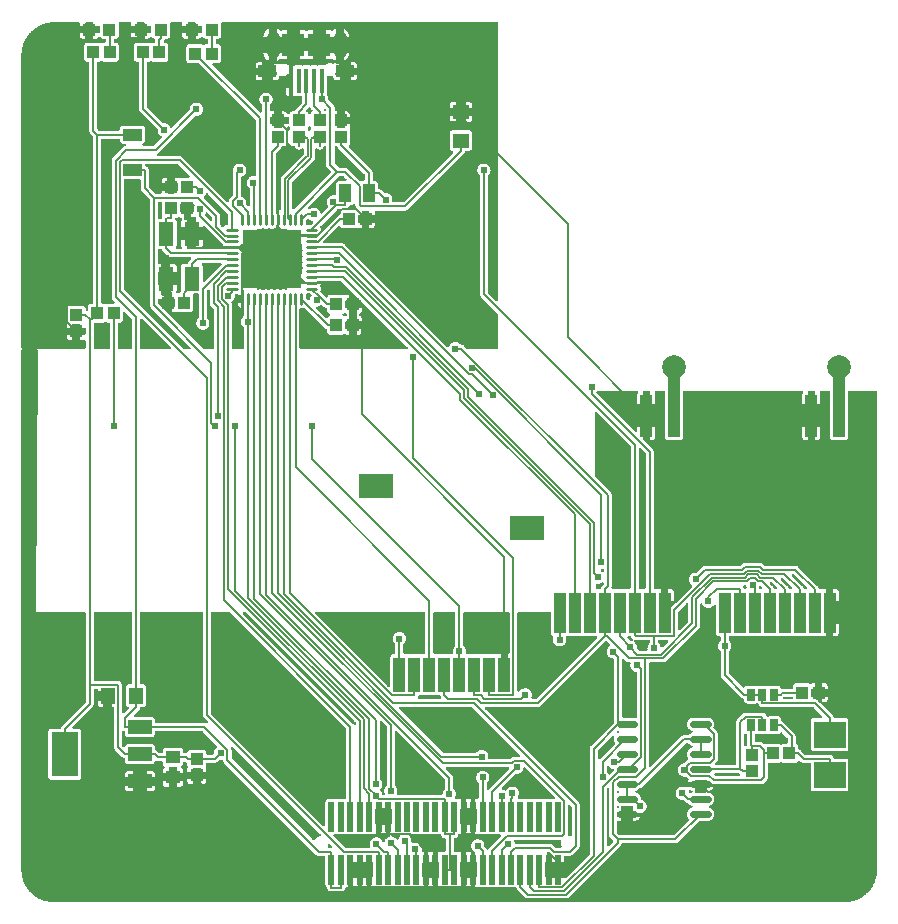
<source format=gtl>
G04 Layer: TopLayer*
G04 EasyEDA v6.3.12, 2019-11-29T11:20:33+08:00*
G04 20e9667cab1745c4bec6fbe7ec4c93c1,0d9194da949c4fdba41728a14849dae3,10*
G04 Gerber Generator version 0.2*
G04 Scale: 100 percent, Rotated: No, Reflected: No *
G04 Dimensions in millimeters *
G04 leading zeros omitted , absolute positions ,3 integer and 3 decimal *
%FSLAX33Y33*%
%MOMM*%
G90*
G71D02*

%ADD11C,0.159995*%
%ADD12C,0.200000*%
%ADD13C,0.999998*%
%ADD14C,0.152400*%
%ADD15C,0.280010*%
%ADD16C,0.599999*%
%ADD17C,0.610006*%
%ADD18C,1.999996*%
%ADD19R,4.899990X4.899990*%
%ADD20R,1.099998X0.999998*%
%ADD21R,0.999998X1.099998*%
%ADD23R,0.999998X1.550010*%
%ADD24R,1.299997X1.999996*%
%ADD25R,1.092200X0.990600*%
%ADD26R,1.399997X1.199998*%
%ADD27R,0.699999X0.999998*%
%ADD28R,2.700020X2.299995*%
%ADD29R,2.299995X3.799992*%
%ADD30R,1.999996X1.199998*%
%ADD31R,1.199998X1.399997*%
%ADD32R,0.999998X2.999994*%
%ADD33R,2.999994X1.999996*%
%ADD34R,0.499999X2.499995*%
%ADD35R,1.198880X1.099820*%
%ADD36R,0.999998X3.599993*%
%ADD37R,0.999998X3.499866*%
%ADD38R,0.399999X2.099996*%
%ADD39R,1.499997X0.999998*%
%ADD40R,1.899996X1.899996*%
%ADD41C,1.099998*%

%LPD*%
G36*
G01X1548Y47060D02*
G01X358Y47060D01*
G01X343Y47058D01*
G01X329Y47055D01*
G01X315Y47050D01*
G01X303Y47043D01*
G01X291Y47035D01*
G01X281Y47024D01*
G01X272Y47013D01*
G01X265Y47000D01*
G01X260Y46987D01*
G01X257Y46972D01*
G01X256Y46958D01*
G01X256Y2999D01*
G01X257Y2924D01*
G01X260Y2848D01*
G01X265Y2773D01*
G01X273Y2698D01*
G01X282Y2623D01*
G01X293Y2548D01*
G01X307Y2474D01*
G01X322Y2400D01*
G01X340Y2326D01*
G01X360Y2253D01*
G01X381Y2181D01*
G01X405Y2109D01*
G01X430Y2038D01*
G01X458Y1967D01*
G01X487Y1897D01*
G01X518Y1829D01*
G01X552Y1761D01*
G01X587Y1694D01*
G01X624Y1628D01*
G01X662Y1563D01*
G01X703Y1499D01*
G01X745Y1436D01*
G01X789Y1375D01*
G01X835Y1314D01*
G01X882Y1255D01*
G01X931Y1198D01*
G01X981Y1141D01*
G01X1033Y1086D01*
G01X1086Y1033D01*
G01X1141Y981D01*
G01X1198Y931D01*
G01X1255Y882D01*
G01X1314Y835D01*
G01X1375Y789D01*
G01X1436Y745D01*
G01X1499Y703D01*
G01X1563Y662D01*
G01X1628Y624D01*
G01X1694Y587D01*
G01X1761Y552D01*
G01X1829Y518D01*
G01X1897Y487D01*
G01X1967Y458D01*
G01X2038Y430D01*
G01X2109Y405D01*
G01X2181Y381D01*
G01X2253Y360D01*
G01X2326Y340D01*
G01X2400Y322D01*
G01X2474Y307D01*
G01X2548Y293D01*
G01X2623Y282D01*
G01X2698Y273D01*
G01X2773Y265D01*
G01X2848Y260D01*
G01X2924Y257D01*
G01X2999Y256D01*
G01X69949Y256D01*
G01X70025Y257D01*
G01X70101Y260D01*
G01X70176Y265D01*
G01X70251Y273D01*
G01X70326Y282D01*
G01X70401Y293D01*
G01X70475Y307D01*
G01X70549Y322D01*
G01X70623Y340D01*
G01X70696Y360D01*
G01X70768Y381D01*
G01X70840Y405D01*
G01X70911Y430D01*
G01X70982Y458D01*
G01X71052Y487D01*
G01X71120Y518D01*
G01X71188Y552D01*
G01X71255Y587D01*
G01X71321Y624D01*
G01X71386Y662D01*
G01X71450Y703D01*
G01X71513Y745D01*
G01X71574Y789D01*
G01X71635Y835D01*
G01X71694Y882D01*
G01X71751Y931D01*
G01X71808Y981D01*
G01X71863Y1033D01*
G01X71916Y1086D01*
G01X71968Y1141D01*
G01X72018Y1198D01*
G01X72067Y1255D01*
G01X72114Y1314D01*
G01X72160Y1375D01*
G01X72204Y1436D01*
G01X72246Y1499D01*
G01X72287Y1563D01*
G01X72325Y1628D01*
G01X72362Y1694D01*
G01X72397Y1761D01*
G01X72431Y1829D01*
G01X72462Y1897D01*
G01X72491Y1967D01*
G01X72519Y2038D01*
G01X72544Y2109D01*
G01X72568Y2181D01*
G01X72589Y2253D01*
G01X72609Y2326D01*
G01X72627Y2400D01*
G01X72642Y2474D01*
G01X72656Y2548D01*
G01X72667Y2623D01*
G01X72676Y2698D01*
G01X72684Y2773D01*
G01X72689Y2848D01*
G01X72692Y2924D01*
G01X72693Y2999D01*
G01X72693Y43402D01*
G01X72692Y43416D01*
G01X72689Y43431D01*
G01X72684Y43444D01*
G01X72677Y43457D01*
G01X72668Y43468D01*
G01X72658Y43479D01*
G01X72646Y43487D01*
G01X72634Y43494D01*
G01X72620Y43499D01*
G01X72606Y43502D01*
G01X72591Y43504D01*
G01X70347Y43504D01*
G01X70332Y43502D01*
G01X70318Y43499D01*
G01X70304Y43494D01*
G01X70292Y43487D01*
G01X70280Y43479D01*
G01X70270Y43468D01*
G01X70261Y43457D01*
G01X70254Y43444D01*
G01X70249Y43431D01*
G01X70246Y43416D01*
G01X70245Y43402D01*
G01X70245Y39612D01*
G01X70244Y39588D01*
G01X70241Y39565D01*
G01X70236Y39542D01*
G01X70228Y39519D01*
G01X70218Y39498D01*
G01X70207Y39477D01*
G01X70194Y39457D01*
G01X70178Y39439D01*
G01X70162Y39423D01*
G01X70143Y39407D01*
G01X70124Y39394D01*
G01X70103Y39382D01*
G01X70081Y39373D01*
G01X70059Y39365D01*
G01X70036Y39360D01*
G01X70012Y39357D01*
G01X69989Y39356D01*
G01X68989Y39356D01*
G01X68965Y39357D01*
G01X68942Y39360D01*
G01X68919Y39365D01*
G01X68896Y39373D01*
G01X68874Y39382D01*
G01X68854Y39394D01*
G01X68834Y39407D01*
G01X68816Y39423D01*
G01X68799Y39439D01*
G01X68784Y39457D01*
G01X68771Y39477D01*
G01X68759Y39498D01*
G01X68750Y39519D01*
G01X68742Y39542D01*
G01X68737Y39565D01*
G01X68733Y39588D01*
G01X68732Y39612D01*
G01X68732Y43402D01*
G01X68731Y43416D01*
G01X68728Y43431D01*
G01X68723Y43444D01*
G01X68716Y43457D01*
G01X68707Y43468D01*
G01X68697Y43479D01*
G01X68685Y43487D01*
G01X68673Y43494D01*
G01X68659Y43499D01*
G01X68645Y43502D01*
G01X68630Y43504D01*
G01X67938Y43504D01*
G01X67924Y43502D01*
G01X67909Y43499D01*
G01X67896Y43494D01*
G01X67883Y43487D01*
G01X67872Y43479D01*
G01X67861Y43468D01*
G01X67853Y43457D01*
G01X67846Y43444D01*
G01X67841Y43431D01*
G01X67838Y43416D01*
G01X67837Y43402D01*
G01X67838Y43383D01*
G01X67843Y43366D01*
G01X67851Y43349D01*
G01X67863Y43328D01*
G01X67872Y43307D01*
G01X67880Y43284D01*
G01X67885Y43262D01*
G01X67888Y43238D01*
G01X67889Y43215D01*
G01X67889Y42378D01*
G01X67446Y42378D01*
G01X67446Y43402D01*
G01X67445Y43416D01*
G01X67442Y43431D01*
G01X67437Y43444D01*
G01X67430Y43457D01*
G01X67421Y43468D01*
G01X67411Y43479D01*
G01X67400Y43487D01*
G01X67387Y43494D01*
G01X67373Y43499D01*
G01X67359Y43502D01*
G01X67345Y43504D01*
G01X66921Y43504D01*
G01X66906Y43502D01*
G01X66892Y43499D01*
G01X66879Y43494D01*
G01X66866Y43487D01*
G01X66854Y43479D01*
G01X66844Y43468D01*
G01X66835Y43457D01*
G01X66828Y43444D01*
G01X66823Y43431D01*
G01X66820Y43416D01*
G01X66819Y43402D01*
G01X66819Y42378D01*
G01X66376Y42378D01*
G01X66376Y43215D01*
G01X66377Y43238D01*
G01X66380Y43262D01*
G01X66386Y43284D01*
G01X66393Y43307D01*
G01X66403Y43328D01*
G01X66414Y43349D01*
G01X66422Y43366D01*
G01X66427Y43383D01*
G01X66429Y43402D01*
G01X66428Y43416D01*
G01X66425Y43431D01*
G01X66420Y43444D01*
G01X66413Y43457D01*
G01X66404Y43468D01*
G01X66394Y43479D01*
G01X66382Y43487D01*
G01X66370Y43494D01*
G01X66356Y43499D01*
G01X66342Y43502D01*
G01X66327Y43504D01*
G01X56377Y43504D01*
G01X56362Y43502D01*
G01X56348Y43499D01*
G01X56335Y43494D01*
G01X56322Y43487D01*
G01X56310Y43479D01*
G01X56300Y43468D01*
G01X56291Y43457D01*
G01X56284Y43444D01*
G01X56279Y43431D01*
G01X56276Y43416D01*
G01X56275Y43402D01*
G01X56275Y39612D01*
G01X56274Y39588D01*
G01X56271Y39565D01*
G01X56266Y39542D01*
G01X56258Y39519D01*
G01X56248Y39498D01*
G01X56237Y39477D01*
G01X56224Y39457D01*
G01X56208Y39439D01*
G01X56192Y39423D01*
G01X56173Y39407D01*
G01X56154Y39394D01*
G01X56133Y39382D01*
G01X56111Y39373D01*
G01X56089Y39365D01*
G01X56066Y39360D01*
G01X56042Y39357D01*
G01X56019Y39356D01*
G01X55019Y39356D01*
G01X54995Y39357D01*
G01X54972Y39360D01*
G01X54949Y39365D01*
G01X54926Y39373D01*
G01X54904Y39382D01*
G01X54884Y39394D01*
G01X54864Y39407D01*
G01X54846Y39423D01*
G01X54829Y39439D01*
G01X54814Y39457D01*
G01X54801Y39477D01*
G01X54789Y39498D01*
G01X54780Y39519D01*
G01X54772Y39542D01*
G01X54767Y39565D01*
G01X54763Y39588D01*
G01X54762Y39612D01*
G01X54762Y43402D01*
G01X54761Y43416D01*
G01X54758Y43431D01*
G01X54753Y43444D01*
G01X54746Y43457D01*
G01X54737Y43468D01*
G01X54727Y43479D01*
G01X54715Y43487D01*
G01X54703Y43494D01*
G01X54689Y43499D01*
G01X54675Y43502D01*
G01X54660Y43504D01*
G01X53968Y43504D01*
G01X53954Y43502D01*
G01X53939Y43499D01*
G01X53926Y43494D01*
G01X53913Y43487D01*
G01X53902Y43479D01*
G01X53891Y43468D01*
G01X53883Y43457D01*
G01X53876Y43444D01*
G01X53871Y43431D01*
G01X53868Y43416D01*
G01X53867Y43402D01*
G01X53868Y43383D01*
G01X53873Y43366D01*
G01X53881Y43349D01*
G01X53893Y43328D01*
G01X53902Y43307D01*
G01X53910Y43284D01*
G01X53915Y43262D01*
G01X53918Y43238D01*
G01X53919Y43215D01*
G01X53919Y42378D01*
G01X53476Y42378D01*
G01X53476Y43402D01*
G01X53475Y43416D01*
G01X53472Y43431D01*
G01X53467Y43444D01*
G01X53460Y43457D01*
G01X53451Y43468D01*
G01X53441Y43479D01*
G01X53430Y43487D01*
G01X53417Y43494D01*
G01X53403Y43499D01*
G01X53389Y43502D01*
G01X53375Y43504D01*
G01X52951Y43504D01*
G01X52936Y43502D01*
G01X52922Y43499D01*
G01X52909Y43494D01*
G01X52896Y43487D01*
G01X52884Y43479D01*
G01X52874Y43468D01*
G01X52865Y43457D01*
G01X52858Y43444D01*
G01X52853Y43431D01*
G01X52850Y43416D01*
G01X52849Y43402D01*
G01X52849Y42378D01*
G01X52406Y42378D01*
G01X52406Y43215D01*
G01X52407Y43238D01*
G01X52410Y43262D01*
G01X52416Y43284D01*
G01X52423Y43307D01*
G01X52433Y43328D01*
G01X52444Y43349D01*
G01X52452Y43366D01*
G01X52457Y43383D01*
G01X52459Y43402D01*
G01X52458Y43416D01*
G01X52455Y43431D01*
G01X52450Y43444D01*
G01X52443Y43457D01*
G01X52434Y43468D01*
G01X52424Y43479D01*
G01X52412Y43487D01*
G01X52400Y43494D01*
G01X52386Y43499D01*
G01X52372Y43502D01*
G01X52357Y43504D01*
G01X49049Y43504D01*
G01X49035Y43502D01*
G01X49021Y43499D01*
G01X49007Y43494D01*
G01X48994Y43487D01*
G01X48983Y43479D01*
G01X48973Y43468D01*
G01X48964Y43457D01*
G01X48957Y43444D01*
G01X48952Y43431D01*
G01X48949Y43416D01*
G01X48948Y43402D01*
G01X48949Y43386D01*
G01X48953Y43371D01*
G01X48959Y43356D01*
G01X48967Y43342D01*
G01X48977Y43330D01*
G01X52233Y40075D01*
G01X52245Y40064D01*
G01X52258Y40056D01*
G01X52273Y40050D01*
G01X52289Y40046D01*
G01X52305Y40045D01*
G01X52319Y40046D01*
G01X52333Y40049D01*
G01X52347Y40054D01*
G01X52360Y40061D01*
G01X52371Y40070D01*
G01X52381Y40080D01*
G01X52390Y40092D01*
G01X52397Y40104D01*
G01X52402Y40118D01*
G01X52405Y40132D01*
G01X52406Y40147D01*
G01X52406Y40451D01*
G01X52849Y40451D01*
G01X52849Y39500D01*
G01X52850Y39484D01*
G01X52854Y39469D01*
G01X52860Y39454D01*
G01X52869Y39441D01*
G01X52879Y39429D01*
G01X53123Y39185D01*
G01X53684Y38623D01*
G01X53702Y38604D01*
G01X53718Y38583D01*
G01X53733Y38561D01*
G01X53746Y38538D01*
G01X53757Y38514D01*
G01X53766Y38489D01*
G01X53773Y38464D01*
G01X53779Y38438D01*
G01X53782Y38412D01*
G01X53783Y38385D01*
G01X53783Y26872D01*
G01X53784Y26858D01*
G01X53787Y26844D01*
G01X53792Y26830D01*
G01X53799Y26818D01*
G01X53808Y26806D01*
G01X53818Y26796D01*
G01X53829Y26787D01*
G01X53842Y26780D01*
G01X53856Y26775D01*
G01X53870Y26772D01*
G01X53884Y26771D01*
G01X53946Y26771D01*
G01X53971Y26770D01*
G01X53996Y26766D01*
G01X54020Y26760D01*
G01X54043Y26752D01*
G01X54062Y26746D01*
G01X54081Y26744D01*
G01X54101Y26746D01*
G01X54120Y26752D01*
G01X54143Y26760D01*
G01X54167Y26766D01*
G01X54192Y26770D01*
G01X54216Y26771D01*
G01X54403Y26771D01*
G01X54403Y25703D01*
G01X54305Y25703D01*
G01X54290Y25702D01*
G01X54276Y25699D01*
G01X54262Y25694D01*
G01X54250Y25687D01*
G01X54238Y25678D01*
G01X54228Y25668D01*
G01X54219Y25656D01*
G01X54212Y25643D01*
G01X54207Y25630D01*
G01X54204Y25616D01*
G01X54203Y25601D01*
G01X54203Y23927D01*
G01X54204Y23913D01*
G01X54207Y23899D01*
G01X54212Y23885D01*
G01X54219Y23872D01*
G01X54228Y23861D01*
G01X54238Y23851D01*
G01X54250Y23842D01*
G01X54262Y23835D01*
G01X54276Y23830D01*
G01X54290Y23827D01*
G01X54305Y23826D01*
G01X54403Y23826D01*
G01X54403Y23210D01*
G01X54404Y23196D01*
G01X54407Y23182D01*
G01X54412Y23168D01*
G01X54419Y23155D01*
G01X54428Y23144D01*
G01X54438Y23133D01*
G01X54450Y23125D01*
G01X54462Y23118D01*
G01X54476Y23113D01*
G01X54490Y23110D01*
G01X54505Y23109D01*
G01X54928Y23109D01*
G01X54943Y23110D01*
G01X54957Y23113D01*
G01X54971Y23118D01*
G01X54983Y23125D01*
G01X54995Y23133D01*
G01X55005Y23144D01*
G01X55014Y23155D01*
G01X55021Y23168D01*
G01X55026Y23182D01*
G01X55029Y23196D01*
G01X55030Y23210D01*
G01X55030Y23826D01*
G01X55053Y23826D01*
G01X55067Y23827D01*
G01X55081Y23830D01*
G01X55095Y23835D01*
G01X55108Y23842D01*
G01X55119Y23851D01*
G01X55130Y23861D01*
G01X55138Y23872D01*
G01X55145Y23885D01*
G01X55150Y23899D01*
G01X55153Y23913D01*
G01X55154Y23927D01*
G01X55154Y24956D01*
G01X55155Y24983D01*
G01X55158Y25009D01*
G01X55164Y25035D01*
G01X55171Y25060D01*
G01X55180Y25085D01*
G01X55191Y25109D01*
G01X55204Y25132D01*
G01X55219Y25154D01*
G01X55235Y25175D01*
G01X55253Y25194D01*
G01X55588Y25529D01*
G01X55601Y25546D01*
G01X55611Y25565D01*
G01X55630Y25575D01*
G01X55646Y25588D01*
G01X57023Y26965D01*
G01X57034Y26977D01*
G01X57042Y26991D01*
G01X57048Y27005D01*
G01X57052Y27021D01*
G01X57053Y27037D01*
G01X57052Y27053D01*
G01X57048Y27068D01*
G01X57042Y27083D01*
G01X57033Y27097D01*
G01X57023Y27109D01*
G01X57010Y27120D01*
G01X56982Y27141D01*
G01X56955Y27164D01*
G01X56929Y27189D01*
G01X56905Y27216D01*
G01X56883Y27244D01*
G01X56863Y27273D01*
G01X56845Y27304D01*
G01X56828Y27336D01*
G01X56814Y27369D01*
G01X56802Y27402D01*
G01X56791Y27436D01*
G01X56784Y27471D01*
G01X56778Y27506D01*
G01X56775Y27542D01*
G01X56773Y27578D01*
G01X56774Y27612D01*
G01X56777Y27645D01*
G01X56783Y27679D01*
G01X56790Y27712D01*
G01X56799Y27745D01*
G01X56810Y27777D01*
G01X56823Y27808D01*
G01X56838Y27839D01*
G01X56854Y27868D01*
G01X56873Y27897D01*
G01X56893Y27924D01*
G01X56915Y27950D01*
G01X56938Y27975D01*
G01X56963Y27998D01*
G01X56989Y28020D01*
G01X57016Y28040D01*
G01X57044Y28058D01*
G01X57074Y28075D01*
G01X57104Y28090D01*
G01X57136Y28103D01*
G01X57168Y28114D01*
G01X57201Y28123D01*
G01X57234Y28130D01*
G01X57267Y28135D01*
G01X57301Y28138D01*
G01X57335Y28139D01*
G01X57370Y28138D01*
G01X57376Y28138D01*
G01X57392Y28139D01*
G01X57408Y28143D01*
G01X57422Y28149D01*
G01X57436Y28157D01*
G01X57448Y28168D01*
G01X57894Y28615D01*
G01X57914Y28633D01*
G01X57934Y28650D01*
G01X57956Y28665D01*
G01X57979Y28678D01*
G01X58003Y28689D01*
G01X58028Y28698D01*
G01X58054Y28705D01*
G01X58080Y28710D01*
G01X58106Y28713D01*
G01X58132Y28714D01*
G01X61098Y28714D01*
G01X61114Y28716D01*
G01X61129Y28719D01*
G01X61144Y28725D01*
G01X61158Y28734D01*
G01X61170Y28744D01*
G01X61303Y28877D01*
G01X61323Y28895D01*
G01X61343Y28912D01*
G01X61365Y28926D01*
G01X61388Y28939D01*
G01X61412Y28950D01*
G01X61437Y28959D01*
G01X61463Y28967D01*
G01X61489Y28972D01*
G01X61515Y28975D01*
G01X61541Y28976D01*
G01X62796Y28976D01*
G01X62822Y28975D01*
G01X62849Y28972D01*
G01X62874Y28967D01*
G01X62900Y28959D01*
G01X62925Y28950D01*
G01X62949Y28939D01*
G01X62972Y28926D01*
G01X62994Y28912D01*
G01X63014Y28895D01*
G01X63034Y28877D01*
G01X63167Y28744D01*
G01X63179Y28734D01*
G01X63193Y28725D01*
G01X63208Y28719D01*
G01X63223Y28716D01*
G01X63239Y28714D01*
G01X65796Y28714D01*
G01X65822Y28713D01*
G01X65848Y28710D01*
G01X65874Y28705D01*
G01X65900Y28698D01*
G01X65924Y28689D01*
G01X65948Y28678D01*
G01X65972Y28665D01*
G01X65993Y28650D01*
G01X66014Y28634D01*
G01X66034Y28616D01*
G01X67654Y26995D01*
G01X67674Y26974D01*
G01X67692Y26951D01*
G01X67707Y26926D01*
G01X67721Y26900D01*
G01X67732Y26874D01*
G01X67741Y26846D01*
G01X67746Y26832D01*
G01X67753Y26819D01*
G01X67761Y26807D01*
G01X67772Y26796D01*
G01X67783Y26787D01*
G01X67796Y26780D01*
G01X67810Y26775D01*
G01X67824Y26772D01*
G01X67839Y26771D01*
G01X67916Y26771D01*
G01X67941Y26770D01*
G01X67966Y26766D01*
G01X67990Y26760D01*
G01X68013Y26752D01*
G01X68032Y26746D01*
G01X68051Y26744D01*
G01X68071Y26746D01*
G01X68090Y26752D01*
G01X68113Y26760D01*
G01X68137Y26766D01*
G01X68162Y26770D01*
G01X68186Y26771D01*
G01X68373Y26771D01*
G01X68373Y25703D01*
G01X68275Y25703D01*
G01X68260Y25702D01*
G01X68246Y25699D01*
G01X68232Y25694D01*
G01X68220Y25687D01*
G01X68208Y25678D01*
G01X68198Y25668D01*
G01X68189Y25656D01*
G01X68182Y25643D01*
G01X68177Y25630D01*
G01X68174Y25616D01*
G01X68173Y25601D01*
G01X68173Y23927D01*
G01X68174Y23913D01*
G01X68177Y23899D01*
G01X68182Y23885D01*
G01X68189Y23872D01*
G01X68198Y23861D01*
G01X68208Y23851D01*
G01X68220Y23842D01*
G01X68232Y23835D01*
G01X68246Y23830D01*
G01X68260Y23827D01*
G01X68275Y23826D01*
G01X68373Y23826D01*
G01X68373Y22758D01*
G01X68186Y22758D01*
G01X68162Y22759D01*
G01X68137Y22762D01*
G01X68113Y22768D01*
G01X68090Y22777D01*
G01X68071Y22782D01*
G01X68051Y22784D01*
G01X68032Y22782D01*
G01X68013Y22777D01*
G01X67990Y22768D01*
G01X67966Y22762D01*
G01X67941Y22759D01*
G01X67916Y22758D01*
G01X66916Y22758D01*
G01X66892Y22759D01*
G01X66867Y22762D01*
G01X66843Y22768D01*
G01X66820Y22777D01*
G01X66801Y22782D01*
G01X66781Y22784D01*
G01X66762Y22782D01*
G01X66743Y22777D01*
G01X66720Y22768D01*
G01X66696Y22762D01*
G01X66671Y22759D01*
G01X66646Y22758D01*
G01X65646Y22758D01*
G01X65622Y22759D01*
G01X65597Y22762D01*
G01X65573Y22768D01*
G01X65550Y22777D01*
G01X65531Y22782D01*
G01X65511Y22784D01*
G01X65492Y22782D01*
G01X65473Y22777D01*
G01X65450Y22768D01*
G01X65426Y22762D01*
G01X65401Y22759D01*
G01X65376Y22758D01*
G01X64376Y22758D01*
G01X64352Y22759D01*
G01X64327Y22762D01*
G01X64303Y22768D01*
G01X64280Y22777D01*
G01X64261Y22782D01*
G01X64241Y22784D01*
G01X64222Y22782D01*
G01X64203Y22777D01*
G01X64180Y22768D01*
G01X64156Y22762D01*
G01X64131Y22759D01*
G01X64106Y22758D01*
G01X63106Y22758D01*
G01X63082Y22759D01*
G01X63057Y22762D01*
G01X63033Y22768D01*
G01X63010Y22777D01*
G01X62991Y22782D01*
G01X62971Y22784D01*
G01X62952Y22782D01*
G01X62933Y22777D01*
G01X62910Y22768D01*
G01X62886Y22762D01*
G01X62861Y22759D01*
G01X62836Y22758D01*
G01X61836Y22758D01*
G01X61812Y22759D01*
G01X61787Y22762D01*
G01X61763Y22768D01*
G01X61740Y22777D01*
G01X61721Y22782D01*
G01X61701Y22784D01*
G01X61682Y22782D01*
G01X61663Y22777D01*
G01X61640Y22768D01*
G01X61616Y22762D01*
G01X61591Y22759D01*
G01X61566Y22758D01*
G01X60566Y22758D01*
G01X60542Y22759D01*
G01X60517Y22762D01*
G01X60493Y22768D01*
G01X60470Y22777D01*
G01X60451Y22782D01*
G01X60431Y22784D01*
G01X60412Y22782D01*
G01X60393Y22777D01*
G01X60370Y22768D01*
G01X60346Y22762D01*
G01X60321Y22759D01*
G01X60296Y22758D01*
G01X60234Y22758D01*
G01X60220Y22757D01*
G01X60206Y22754D01*
G01X60192Y22748D01*
G01X60179Y22742D01*
G01X60168Y22733D01*
G01X60158Y22723D01*
G01X60149Y22711D01*
G01X60142Y22698D01*
G01X60137Y22685D01*
G01X60134Y22671D01*
G01X60133Y22656D01*
G01X60133Y22437D01*
G01X60134Y22422D01*
G01X60137Y22408D01*
G01X60142Y22395D01*
G01X60149Y22382D01*
G01X60157Y22371D01*
G01X60167Y22360D01*
G01X60192Y22337D01*
G01X60215Y22312D01*
G01X60237Y22286D01*
G01X60258Y22259D01*
G01X60276Y22230D01*
G01X60293Y22201D01*
G01X60308Y22170D01*
G01X60321Y22139D01*
G01X60332Y22107D01*
G01X60341Y22074D01*
G01X60348Y22041D01*
G01X60354Y22007D01*
G01X60357Y21973D01*
G01X60358Y21939D01*
G01X60357Y21905D01*
G01X60354Y21871D01*
G01X60348Y21837D01*
G01X60341Y21804D01*
G01X60332Y21771D01*
G01X60321Y21739D01*
G01X60308Y21708D01*
G01X60293Y21677D01*
G01X60276Y21647D01*
G01X60258Y21619D01*
G01X60237Y21591D01*
G01X60215Y21565D01*
G01X60192Y21541D01*
G01X60167Y21517D01*
G01X60157Y21507D01*
G01X60149Y21496D01*
G01X60142Y21483D01*
G01X60137Y21469D01*
G01X60134Y21455D01*
G01X60133Y21441D01*
G01X60133Y19652D01*
G01X60134Y19636D01*
G01X60138Y19620D01*
G01X60144Y19605D01*
G01X60152Y19592D01*
G01X60162Y19580D01*
G01X61312Y18430D01*
G01X61324Y18420D01*
G01X61338Y18411D01*
G01X61353Y18405D01*
G01X61368Y18401D01*
G01X61384Y18400D01*
G01X61399Y18401D01*
G01X61414Y18405D01*
G01X61428Y18410D01*
G01X61441Y18417D01*
G01X61463Y18437D01*
G01X61471Y18450D01*
G01X61485Y18470D01*
G01X61500Y18488D01*
G01X61517Y18506D01*
G01X61535Y18521D01*
G01X61555Y18535D01*
G01X61576Y18547D01*
G01X61597Y18557D01*
G01X61620Y18564D01*
G01X61644Y18570D01*
G01X61667Y18573D01*
G01X61692Y18575D01*
G01X62392Y18575D01*
G01X62414Y18574D01*
G01X62437Y18570D01*
G01X62459Y18565D01*
G01X62481Y18558D01*
G01X62499Y18554D01*
G01X62517Y18552D01*
G01X62535Y18554D01*
G01X62552Y18558D01*
G01X62574Y18565D01*
G01X62596Y18570D01*
G01X62619Y18574D01*
G01X62641Y18575D01*
G01X63342Y18575D01*
G01X63364Y18574D01*
G01X63387Y18570D01*
G01X63409Y18565D01*
G01X63431Y18558D01*
G01X63448Y18554D01*
G01X63466Y18552D01*
G01X63484Y18554D01*
G01X63502Y18558D01*
G01X63524Y18565D01*
G01X63546Y18570D01*
G01X63569Y18574D01*
G01X63591Y18575D01*
G01X64291Y18575D01*
G01X64315Y18573D01*
G01X64339Y18570D01*
G01X64362Y18565D01*
G01X64385Y18557D01*
G01X64407Y18547D01*
G01X64428Y18535D01*
G01X64448Y18522D01*
G01X64466Y18506D01*
G01X64483Y18489D01*
G01X64498Y18470D01*
G01X64511Y18451D01*
G01X64523Y18430D01*
G01X64532Y18407D01*
G01X64539Y18385D01*
G01X64544Y18371D01*
G01X64551Y18358D01*
G01X64560Y18346D01*
G01X64570Y18335D01*
G01X64582Y18326D01*
G01X64594Y18319D01*
G01X64608Y18314D01*
G01X64623Y18311D01*
G01X64637Y18309D01*
G01X64650Y18310D01*
G01X64693Y18313D01*
G01X65497Y18313D01*
G01X65512Y18314D01*
G01X65526Y18317D01*
G01X65540Y18322D01*
G01X65552Y18329D01*
G01X65564Y18338D01*
G01X65574Y18348D01*
G01X65583Y18360D01*
G01X65590Y18372D01*
G01X65595Y18386D01*
G01X65598Y18400D01*
G01X65599Y18415D01*
G01X65599Y18527D01*
G01X65600Y18550D01*
G01X65603Y18574D01*
G01X65609Y18597D01*
G01X65616Y18619D01*
G01X65626Y18641D01*
G01X65637Y18662D01*
G01X65651Y18681D01*
G01X65666Y18699D01*
G01X65683Y18716D01*
G01X65701Y18731D01*
G01X65721Y18745D01*
G01X65741Y18756D01*
G01X65763Y18766D01*
G01X65785Y18773D01*
G01X65808Y18779D01*
G01X65832Y18782D01*
G01X65856Y18783D01*
G01X66856Y18783D01*
G01X66881Y18782D01*
G01X66906Y18778D01*
G01X66930Y18772D01*
G01X66954Y18763D01*
G01X66977Y18752D01*
G01X66999Y18739D01*
G01X67012Y18732D01*
G01X67026Y18726D01*
G01X67041Y18723D01*
G01X67056Y18722D01*
G01X67071Y18723D01*
G01X67085Y18726D01*
G01X67099Y18732D01*
G01X67112Y18739D01*
G01X67134Y18752D01*
G01X67157Y18763D01*
G01X67181Y18772D01*
G01X67205Y18778D01*
G01X67230Y18782D01*
G01X67256Y18783D01*
G01X67442Y18783D01*
G01X67442Y18315D01*
G01X67214Y18315D01*
G01X67199Y18314D01*
G01X67185Y18311D01*
G01X67171Y18306D01*
G01X67159Y18299D01*
G01X67147Y18290D01*
G01X67137Y18280D01*
G01X67128Y18268D01*
G01X67121Y18256D01*
G01X67116Y18242D01*
G01X67113Y18228D01*
G01X67112Y18213D01*
G01X67112Y17740D01*
G01X67113Y17725D01*
G01X67116Y17711D01*
G01X67121Y17697D01*
G01X67128Y17685D01*
G01X67137Y17673D01*
G01X67147Y17663D01*
G01X67159Y17654D01*
G01X67171Y17647D01*
G01X67185Y17642D01*
G01X67199Y17639D01*
G01X67214Y17638D01*
G01X67442Y17638D01*
G01X67442Y17505D01*
G01X67443Y17489D01*
G01X67447Y17474D01*
G01X67453Y17460D01*
G01X67461Y17446D01*
G01X67470Y17434D01*
G01X67482Y17424D01*
G01X67495Y17416D01*
G01X67509Y17409D01*
G01X67524Y17405D01*
G01X67552Y17398D01*
G01X67579Y17389D01*
G01X67605Y17378D01*
G01X67630Y17365D01*
G01X67654Y17349D01*
G01X67676Y17332D01*
G01X67697Y17313D01*
G01X67896Y17114D01*
G01X67908Y17104D01*
G01X67921Y17096D01*
G01X67936Y17090D01*
G01X67952Y17086D01*
G01X67968Y17085D01*
G01X67985Y17086D01*
G01X67984Y17068D01*
G01X67985Y17052D01*
G01X67989Y17037D01*
G01X67995Y17022D01*
G01X68003Y17009D01*
G01X68014Y16997D01*
G01X68944Y16066D01*
G01X68964Y16044D01*
G01X68982Y16021D01*
G01X68998Y15997D01*
G01X69011Y15971D01*
G01X69022Y15944D01*
G01X69031Y15916D01*
G01X69036Y15902D01*
G01X69043Y15889D01*
G01X69052Y15877D01*
G01X69062Y15867D01*
G01X69074Y15858D01*
G01X69086Y15851D01*
G01X69100Y15846D01*
G01X69115Y15842D01*
G01X69129Y15841D01*
G01X70057Y15841D01*
G01X70080Y15840D01*
G01X70104Y15837D01*
G01X70127Y15832D01*
G01X70149Y15824D01*
G01X70171Y15814D01*
G01X70192Y15803D01*
G01X70211Y15790D01*
G01X70229Y15774D01*
G01X70246Y15758D01*
G01X70261Y15739D01*
G01X70275Y15720D01*
G01X70286Y15699D01*
G01X70296Y15678D01*
G01X70303Y15655D01*
G01X70309Y15632D01*
G01X70312Y15609D01*
G01X70313Y15585D01*
G01X70313Y13285D01*
G01X70312Y13261D01*
G01X70309Y13237D01*
G01X70303Y13214D01*
G01X70296Y13192D01*
G01X70286Y13170D01*
G01X70275Y13150D01*
G01X70261Y13130D01*
G01X70246Y13112D01*
G01X70229Y13095D01*
G01X70211Y13080D01*
G01X70192Y13066D01*
G01X70171Y13055D01*
G01X70149Y13045D01*
G01X70127Y13038D01*
G01X70104Y13032D01*
G01X70080Y13029D01*
G01X70057Y13028D01*
G01X67356Y13028D01*
G01X67333Y13029D01*
G01X67309Y13032D01*
G01X67286Y13038D01*
G01X67264Y13045D01*
G01X67242Y13055D01*
G01X67221Y13066D01*
G01X67202Y13080D01*
G01X67184Y13095D01*
G01X67167Y13112D01*
G01X67152Y13130D01*
G01X67138Y13150D01*
G01X67127Y13170D01*
G01X67117Y13192D01*
G01X67110Y13214D01*
G01X67104Y13237D01*
G01X67101Y13261D01*
G01X67100Y13285D01*
G01X67100Y15585D01*
G01X67101Y15609D01*
G01X67104Y15632D01*
G01X67110Y15655D01*
G01X67117Y15678D01*
G01X67127Y15699D01*
G01X67138Y15720D01*
G01X67152Y15739D01*
G01X67167Y15758D01*
G01X67184Y15774D01*
G01X67202Y15790D01*
G01X67221Y15803D01*
G01X67242Y15814D01*
G01X67264Y15824D01*
G01X67286Y15832D01*
G01X67309Y15837D01*
G01X67333Y15840D01*
G01X67356Y15841D01*
G01X67972Y15841D01*
G01X67986Y15842D01*
G01X68000Y15845D01*
G01X68014Y15851D01*
G01X68026Y15858D01*
G01X68038Y15866D01*
G01X68048Y15876D01*
G01X68057Y15888D01*
G01X68064Y15901D01*
G01X68069Y15914D01*
G01X68072Y15929D01*
G01X68073Y15943D01*
G01X68072Y15959D01*
G01X68068Y15974D01*
G01X68062Y15989D01*
G01X68054Y16003D01*
G01X68043Y16015D01*
G01X67350Y16709D01*
G01X67338Y16719D01*
G01X67324Y16727D01*
G01X67309Y16733D01*
G01X67294Y16737D01*
G01X67278Y16738D01*
G01X62992Y16738D01*
G01X62965Y16739D01*
G01X62939Y16742D01*
G01X62914Y16747D01*
G01X62888Y16754D01*
G01X62864Y16763D01*
G01X62840Y16774D01*
G01X62817Y16787D01*
G01X62795Y16802D01*
G01X62774Y16818D01*
G01X62755Y16835D01*
G01X62737Y16854D01*
G01X62721Y16875D01*
G01X62706Y16897D01*
G01X62693Y16919D01*
G01X62682Y16943D01*
G01X62673Y16967D01*
G01X62665Y16993D01*
G01X62660Y17008D01*
G01X62652Y17022D01*
G01X62643Y17035D01*
G01X62631Y17046D01*
G01X62618Y17056D01*
G01X62603Y17063D01*
G01X62588Y17067D01*
G01X62552Y17078D01*
G01X62535Y17082D01*
G01X62517Y17084D01*
G01X62499Y17082D01*
G01X62481Y17078D01*
G01X62459Y17071D01*
G01X62437Y17066D01*
G01X62414Y17062D01*
G01X62392Y17061D01*
G01X61692Y17061D01*
G01X61668Y17063D01*
G01X61644Y17066D01*
G01X61621Y17071D01*
G01X61599Y17079D01*
G01X61577Y17088D01*
G01X61556Y17100D01*
G01X61537Y17113D01*
G01X61519Y17128D01*
G01X61502Y17145D01*
G01X61487Y17163D01*
G01X61473Y17183D01*
G01X61462Y17204D01*
G01X61452Y17225D01*
G01X61445Y17248D01*
G01X61439Y17271D01*
G01X61436Y17294D01*
G01X61435Y17318D01*
G01X61435Y17394D01*
G01X61434Y17409D01*
G01X61431Y17423D01*
G01X61426Y17437D01*
G01X61418Y17450D01*
G01X61410Y17461D01*
G01X61399Y17472D01*
G01X61387Y17480D01*
G01X61374Y17487D01*
G01X61360Y17492D01*
G01X61333Y17501D01*
G01X61306Y17512D01*
G01X61280Y17526D01*
G01X61256Y17541D01*
G01X61233Y17559D01*
G01X61212Y17579D01*
G01X59558Y19232D01*
G01X59540Y19251D01*
G01X59524Y19272D01*
G01X59509Y19294D01*
G01X59496Y19317D01*
G01X59485Y19341D01*
G01X59476Y19366D01*
G01X59469Y19391D01*
G01X59464Y19417D01*
G01X59461Y19444D01*
G01X59460Y19470D01*
G01X59460Y21441D01*
G01X59459Y21455D01*
G01X59456Y21469D01*
G01X59451Y21483D01*
G01X59444Y21496D01*
G01X59435Y21507D01*
G01X59425Y21517D01*
G01X59400Y21541D01*
G01X59377Y21565D01*
G01X59355Y21591D01*
G01X59335Y21619D01*
G01X59316Y21647D01*
G01X59299Y21677D01*
G01X59284Y21708D01*
G01X59271Y21739D01*
G01X59260Y21771D01*
G01X59251Y21804D01*
G01X59244Y21837D01*
G01X59239Y21871D01*
G01X59236Y21905D01*
G01X59235Y21939D01*
G01X59236Y21973D01*
G01X59239Y22007D01*
G01X59244Y22041D01*
G01X59251Y22074D01*
G01X59260Y22107D01*
G01X59271Y22139D01*
G01X59284Y22170D01*
G01X59299Y22201D01*
G01X59316Y22230D01*
G01X59335Y22259D01*
G01X59355Y22286D01*
G01X59377Y22312D01*
G01X59400Y22337D01*
G01X59425Y22360D01*
G01X59435Y22371D01*
G01X59444Y22382D01*
G01X59451Y22395D01*
G01X59456Y22408D01*
G01X59459Y22422D01*
G01X59460Y22437D01*
G01X59460Y22656D01*
G01X59459Y22671D01*
G01X59456Y22685D01*
G01X59444Y22711D01*
G01X59435Y22723D01*
G01X59425Y22733D01*
G01X59413Y22742D01*
G01X59387Y22754D01*
G01X59373Y22757D01*
G01X59358Y22758D01*
G01X59296Y22758D01*
G01X59273Y22759D01*
G01X59249Y22762D01*
G01X59226Y22767D01*
G01X59204Y22775D01*
G01X59182Y22785D01*
G01X59161Y22796D01*
G01X59142Y22809D01*
G01X59124Y22825D01*
G01X59107Y22841D01*
G01X59092Y22860D01*
G01X59078Y22879D01*
G01X59067Y22900D01*
G01X59057Y22922D01*
G01X59050Y22944D01*
G01X59044Y22967D01*
G01X59041Y22991D01*
G01X59040Y23014D01*
G01X59040Y25324D01*
G01X59039Y25338D01*
G01X59036Y25352D01*
G01X59031Y25366D01*
G01X59024Y25378D01*
G01X59015Y25390D01*
G01X59005Y25400D01*
G01X58993Y25409D01*
G01X58981Y25416D01*
G01X58967Y25421D01*
G01X58953Y25424D01*
G01X58938Y25425D01*
G01X58923Y25424D01*
G01X58908Y25420D01*
G01X58893Y25415D01*
G01X58880Y25406D01*
G01X58868Y25397D01*
G01X58857Y25385D01*
G01X58836Y25358D01*
G01X58812Y25332D01*
G01X58787Y25308D01*
G01X58761Y25286D01*
G01X58734Y25265D01*
G01X58705Y25246D01*
G01X58675Y25229D01*
G01X58644Y25213D01*
G01X58612Y25200D01*
G01X58579Y25188D01*
G01X58546Y25179D01*
G01X58512Y25172D01*
G01X58478Y25166D01*
G01X58444Y25163D01*
G01X58409Y25162D01*
G01X58374Y25163D01*
G01X58339Y25166D01*
G01X58304Y25172D01*
G01X58269Y25180D01*
G01X58235Y25190D01*
G01X58202Y25202D01*
G01X58170Y25216D01*
G01X58138Y25232D01*
G01X58108Y25250D01*
G01X58079Y25270D01*
G01X58051Y25291D01*
G01X58024Y25315D01*
G01X57999Y25340D01*
G01X57976Y25366D01*
G01X57954Y25394D01*
G01X57935Y25424D01*
G01X57917Y25454D01*
G01X57901Y25486D01*
G01X57894Y25498D01*
G01X57885Y25510D01*
G01X57875Y25520D01*
G01X57863Y25528D01*
G01X57851Y25535D01*
G01X57837Y25540D01*
G01X57823Y25543D01*
G01X57809Y25544D01*
G01X57794Y25543D01*
G01X57780Y25540D01*
G01X57766Y25535D01*
G01X57754Y25528D01*
G01X57742Y25519D01*
G01X57732Y25509D01*
G01X57723Y25498D01*
G01X57716Y25485D01*
G01X57711Y25471D01*
G01X57708Y25457D01*
G01X57707Y25443D01*
G01X57707Y23664D01*
G01X57706Y23637D01*
G01X57703Y23611D01*
G01X57698Y23585D01*
G01X57691Y23560D01*
G01X57681Y23535D01*
G01X57670Y23511D01*
G01X57657Y23488D01*
G01X57643Y23466D01*
G01X57626Y23445D01*
G01X57608Y23426D01*
G01X54830Y20647D01*
G01X54810Y20629D01*
G01X54790Y20613D01*
G01X54768Y20598D01*
G01X54745Y20585D01*
G01X54721Y20574D01*
G01X54696Y20565D01*
G01X54670Y20558D01*
G01X54644Y20552D01*
G01X54618Y20549D01*
G01X54592Y20548D01*
G01X53483Y20548D01*
G01X53469Y20547D01*
G01X53454Y20544D01*
G01X53441Y20539D01*
G01X53428Y20532D01*
G01X53416Y20523D01*
G01X53406Y20513D01*
G01X53398Y20502D01*
G01X53391Y20489D01*
G01X53386Y20475D01*
G01X53382Y20461D01*
G01X53381Y20447D01*
G01X53381Y11760D01*
G01X53382Y11745D01*
G01X53386Y11731D01*
G01X53391Y11717D01*
G01X53398Y11705D01*
G01X53406Y11693D01*
G01X53416Y11683D01*
G01X53428Y11674D01*
G01X53441Y11667D01*
G01X53454Y11662D01*
G01X53469Y11659D01*
G01X53483Y11658D01*
G01X53499Y11659D01*
G01X53514Y11663D01*
G01X53529Y11669D01*
G01X53543Y11678D01*
G01X53555Y11688D01*
G01X56144Y14277D01*
G01X56164Y14295D01*
G01X56185Y14312D01*
G01X56207Y14326D01*
G01X56230Y14339D01*
G01X56254Y14350D01*
G01X56278Y14360D01*
G01X56304Y14367D01*
G01X56330Y14372D01*
G01X56356Y14375D01*
G01X56382Y14376D01*
G01X56669Y14376D01*
G01X56686Y14377D01*
G01X56703Y14382D01*
G01X56718Y14389D01*
G01X56732Y14398D01*
G01X56745Y14410D01*
G01X56769Y14436D01*
G01X56796Y14460D01*
G01X56823Y14482D01*
G01X56852Y14503D01*
G01X56883Y14522D01*
G01X56914Y14539D01*
G01X56946Y14553D01*
G01X56980Y14566D01*
G01X57014Y14576D01*
G01X57028Y14581D01*
G01X57041Y14588D01*
G01X57053Y14597D01*
G01X57063Y14607D01*
G01X57072Y14619D01*
G01X57079Y14632D01*
G01X57085Y14645D01*
G01X57088Y14660D01*
G01X57089Y14675D01*
G01X57088Y14689D01*
G01X57085Y14704D01*
G01X57079Y14717D01*
G01X57072Y14730D01*
G01X57063Y14742D01*
G01X57053Y14752D01*
G01X57041Y14761D01*
G01X57028Y14768D01*
G01X57014Y14773D01*
G01X56981Y14783D01*
G01X56948Y14795D01*
G01X56917Y14809D01*
G01X56886Y14825D01*
G01X56857Y14843D01*
G01X56828Y14863D01*
G01X56801Y14884D01*
G01X56775Y14907D01*
G01X56751Y14932D01*
G01X56729Y14958D01*
G01X56708Y14986D01*
G01X56688Y15014D01*
G01X56671Y15044D01*
G01X56655Y15075D01*
G01X56642Y15107D01*
G01X56630Y15139D01*
G01X56621Y15173D01*
G01X56613Y15206D01*
G01X56608Y15241D01*
G01X56605Y15275D01*
G01X56604Y15310D01*
G01X56605Y15343D01*
G01X56608Y15377D01*
G01X56613Y15410D01*
G01X56620Y15443D01*
G01X56629Y15475D01*
G01X56640Y15507D01*
G01X56653Y15538D01*
G01X56667Y15568D01*
G01X56684Y15597D01*
G01X56702Y15626D01*
G01X56722Y15653D01*
G01X56744Y15679D01*
G01X56767Y15703D01*
G01X56791Y15726D01*
G01X56817Y15748D01*
G01X56844Y15768D01*
G01X56872Y15786D01*
G01X56901Y15802D01*
G01X56932Y15817D01*
G01X56963Y15830D01*
G01X56995Y15841D01*
G01X57027Y15850D01*
G01X57060Y15857D01*
G01X57093Y15862D01*
G01X57127Y15865D01*
G01X57160Y15866D01*
G01X58358Y15866D01*
G01X58392Y15865D01*
G01X58425Y15862D01*
G01X58458Y15857D01*
G01X58491Y15850D01*
G01X58524Y15841D01*
G01X58555Y15830D01*
G01X58586Y15817D01*
G01X58617Y15802D01*
G01X58646Y15786D01*
G01X58674Y15768D01*
G01X58701Y15748D01*
G01X58727Y15726D01*
G01X58752Y15703D01*
G01X58775Y15679D01*
G01X58796Y15653D01*
G01X58816Y15626D01*
G01X58834Y15597D01*
G01X58851Y15568D01*
G01X58866Y15538D01*
G01X58878Y15507D01*
G01X58889Y15475D01*
G01X58898Y15443D01*
G01X58905Y15410D01*
G01X58911Y15377D01*
G01X58914Y15343D01*
G01X58915Y15310D01*
G01X58913Y15274D01*
G01X58910Y15238D01*
G01X58904Y15203D01*
G01X58896Y15168D01*
G01X58886Y15134D01*
G01X58874Y15101D01*
G01X58860Y15068D01*
G01X58854Y15054D01*
G01X58851Y15039D01*
G01X58850Y15024D01*
G01X58851Y15008D01*
G01X58854Y14993D01*
G01X58861Y14978D01*
G01X58869Y14964D01*
G01X58879Y14952D01*
G01X59140Y14691D01*
G01X59158Y14672D01*
G01X59174Y14651D01*
G01X59189Y14629D01*
G01X59202Y14606D01*
G01X59213Y14582D01*
G01X59222Y14558D01*
G01X59229Y14532D01*
G01X59234Y14506D01*
G01X59238Y14480D01*
G01X59239Y14454D01*
G01X59239Y12389D01*
G01X59238Y12362D01*
G01X59234Y12336D01*
G01X59229Y12310D01*
G01X59222Y12285D01*
G01X59213Y12260D01*
G01X59202Y12236D01*
G01X59189Y12213D01*
G01X59174Y12191D01*
G01X59158Y12170D01*
G01X59140Y12151D01*
G01X58999Y12009D01*
G01X58989Y11997D01*
G01X58980Y11984D01*
G01X58974Y11969D01*
G01X58971Y11954D01*
G01X58969Y11938D01*
G01X58970Y11923D01*
G01X58973Y11909D01*
G01X58978Y11895D01*
G01X58985Y11883D01*
G01X58994Y11871D01*
G01X59004Y11861D01*
G01X59016Y11852D01*
G01X59029Y11845D01*
G01X59042Y11840D01*
G01X59056Y11837D01*
G01X59071Y11836D01*
G01X60684Y11836D01*
G01X60698Y11837D01*
G01X60713Y11840D01*
G01X60726Y11845D01*
G01X60739Y11852D01*
G01X60750Y11861D01*
G01X60761Y11871D01*
G01X60769Y11883D01*
G01X60776Y11895D01*
G01X60781Y11909D01*
G01X60784Y11923D01*
G01X60786Y11938D01*
G01X60786Y15490D01*
G01X60787Y15516D01*
G01X60790Y15542D01*
G01X60795Y15568D01*
G01X60802Y15594D01*
G01X60811Y15619D01*
G01X60822Y15643D01*
G01X60835Y15666D01*
G01X60850Y15688D01*
G01X60866Y15708D01*
G01X60884Y15728D01*
G01X61354Y16198D01*
G01X61373Y16216D01*
G01X61394Y16232D01*
G01X61416Y16247D01*
G01X61439Y16260D01*
G01X61463Y16271D01*
G01X61488Y16280D01*
G01X61513Y16287D01*
G01X61539Y16292D01*
G01X61566Y16295D01*
G01X61592Y16296D01*
G01X62992Y16296D01*
G01X63018Y16295D01*
G01X63044Y16292D01*
G01X63069Y16287D01*
G01X63095Y16280D01*
G01X63119Y16271D01*
G01X63143Y16260D01*
G01X63166Y16248D01*
G01X63188Y16233D01*
G01X63208Y16217D01*
G01X63228Y16199D01*
G01X63246Y16180D01*
G01X63262Y16160D01*
G01X63277Y16138D01*
G01X63290Y16116D01*
G01X63301Y16092D01*
G01X63310Y16067D01*
G01X63318Y16042D01*
G01X63323Y16027D01*
G01X63330Y16013D01*
G01X63340Y16000D01*
G01X63352Y15989D01*
G01X63365Y15980D01*
G01X63380Y15973D01*
G01X63395Y15968D01*
G01X63431Y15957D01*
G01X63448Y15953D01*
G01X63466Y15951D01*
G01X63484Y15953D01*
G01X63502Y15957D01*
G01X63524Y15964D01*
G01X63546Y15970D01*
G01X63569Y15973D01*
G01X63591Y15974D01*
G01X64291Y15974D01*
G01X64315Y15972D01*
G01X64339Y15969D01*
G01X64362Y15964D01*
G01X64384Y15956D01*
G01X64406Y15947D01*
G01X64427Y15935D01*
G01X64446Y15922D01*
G01X64464Y15907D01*
G01X64481Y15890D01*
G01X64496Y15872D01*
G01X64510Y15852D01*
G01X64521Y15831D01*
G01X64531Y15810D01*
G01X64538Y15787D01*
G01X64544Y15764D01*
G01X64547Y15741D01*
G01X64548Y15717D01*
G01X64548Y15638D01*
G01X64549Y15623D01*
G01X64552Y15609D01*
G01X64557Y15595D01*
G01X64565Y15582D01*
G01X64573Y15571D01*
G01X64584Y15560D01*
G01X64596Y15552D01*
G01X64609Y15545D01*
G01X64623Y15540D01*
G01X64650Y15531D01*
G01X64677Y15520D01*
G01X64702Y15507D01*
G01X64727Y15491D01*
G01X64750Y15473D01*
G01X64771Y15454D01*
G01X65701Y14527D01*
G01X65719Y14507D01*
G01X65735Y14487D01*
G01X65750Y14465D01*
G01X65763Y14441D01*
G01X65774Y14417D01*
G01X65783Y14393D01*
G01X65790Y14367D01*
G01X65795Y14341D01*
G01X65798Y14315D01*
G01X65799Y14288D01*
G01X65799Y13721D01*
G01X65801Y13705D01*
G01X65804Y13690D01*
G01X65810Y13676D01*
G01X65818Y13663D01*
G01X65828Y13651D01*
G01X65839Y13640D01*
G01X65852Y13632D01*
G01X65866Y13625D01*
G01X65888Y13616D01*
G01X65909Y13605D01*
G01X65929Y13591D01*
G01X65948Y13576D01*
G01X65965Y13559D01*
G01X65981Y13541D01*
G01X65995Y13521D01*
G01X66006Y13501D01*
G01X66016Y13479D01*
G01X66024Y13456D01*
G01X66030Y13432D01*
G01X66033Y13409D01*
G01X66034Y13385D01*
G01X66034Y13258D01*
G01X66035Y13243D01*
G01X66038Y13229D01*
G01X66043Y13215D01*
G01X66051Y13202D01*
G01X66059Y13191D01*
G01X66070Y13180D01*
G01X66082Y13172D01*
G01X66095Y13165D01*
G01X66109Y13160D01*
G01X66136Y13151D01*
G01X66163Y13140D01*
G01X66188Y13126D01*
G01X66213Y13111D01*
G01X66236Y13093D01*
G01X66257Y13074D01*
G01X66591Y12740D01*
G01X66603Y12729D01*
G01X66617Y12721D01*
G01X66632Y12715D01*
G01X66647Y12711D01*
G01X66663Y12710D01*
G01X68707Y12710D01*
G01X68734Y12709D01*
G01X68761Y12705D01*
G01X68788Y12700D01*
G01X68814Y12692D01*
G01X68840Y12682D01*
G01X68865Y12670D01*
G01X68888Y12656D01*
G01X68911Y12641D01*
G01X68932Y12623D01*
G01X68951Y12604D01*
G01X68969Y12583D01*
G01X68986Y12561D01*
G01X69000Y12538D01*
G01X69012Y12513D01*
G01X69023Y12488D01*
G01X69031Y12462D01*
G01X69036Y12448D01*
G01X69043Y12435D01*
G01X69052Y12423D01*
G01X69062Y12413D01*
G01X69074Y12404D01*
G01X69086Y12396D01*
G01X69100Y12391D01*
G01X69115Y12388D01*
G01X69129Y12387D01*
G01X70057Y12387D01*
G01X70080Y12386D01*
G01X70104Y12383D01*
G01X70127Y12377D01*
G01X70149Y12370D01*
G01X70171Y12360D01*
G01X70192Y12349D01*
G01X70211Y12335D01*
G01X70229Y12320D01*
G01X70246Y12303D01*
G01X70261Y12285D01*
G01X70275Y12265D01*
G01X70286Y12245D01*
G01X70296Y12223D01*
G01X70303Y12201D01*
G01X70309Y12178D01*
G01X70312Y12154D01*
G01X70313Y12130D01*
G01X70313Y9830D01*
G01X70312Y9807D01*
G01X70309Y9783D01*
G01X70303Y9760D01*
G01X70296Y9738D01*
G01X70286Y9716D01*
G01X70275Y9695D01*
G01X70261Y9676D01*
G01X70246Y9657D01*
G01X70229Y9641D01*
G01X70211Y9625D01*
G01X70192Y9612D01*
G01X70171Y9601D01*
G01X70149Y9591D01*
G01X70127Y9583D01*
G01X70104Y9578D01*
G01X70080Y9575D01*
G01X70057Y9574D01*
G01X67356Y9574D01*
G01X67333Y9575D01*
G01X67309Y9578D01*
G01X67286Y9583D01*
G01X67264Y9591D01*
G01X67242Y9601D01*
G01X67221Y9612D01*
G01X67202Y9625D01*
G01X67184Y9641D01*
G01X67167Y9657D01*
G01X67152Y9676D01*
G01X67138Y9695D01*
G01X67127Y9716D01*
G01X67117Y9738D01*
G01X67110Y9760D01*
G01X67104Y9783D01*
G01X67101Y9807D01*
G01X67100Y9830D01*
G01X67100Y11935D01*
G01X67099Y11950D01*
G01X67096Y11964D01*
G01X67091Y11977D01*
G01X67084Y11990D01*
G01X67075Y12002D01*
G01X67065Y12012D01*
G01X67053Y12021D01*
G01X67041Y12028D01*
G01X67027Y12033D01*
G01X67013Y12036D01*
G01X66998Y12037D01*
G01X66481Y12037D01*
G01X66455Y12038D01*
G01X66429Y12041D01*
G01X66403Y12046D01*
G01X66377Y12053D01*
G01X66353Y12062D01*
G01X66329Y12073D01*
G01X66306Y12086D01*
G01X66284Y12101D01*
G01X66263Y12117D01*
G01X66243Y12135D01*
G01X66174Y12205D01*
G01X66162Y12215D01*
G01X66148Y12224D01*
G01X66133Y12230D01*
G01X66118Y12233D01*
G01X66102Y12235D01*
G01X66088Y12234D01*
G01X66074Y12231D01*
G01X66060Y12226D01*
G01X66047Y12219D01*
G01X66036Y12210D01*
G01X66026Y12200D01*
G01X66017Y12189D01*
G01X66010Y12176D01*
G01X65999Y12155D01*
G01X65985Y12134D01*
G01X65970Y12115D01*
G01X65953Y12098D01*
G01X65935Y12082D01*
G01X65915Y12068D01*
G01X65894Y12056D01*
G01X65872Y12046D01*
G01X65849Y12038D01*
G01X65826Y12033D01*
G01X65802Y12029D01*
G01X65777Y12028D01*
G01X64777Y12028D01*
G01X64752Y12029D01*
G01X64727Y12033D01*
G01X64703Y12039D01*
G01X64679Y12048D01*
G01X64656Y12059D01*
G01X64634Y12072D01*
G01X64621Y12079D01*
G01X64607Y12085D01*
G01X64592Y12088D01*
G01X64578Y12089D01*
G01X64563Y12088D01*
G01X64548Y12085D01*
G01X64534Y12079D01*
G01X64521Y12072D01*
G01X64499Y12059D01*
G01X64476Y12048D01*
G01X64452Y12039D01*
G01X64428Y12033D01*
G01X64403Y12029D01*
G01X64377Y12028D01*
G01X63574Y12028D01*
G01X63560Y12027D01*
G01X63546Y12024D01*
G01X63532Y12019D01*
G01X63519Y12012D01*
G01X63508Y12003D01*
G01X63498Y11993D01*
G01X63489Y11981D01*
G01X63482Y11969D01*
G01X63477Y11955D01*
G01X63474Y11941D01*
G01X63473Y11926D01*
G01X63473Y10809D01*
G01X63472Y10782D01*
G01X63469Y10756D01*
G01X63464Y10730D01*
G01X63456Y10705D01*
G01X63447Y10680D01*
G01X63436Y10656D01*
G01X63423Y10633D01*
G01X63409Y10611D01*
G01X63392Y10590D01*
G01X63374Y10571D01*
G01X63133Y10329D01*
G01X63114Y10311D01*
G01X63093Y10295D01*
G01X63071Y10280D01*
G01X63048Y10267D01*
G01X63024Y10256D01*
G01X62999Y10247D01*
G01X62974Y10240D01*
G01X62948Y10235D01*
G01X62921Y10232D01*
G01X62895Y10231D01*
G01X58902Y10231D01*
G01X58876Y10232D01*
G01X58849Y10235D01*
G01X58824Y10240D01*
G01X58798Y10247D01*
G01X58773Y10256D01*
G01X58749Y10267D01*
G01X58726Y10280D01*
G01X58704Y10295D01*
G01X58684Y10311D01*
G01X58664Y10329D01*
G01X58580Y10413D01*
G01X58568Y10424D01*
G01X58555Y10432D01*
G01X58540Y10438D01*
G01X58524Y10442D01*
G01X58508Y10443D01*
G01X58272Y10443D01*
G01X58272Y10518D01*
G01X58271Y10532D01*
G01X58268Y10546D01*
G01X58263Y10560D01*
G01X58256Y10573D01*
G01X58247Y10584D01*
G01X58237Y10595D01*
G01X58225Y10603D01*
G01X58213Y10610D01*
G01X58199Y10615D01*
G01X58185Y10618D01*
G01X58170Y10619D01*
G01X57348Y10619D01*
G01X57333Y10618D01*
G01X57319Y10615D01*
G01X57306Y10610D01*
G01X57293Y10603D01*
G01X57281Y10595D01*
G01X57271Y10584D01*
G01X57262Y10573D01*
G01X57255Y10560D01*
G01X57250Y10546D01*
G01X57247Y10532D01*
G01X57246Y10518D01*
G01X57246Y10443D01*
G01X56646Y10443D01*
G01X56661Y10475D01*
G01X56678Y10507D01*
G01X56696Y10537D01*
G01X56717Y10566D01*
G01X56726Y10580D01*
G01X56732Y10595D01*
G01X56736Y10611D01*
G01X56738Y10628D01*
G01X56736Y10645D01*
G01X56732Y10661D01*
G01X56725Y10677D01*
G01X56715Y10691D01*
G01X56703Y10704D01*
G01X56687Y10719D01*
G01X56556Y10851D01*
G01X56544Y10861D01*
G01X56530Y10870D01*
G01X56516Y10876D01*
G01X56500Y10880D01*
G01X56484Y10881D01*
G01X56470Y10880D01*
G01X56431Y10876D01*
G01X56393Y10874D01*
G01X56359Y10875D01*
G01X56325Y10879D01*
G01X56291Y10884D01*
G01X56258Y10891D01*
G01X56226Y10900D01*
G01X56193Y10911D01*
G01X56162Y10924D01*
G01X56132Y10939D01*
G01X56102Y10955D01*
G01X56074Y10974D01*
G01X56046Y10994D01*
G01X56020Y11016D01*
G01X55996Y11039D01*
G01X55972Y11064D01*
G01X55951Y11090D01*
G01X55930Y11117D01*
G01X55912Y11145D01*
G01X55895Y11175D01*
G01X55881Y11206D01*
G01X55868Y11237D01*
G01X55856Y11269D01*
G01X55847Y11302D01*
G01X55840Y11335D01*
G01X55835Y11368D01*
G01X55832Y11402D01*
G01X55831Y11436D01*
G01X55832Y11471D01*
G01X55835Y11506D01*
G01X55841Y11541D01*
G01X55849Y11575D01*
G01X55858Y11609D01*
G01X55870Y11642D01*
G01X55884Y11674D01*
G01X55900Y11706D01*
G01X55918Y11736D01*
G01X55938Y11765D01*
G01X55959Y11793D01*
G01X55982Y11819D01*
G01X56007Y11844D01*
G01X56033Y11868D01*
G01X56061Y11889D01*
G01X56090Y11909D01*
G01X56120Y11927D01*
G01X56151Y11943D01*
G01X56184Y11957D01*
G01X56217Y11969D01*
G01X56250Y11979D01*
G01X56285Y11987D01*
G01X56319Y11993D01*
G01X56335Y11996D01*
G01X56351Y12002D01*
G01X56365Y12011D01*
G01X56378Y12022D01*
G01X56640Y12284D01*
G01X56677Y12316D01*
G01X56689Y12326D01*
G01X56700Y12339D01*
G01X56708Y12352D01*
G01X56714Y12367D01*
G01X56717Y12382D01*
G01X56719Y12398D01*
G01X56717Y12413D01*
G01X56714Y12428D01*
G01X56709Y12442D01*
G01X56701Y12455D01*
G01X56681Y12486D01*
G01X56663Y12519D01*
G01X56648Y12553D01*
G01X56634Y12587D01*
G01X56623Y12623D01*
G01X56615Y12659D01*
G01X56609Y12695D01*
G01X56605Y12732D01*
G01X56604Y12770D01*
G01X56605Y12804D01*
G01X56608Y12838D01*
G01X56613Y12873D01*
G01X56621Y12906D01*
G01X56630Y12940D01*
G01X56642Y12972D01*
G01X56655Y13004D01*
G01X56671Y13035D01*
G01X56688Y13065D01*
G01X56708Y13093D01*
G01X56729Y13121D01*
G01X56751Y13147D01*
G01X56775Y13172D01*
G01X56801Y13195D01*
G01X56828Y13216D01*
G01X56857Y13236D01*
G01X56886Y13254D01*
G01X56917Y13270D01*
G01X56948Y13284D01*
G01X56981Y13296D01*
G01X57014Y13306D01*
G01X57028Y13311D01*
G01X57041Y13318D01*
G01X57053Y13327D01*
G01X57063Y13337D01*
G01X57072Y13349D01*
G01X57079Y13362D01*
G01X57085Y13375D01*
G01X57088Y13390D01*
G01X57089Y13405D01*
G01X57088Y13419D01*
G01X57085Y13434D01*
G01X57079Y13447D01*
G01X57072Y13460D01*
G01X57063Y13472D01*
G01X57053Y13482D01*
G01X57041Y13491D01*
G01X57028Y13498D01*
G01X57014Y13503D01*
G01X56980Y13513D01*
G01X56946Y13526D01*
G01X56914Y13540D01*
G01X56883Y13557D01*
G01X56852Y13576D01*
G01X56823Y13597D01*
G01X56796Y13619D01*
G01X56769Y13643D01*
G01X56745Y13669D01*
G01X56732Y13681D01*
G01X56718Y13690D01*
G01X56703Y13697D01*
G01X56686Y13702D01*
G01X56669Y13703D01*
G01X56564Y13703D01*
G01X56548Y13702D01*
G01X56533Y13698D01*
G01X56518Y13692D01*
G01X56504Y13684D01*
G01X56492Y13673D01*
G01X52810Y9992D01*
G01X52790Y9972D01*
G01X52767Y9955D01*
G01X52744Y9940D01*
G01X52719Y9927D01*
G01X52693Y9915D01*
G01X52666Y9906D01*
G01X52639Y9900D01*
G01X52623Y9895D01*
G01X52608Y9888D01*
G01X52594Y9878D01*
G01X52582Y9866D01*
G01X52557Y9839D01*
G01X52531Y9814D01*
G01X52503Y9790D01*
G01X52473Y9769D01*
G01X52442Y9749D01*
G01X52410Y9732D01*
G01X52376Y9716D01*
G01X52342Y9703D01*
G01X52307Y9693D01*
G01X52293Y9688D01*
G01X52280Y9681D01*
G01X52268Y9672D01*
G01X52257Y9662D01*
G01X52248Y9650D01*
G01X52241Y9637D01*
G01X52236Y9624D01*
G01X52233Y9609D01*
G01X52232Y9595D01*
G01X52233Y9580D01*
G01X52236Y9565D01*
G01X52241Y9552D01*
G01X52248Y9539D01*
G01X52257Y9527D01*
G01X52268Y9517D01*
G01X52280Y9508D01*
G01X52293Y9501D01*
G01X52307Y9496D01*
G01X52339Y9487D01*
G01X52371Y9475D01*
G01X52402Y9461D01*
G01X52432Y9445D01*
G01X52461Y9428D01*
G01X52489Y9409D01*
G01X52515Y9388D01*
G01X52541Y9366D01*
G01X52565Y9342D01*
G01X52587Y9317D01*
G01X52608Y9290D01*
G01X52627Y9262D01*
G01X52645Y9234D01*
G01X52661Y9204D01*
G01X52675Y9173D01*
G01X52687Y9141D01*
G01X52697Y9109D01*
G01X52705Y9076D01*
G01X52711Y9043D01*
G01X52715Y9009D01*
G01X52717Y8975D01*
G01X52718Y8960D01*
G01X52723Y8944D01*
G01X52729Y8930D01*
G01X52738Y8916D01*
G01X52749Y8905D01*
G01X52761Y8895D01*
G01X52775Y8887D01*
G01X52790Y8881D01*
G01X52822Y8870D01*
G01X52854Y8858D01*
G01X52885Y8843D01*
G01X52915Y8826D01*
G01X52944Y8808D01*
G01X52972Y8788D01*
G01X52999Y8766D01*
G01X53024Y8743D01*
G01X53048Y8718D01*
G01X53070Y8692D01*
G01X53091Y8665D01*
G01X53109Y8636D01*
G01X53127Y8606D01*
G01X53142Y8575D01*
G01X53155Y8544D01*
G01X53166Y8511D01*
G01X53176Y8478D01*
G01X53183Y8445D01*
G01X53188Y8411D01*
G01X53191Y8377D01*
G01X53192Y8342D01*
G01X53191Y8308D01*
G01X53188Y8274D01*
G01X53183Y8240D01*
G01X53176Y8206D01*
G01X53166Y8173D01*
G01X53155Y8141D01*
G01X53142Y8109D01*
G01X53127Y8078D01*
G01X53091Y8020D01*
G01X53070Y7992D01*
G01X53048Y7966D01*
G01X53024Y7941D01*
G01X52999Y7918D01*
G01X52972Y7896D01*
G01X52944Y7876D01*
G01X52915Y7858D01*
G01X52885Y7842D01*
G01X52854Y7827D01*
G01X52822Y7814D01*
G01X52790Y7804D01*
G01X52751Y7794D01*
G01X52711Y7787D01*
G01X52671Y7782D01*
G01X52631Y7781D01*
G01X52596Y7782D01*
G01X52562Y7785D01*
G01X52527Y7790D01*
G01X52494Y7798D01*
G01X52460Y7807D01*
G01X52428Y7819D01*
G01X52396Y7832D01*
G01X52365Y7848D01*
G01X52335Y7865D01*
G01X52306Y7884D01*
G01X52293Y7892D01*
G01X52278Y7898D01*
G01X52263Y7902D01*
G01X52247Y7903D01*
G01X52074Y7903D01*
G01X52074Y8272D01*
G01X52070Y8308D01*
G01X52068Y8323D01*
G01X52064Y8337D01*
G01X52057Y8351D01*
G01X52049Y8364D01*
G01X52039Y8375D01*
G01X52027Y8385D01*
G01X52013Y8393D01*
G01X51999Y8398D01*
G01X51984Y8402D01*
G01X51969Y8403D01*
G01X51150Y8403D01*
G01X51136Y8402D01*
G01X51121Y8399D01*
G01X51108Y8394D01*
G01X51095Y8387D01*
G01X51084Y8378D01*
G01X51073Y8368D01*
G01X51065Y8356D01*
G01X51058Y8344D01*
G01X51053Y8330D01*
G01X51050Y8316D01*
G01X51049Y8301D01*
G01X51049Y7903D01*
G01X50786Y7903D01*
G01X50771Y7902D01*
G01X50757Y7899D01*
G01X50743Y7894D01*
G01X50731Y7887D01*
G01X50719Y7878D01*
G01X50709Y7868D01*
G01X50700Y7856D01*
G01X50693Y7844D01*
G01X50688Y7830D01*
G01X50685Y7816D01*
G01X50684Y7801D01*
G01X50684Y7578D01*
G01X50685Y7563D01*
G01X50688Y7549D01*
G01X50693Y7535D01*
G01X50700Y7523D01*
G01X50709Y7511D01*
G01X50719Y7501D01*
G01X50731Y7492D01*
G01X50743Y7485D01*
G01X50757Y7480D01*
G01X50771Y7477D01*
G01X50786Y7476D01*
G01X51049Y7476D01*
G01X51049Y7133D01*
G01X50963Y7133D01*
G01X50925Y7134D01*
G01X50887Y7138D01*
G01X50850Y7145D01*
G01X50813Y7153D01*
G01X50786Y7157D01*
G01X50771Y7156D01*
G01X50757Y7153D01*
G01X50743Y7148D01*
G01X50731Y7141D01*
G01X50719Y7132D01*
G01X50709Y7122D01*
G01X50700Y7111D01*
G01X50693Y7098D01*
G01X50688Y7084D01*
G01X50685Y7070D01*
G01X50684Y7056D01*
G01X50684Y6156D01*
G01X50685Y6140D01*
G01X50689Y6124D01*
G01X50695Y6110D01*
G01X50703Y6096D01*
G01X50713Y6084D01*
G01X50872Y5925D01*
G01X50884Y5915D01*
G01X50897Y5906D01*
G01X50912Y5900D01*
G01X50928Y5896D01*
G01X50944Y5895D01*
G01X55447Y5895D01*
G01X55462Y5896D01*
G01X55478Y5900D01*
G01X55493Y5906D01*
G01X55506Y5914D01*
G01X55518Y5925D01*
G01X56756Y7163D01*
G01X56767Y7175D01*
G01X56775Y7188D01*
G01X56781Y7203D01*
G01X56785Y7219D01*
G01X56786Y7235D01*
G01X56785Y7250D01*
G01X56781Y7265D01*
G01X56776Y7279D01*
G01X56768Y7293D01*
G01X56758Y7305D01*
G01X56734Y7331D01*
G01X56712Y7359D01*
G01X56692Y7388D01*
G01X56674Y7418D01*
G01X56658Y7450D01*
G01X56644Y7482D01*
G01X56631Y7515D01*
G01X56621Y7549D01*
G01X56614Y7584D01*
G01X56608Y7619D01*
G01X56605Y7654D01*
G01X56604Y7690D01*
G01X56605Y7724D01*
G01X56608Y7758D01*
G01X56613Y7793D01*
G01X56621Y7826D01*
G01X56630Y7860D01*
G01X56642Y7892D01*
G01X56655Y7924D01*
G01X56671Y7955D01*
G01X56688Y7985D01*
G01X56708Y8013D01*
G01X56729Y8041D01*
G01X56751Y8067D01*
G01X56775Y8092D01*
G01X56801Y8115D01*
G01X56828Y8136D01*
G01X56857Y8156D01*
G01X56886Y8174D01*
G01X56917Y8190D01*
G01X56948Y8204D01*
G01X56981Y8216D01*
G01X57014Y8226D01*
G01X57028Y8231D01*
G01X57041Y8238D01*
G01X57053Y8247D01*
G01X57063Y8257D01*
G01X57072Y8269D01*
G01X57079Y8282D01*
G01X57085Y8295D01*
G01X57088Y8310D01*
G01X57089Y8325D01*
G01X57088Y8339D01*
G01X57085Y8354D01*
G01X57079Y8367D01*
G01X57072Y8380D01*
G01X57063Y8392D01*
G01X57053Y8402D01*
G01X57041Y8411D01*
G01X57028Y8418D01*
G01X57014Y8423D01*
G01X56979Y8433D01*
G01X56945Y8446D01*
G01X56912Y8461D01*
G01X56880Y8478D01*
G01X56849Y8498D01*
G01X56820Y8519D01*
G01X56792Y8542D01*
G01X56766Y8567D01*
G01X56741Y8594D01*
G01X56728Y8606D01*
G01X56713Y8616D01*
G01X56697Y8623D01*
G01X56680Y8627D01*
G01X56654Y8632D01*
G01X56629Y8639D01*
G01X56604Y8649D01*
G01X56580Y8660D01*
G01X56557Y8673D01*
G01X56535Y8687D01*
G01X56514Y8704D01*
G01X56495Y8722D01*
G01X56331Y8885D01*
G01X56319Y8896D01*
G01X56306Y8904D01*
G01X56291Y8910D01*
G01X56275Y8914D01*
G01X56260Y8915D01*
G01X56253Y8915D01*
G01X56217Y8914D01*
G01X56183Y8915D01*
G01X56150Y8918D01*
G01X56116Y8923D01*
G01X56083Y8930D01*
G01X56050Y8939D01*
G01X56018Y8950D01*
G01X55987Y8963D01*
G01X55956Y8978D01*
G01X55927Y8995D01*
G01X55898Y9013D01*
G01X55871Y9033D01*
G01X55845Y9055D01*
G01X55820Y9078D01*
G01X55797Y9103D01*
G01X55775Y9129D01*
G01X55755Y9156D01*
G01X55737Y9185D01*
G01X55720Y9214D01*
G01X55705Y9245D01*
G01X55692Y9276D01*
G01X55681Y9308D01*
G01X55672Y9341D01*
G01X55665Y9374D01*
G01X55660Y9407D01*
G01X55657Y9441D01*
G01X55656Y9475D01*
G01X55657Y9509D01*
G01X55660Y9543D01*
G01X55665Y9576D01*
G01X55672Y9610D01*
G01X55681Y9642D01*
G01X55692Y9674D01*
G01X55705Y9706D01*
G01X55720Y9736D01*
G01X55737Y9766D01*
G01X55755Y9794D01*
G01X55775Y9821D01*
G01X55797Y9847D01*
G01X55820Y9872D01*
G01X55845Y9895D01*
G01X55871Y9917D01*
G01X55898Y9937D01*
G01X55927Y9956D01*
G01X55956Y9972D01*
G01X55987Y9987D01*
G01X56018Y10000D01*
G01X56050Y10011D01*
G01X56083Y10020D01*
G01X56116Y10027D01*
G01X56150Y10033D01*
G01X56183Y10036D01*
G01X56217Y10037D01*
G01X56256Y10035D01*
G01X56294Y10031D01*
G01X56332Y10025D01*
G01X56369Y10016D01*
G01X56406Y10004D01*
G01X56442Y9990D01*
G01X56476Y9973D01*
G01X56491Y9967D01*
G01X56507Y9963D01*
G01X56523Y9962D01*
G01X56539Y9963D01*
G01X56554Y9967D01*
G01X56569Y9973D01*
G01X56582Y9981D01*
G01X56594Y9991D01*
G01X56605Y10003D01*
G01X56613Y10016D01*
G01X57246Y10016D01*
G01X57246Y9618D01*
G01X57247Y9603D01*
G01X57250Y9589D01*
G01X57255Y9575D01*
G01X57262Y9563D01*
G01X57271Y9551D01*
G01X57281Y9541D01*
G01X57293Y9532D01*
G01X57306Y9525D01*
G01X57319Y9520D01*
G01X57333Y9517D01*
G01X57348Y9516D01*
G01X58170Y9516D01*
G01X58185Y9517D01*
G01X58199Y9520D01*
G01X58213Y9525D01*
G01X58225Y9532D01*
G01X58237Y9541D01*
G01X58247Y9551D01*
G01X58256Y9563D01*
G01X58263Y9575D01*
G01X58268Y9589D01*
G01X58271Y9603D01*
G01X58272Y9618D01*
G01X58272Y10016D01*
G01X58872Y10016D01*
G01X58858Y9985D01*
G01X58842Y9955D01*
G01X58825Y9926D01*
G01X58806Y9899D01*
G01X58785Y9872D01*
G01X58762Y9847D01*
G01X58738Y9823D01*
G01X58713Y9801D01*
G01X58686Y9780D01*
G01X58658Y9761D01*
G01X58629Y9743D01*
G01X58599Y9728D01*
G01X58568Y9714D01*
G01X58537Y9702D01*
G01X58504Y9693D01*
G01X58490Y9688D01*
G01X58477Y9681D01*
G01X58466Y9672D01*
G01X58455Y9662D01*
G01X58446Y9650D01*
G01X58439Y9637D01*
G01X58434Y9624D01*
G01X58431Y9609D01*
G01X58429Y9595D01*
G01X58431Y9580D01*
G01X58434Y9565D01*
G01X58439Y9552D01*
G01X58446Y9539D01*
G01X58455Y9527D01*
G01X58466Y9517D01*
G01X58477Y9508D01*
G01X58490Y9501D01*
G01X58504Y9496D01*
G01X58537Y9486D01*
G01X58570Y9474D01*
G01X58601Y9460D01*
G01X58632Y9444D01*
G01X58662Y9426D01*
G01X58690Y9406D01*
G01X58717Y9385D01*
G01X58743Y9362D01*
G01X58767Y9337D01*
G01X58790Y9311D01*
G01X58811Y9283D01*
G01X58830Y9255D01*
G01X58847Y9225D01*
G01X58863Y9194D01*
G01X58876Y9162D01*
G01X58888Y9130D01*
G01X58898Y9096D01*
G01X58905Y9063D01*
G01X58910Y9028D01*
G01X58914Y8994D01*
G01X58915Y8960D01*
G01X58914Y8925D01*
G01X58910Y8891D01*
G01X58905Y8856D01*
G01X58898Y8823D01*
G01X58888Y8789D01*
G01X58876Y8757D01*
G01X58863Y8725D01*
G01X58847Y8694D01*
G01X58830Y8664D01*
G01X58811Y8636D01*
G01X58790Y8608D01*
G01X58767Y8582D01*
G01X58743Y8557D01*
G01X58717Y8534D01*
G01X58690Y8513D01*
G01X58662Y8493D01*
G01X58632Y8475D01*
G01X58601Y8459D01*
G01X58570Y8445D01*
G01X58537Y8433D01*
G01X58504Y8423D01*
G01X58490Y8418D01*
G01X58477Y8411D01*
G01X58466Y8402D01*
G01X58455Y8392D01*
G01X58446Y8380D01*
G01X58439Y8367D01*
G01X58434Y8354D01*
G01X58431Y8339D01*
G01X58429Y8325D01*
G01X58431Y8310D01*
G01X58434Y8295D01*
G01X58439Y8282D01*
G01X58446Y8269D01*
G01X58455Y8257D01*
G01X58466Y8247D01*
G01X58477Y8238D01*
G01X58490Y8231D01*
G01X58504Y8226D01*
G01X58537Y8216D01*
G01X58570Y8204D01*
G01X58601Y8190D01*
G01X58632Y8174D01*
G01X58662Y8156D01*
G01X58690Y8136D01*
G01X58717Y8115D01*
G01X58743Y8092D01*
G01X58767Y8067D01*
G01X58790Y8041D01*
G01X58811Y8013D01*
G01X58830Y7985D01*
G01X58847Y7955D01*
G01X58863Y7924D01*
G01X58876Y7892D01*
G01X58888Y7860D01*
G01X58898Y7826D01*
G01X58905Y7793D01*
G01X58910Y7758D01*
G01X58914Y7724D01*
G01X58915Y7690D01*
G01X58914Y7656D01*
G01X58911Y7622D01*
G01X58905Y7589D01*
G01X58898Y7556D01*
G01X58889Y7524D01*
G01X58878Y7492D01*
G01X58866Y7461D01*
G01X58851Y7431D01*
G01X58834Y7402D01*
G01X58816Y7373D01*
G01X58796Y7346D01*
G01X58775Y7320D01*
G01X58752Y7296D01*
G01X58727Y7273D01*
G01X58701Y7251D01*
G01X58674Y7231D01*
G01X58646Y7213D01*
G01X58617Y7197D01*
G01X58586Y7182D01*
G01X58555Y7169D01*
G01X58524Y7158D01*
G01X58491Y7149D01*
G01X58458Y7142D01*
G01X58425Y7137D01*
G01X58392Y7134D01*
G01X58358Y7133D01*
G01X57721Y7133D01*
G01X57705Y7132D01*
G01X57689Y7128D01*
G01X57674Y7122D01*
G01X57661Y7114D01*
G01X57649Y7103D01*
G01X55866Y5320D01*
G01X55847Y5303D01*
G01X55826Y5286D01*
G01X55804Y5271D01*
G01X55781Y5259D01*
G01X55757Y5248D01*
G01X55732Y5238D01*
G01X55707Y5231D01*
G01X55681Y5226D01*
G01X55654Y5223D01*
G01X55628Y5222D01*
G01X51166Y5222D01*
G01X51151Y5221D01*
G01X51136Y5218D01*
G01X51122Y5212D01*
G01X51109Y5205D01*
G01X51098Y5196D01*
G01X51087Y5185D01*
G01X51079Y5173D01*
G01X51072Y5159D01*
G01X51061Y5136D01*
G01X51048Y5113D01*
G01X51033Y5091D01*
G01X51017Y5070D01*
G01X50999Y5051D01*
G01X46562Y614D01*
G01X46543Y596D01*
G01X46522Y580D01*
G01X46500Y565D01*
G01X46477Y552D01*
G01X46453Y541D01*
G01X46428Y532D01*
G01X46403Y525D01*
G01X46377Y519D01*
G01X46350Y516D01*
G01X46324Y515D01*
G01X43152Y515D01*
G01X43125Y516D01*
G01X43099Y519D01*
G01X43073Y525D01*
G01X43048Y532D01*
G01X43023Y541D01*
G01X42999Y552D01*
G01X42976Y565D01*
G01X42954Y580D01*
G01X42933Y596D01*
G01X42914Y614D01*
G01X42268Y1259D01*
G01X42250Y1279D01*
G01X42233Y1301D01*
G01X42218Y1324D01*
G01X42205Y1348D01*
G01X42194Y1373D01*
G01X42185Y1399D01*
G01X42178Y1425D01*
G01X42173Y1440D01*
G01X42167Y1454D01*
G01X42158Y1467D01*
G01X42148Y1478D01*
G01X42136Y1487D01*
G01X42123Y1495D01*
G01X42108Y1501D01*
G01X42094Y1504D01*
G01X42078Y1505D01*
G01X42061Y1504D01*
G01X42044Y1499D01*
G01X42015Y1491D01*
G01X41986Y1486D01*
G01X41957Y1484D01*
G01X41456Y1484D01*
G01X41429Y1485D01*
G01X41401Y1490D01*
G01X41375Y1497D01*
G01X41349Y1508D01*
G01X41335Y1513D01*
G01X41321Y1516D01*
G01X41306Y1517D01*
G01X41292Y1516D01*
G01X41278Y1513D01*
G01X41264Y1508D01*
G01X41238Y1497D01*
G01X41211Y1490D01*
G01X41184Y1485D01*
G01X41156Y1484D01*
G01X40656Y1484D01*
G01X40629Y1485D01*
G01X40601Y1490D01*
G01X40575Y1497D01*
G01X40549Y1508D01*
G01X40535Y1513D01*
G01X40521Y1516D01*
G01X40506Y1517D01*
G01X40492Y1516D01*
G01X40478Y1513D01*
G01X40464Y1508D01*
G01X40438Y1497D01*
G01X40412Y1490D01*
G01X40384Y1485D01*
G01X40357Y1484D01*
G01X39857Y1484D01*
G01X39829Y1485D01*
G01X39802Y1490D01*
G01X39775Y1497D01*
G01X39749Y1508D01*
G01X39735Y1513D01*
G01X39721Y1516D01*
G01X39707Y1517D01*
G01X39692Y1516D01*
G01X39678Y1513D01*
G01X39664Y1508D01*
G01X39638Y1497D01*
G01X39611Y1490D01*
G01X39584Y1485D01*
G01X39556Y1484D01*
G01X39056Y1484D01*
G01X39029Y1485D01*
G01X39002Y1490D01*
G01X38975Y1497D01*
G01X38949Y1507D01*
G01X38935Y1513D01*
G01X38921Y1516D01*
G01X38907Y1517D01*
G01X38892Y1516D01*
G01X38878Y1513D01*
G01X38864Y1507D01*
G01X38838Y1497D01*
G01X38812Y1490D01*
G01X38784Y1485D01*
G01X38757Y1484D01*
G01X38695Y1484D01*
G01X38695Y2302D01*
G01X38698Y2302D01*
G01X38713Y2303D01*
G01X38727Y2306D01*
G01X38741Y2311D01*
G01X38753Y2318D01*
G01X38765Y2327D01*
G01X38775Y2337D01*
G01X38784Y2349D01*
G01X38791Y2361D01*
G01X38796Y2375D01*
G01X38799Y2389D01*
G01X38800Y2404D01*
G01X38800Y3577D01*
G01X38799Y3592D01*
G01X38796Y3606D01*
G01X38791Y3620D01*
G01X38784Y3632D01*
G01X38775Y3644D01*
G01X38765Y3654D01*
G01X38753Y3663D01*
G01X38741Y3670D01*
G01X38727Y3675D01*
G01X38713Y3678D01*
G01X38698Y3679D01*
G01X38695Y3679D01*
G01X38695Y4423D01*
G01X38694Y4438D01*
G01X38691Y4454D01*
G01X38685Y4468D01*
G01X38676Y4482D01*
G01X38666Y4494D01*
G01X38654Y4504D01*
G01X38641Y4513D01*
G01X38609Y4531D01*
G01X38578Y4551D01*
G01X38548Y4574D01*
G01X38520Y4598D01*
G01X38494Y4624D01*
G01X38475Y4640D01*
G01X38462Y4662D01*
G01X38441Y4689D01*
G01X38423Y4718D01*
G01X38406Y4747D01*
G01X38391Y4778D01*
G01X38378Y4809D01*
G01X38366Y4842D01*
G01X38357Y4875D01*
G01X38350Y4908D01*
G01X38345Y4942D01*
G01X38342Y4976D01*
G01X38341Y5010D01*
G01X38342Y5044D01*
G01X38345Y5077D01*
G01X38350Y5111D01*
G01X38357Y5144D01*
G01X38366Y5177D01*
G01X38377Y5209D01*
G01X38390Y5240D01*
G01X38405Y5271D01*
G01X38422Y5300D01*
G01X38440Y5329D01*
G01X38460Y5356D01*
G01X38482Y5382D01*
G01X38505Y5407D01*
G01X38530Y5430D01*
G01X38556Y5452D01*
G01X38583Y5472D01*
G01X38612Y5490D01*
G01X38641Y5507D01*
G01X38672Y5522D01*
G01X38703Y5535D01*
G01X38735Y5546D01*
G01X38768Y5555D01*
G01X38801Y5562D01*
G01X38834Y5567D01*
G01X38868Y5570D01*
G01X38902Y5571D01*
G01X38936Y5570D01*
G01X38970Y5567D01*
G01X39003Y5562D01*
G01X39037Y5555D01*
G01X39069Y5546D01*
G01X39101Y5535D01*
G01X39133Y5522D01*
G01X39163Y5507D01*
G01X39193Y5490D01*
G01X39221Y5472D01*
G01X39248Y5452D01*
G01X39275Y5430D01*
G01X39299Y5407D01*
G01X39322Y5382D01*
G01X39344Y5356D01*
G01X39364Y5329D01*
G01X39383Y5300D01*
G01X39399Y5271D01*
G01X39414Y5240D01*
G01X39427Y5209D01*
G01X39438Y5177D01*
G01X39447Y5144D01*
G01X39454Y5111D01*
G01X39460Y5077D01*
G01X39463Y5044D01*
G01X39464Y5010D01*
G01X39463Y4974D01*
G01X39462Y4968D01*
G01X39464Y4952D01*
G01X39467Y4936D01*
G01X39473Y4921D01*
G01X39482Y4908D01*
G01X39492Y4896D01*
G01X39544Y4844D01*
G01X39564Y4822D01*
G01X39582Y4798D01*
G01X39598Y4773D01*
G01X39619Y4734D01*
G01X39627Y4723D01*
G01X39637Y4713D01*
G01X39649Y4704D01*
G01X39662Y4697D01*
G01X39675Y4692D01*
G01X39689Y4689D01*
G01X39704Y4688D01*
G01X39719Y4689D01*
G01X39733Y4692D01*
G01X39747Y4698D01*
G01X39760Y4705D01*
G01X39771Y4714D01*
G01X39782Y4724D01*
G01X39790Y4736D01*
G01X39797Y4749D01*
G01X39811Y4778D01*
G01X39828Y4805D01*
G01X39847Y4831D01*
G01X39868Y4854D01*
G01X40825Y5811D01*
G01X40835Y5823D01*
G01X40843Y5836D01*
G01X40849Y5851D01*
G01X40853Y5866D01*
G01X40854Y5882D01*
G01X40853Y5897D01*
G01X40850Y5911D01*
G01X40845Y5925D01*
G01X40838Y5937D01*
G01X40830Y5949D01*
G01X40819Y5959D01*
G01X40808Y5968D01*
G01X40795Y5975D01*
G01X40781Y5980D01*
G01X40767Y5983D01*
G01X40753Y5984D01*
G01X40656Y5984D01*
G01X40629Y5985D01*
G01X40601Y5990D01*
G01X40574Y5997D01*
G01X40549Y6008D01*
G01X40535Y6013D01*
G01X40521Y6016D01*
G01X40506Y6017D01*
G01X40492Y6016D01*
G01X40477Y6013D01*
G01X40464Y6008D01*
G01X40438Y5997D01*
G01X40411Y5990D01*
G01X40384Y5985D01*
G01X40356Y5984D01*
G01X39856Y5984D01*
G01X39828Y5985D01*
G01X39801Y5990D01*
G01X39775Y5997D01*
G01X39749Y6007D01*
G01X39735Y6013D01*
G01X39721Y6016D01*
G01X39706Y6017D01*
G01X39692Y6016D01*
G01X39677Y6013D01*
G01X39664Y6007D01*
G01X39638Y5997D01*
G01X39611Y5990D01*
G01X39584Y5985D01*
G01X39557Y5984D01*
G01X39056Y5984D01*
G01X39029Y5985D01*
G01X39001Y5990D01*
G01X38975Y5997D01*
G01X38949Y6008D01*
G01X38935Y6013D01*
G01X38921Y6016D01*
G01X38906Y6017D01*
G01X38892Y6016D01*
G01X38877Y6013D01*
G01X38864Y6008D01*
G01X38838Y5997D01*
G01X38811Y5990D01*
G01X38784Y5985D01*
G01X38756Y5984D01*
G01X38695Y5984D01*
G01X38695Y6802D01*
G01X38698Y6802D01*
G01X38713Y6803D01*
G01X38727Y6806D01*
G01X38741Y6811D01*
G01X38753Y6818D01*
G01X38765Y6827D01*
G01X38775Y6837D01*
G01X38784Y6849D01*
G01X38791Y6861D01*
G01X38796Y6875D01*
G01X38799Y6889D01*
G01X38800Y6904D01*
G01X38800Y8077D01*
G01X38799Y8092D01*
G01X38796Y8106D01*
G01X38791Y8120D01*
G01X38784Y8132D01*
G01X38775Y8144D01*
G01X38765Y8154D01*
G01X38753Y8163D01*
G01X38741Y8170D01*
G01X38727Y8175D01*
G01X38713Y8178D01*
G01X38698Y8179D01*
G01X38695Y8179D01*
G01X38695Y8997D01*
G01X38756Y8997D01*
G01X38783Y8996D01*
G01X38810Y8991D01*
G01X38836Y8984D01*
G01X38852Y8980D01*
G01X38868Y8979D01*
G01X38882Y8980D01*
G01X38896Y8983D01*
G01X38910Y8988D01*
G01X38923Y8995D01*
G01X38934Y9004D01*
G01X38945Y9014D01*
G01X38953Y9026D01*
G01X38960Y9039D01*
G01X38965Y9052D01*
G01X38968Y9066D01*
G01X38969Y9081D01*
G01X38969Y10307D01*
G01X38968Y10324D01*
G01X38964Y10341D01*
G01X38957Y10356D01*
G01X38948Y10370D01*
G01X38936Y10383D01*
G01X38910Y10408D01*
G01X38886Y10434D01*
G01X38864Y10463D01*
G01X38843Y10492D01*
G01X38824Y10523D01*
G01X38808Y10555D01*
G01X38793Y10588D01*
G01X38781Y10621D01*
G01X38770Y10656D01*
G01X38762Y10691D01*
G01X38757Y10727D01*
G01X38753Y10762D01*
G01X38752Y10798D01*
G01X38753Y10832D01*
G01X38756Y10866D01*
G01X38761Y10900D01*
G01X38768Y10933D01*
G01X38778Y10966D01*
G01X38789Y10998D01*
G01X38802Y11029D01*
G01X38816Y11059D01*
G01X38833Y11089D01*
G01X38851Y11117D01*
G01X38872Y11145D01*
G01X38893Y11171D01*
G01X38917Y11196D01*
G01X38941Y11219D01*
G01X38967Y11240D01*
G01X38995Y11261D01*
G01X39023Y11279D01*
G01X39053Y11296D01*
G01X39083Y11311D01*
G01X39114Y11324D01*
G01X39147Y11335D01*
G01X39179Y11344D01*
G01X39212Y11351D01*
G01X39246Y11356D01*
G01X39280Y11359D01*
G01X39314Y11360D01*
G01X39348Y11359D01*
G01X39381Y11356D01*
G01X39415Y11351D01*
G01X39448Y11344D01*
G01X39481Y11335D01*
G01X39513Y11324D01*
G01X39544Y11311D01*
G01X39575Y11296D01*
G01X39604Y11279D01*
G01X39633Y11261D01*
G01X39660Y11240D01*
G01X39686Y11219D01*
G01X39711Y11196D01*
G01X39734Y11171D01*
G01X39756Y11145D01*
G01X39776Y11117D01*
G01X39794Y11089D01*
G01X39811Y11059D01*
G01X39826Y11029D01*
G01X39839Y10998D01*
G01X39850Y10966D01*
G01X39859Y10933D01*
G01X39866Y10900D01*
G01X39871Y10866D01*
G01X39874Y10832D01*
G01X39875Y10798D01*
G01X39874Y10764D01*
G01X39871Y10729D01*
G01X39866Y10695D01*
G01X39858Y10661D01*
G01X39849Y10628D01*
G01X39837Y10595D01*
G01X39824Y10563D01*
G01X39808Y10532D01*
G01X39791Y10502D01*
G01X39772Y10473D01*
G01X39751Y10446D01*
G01X39728Y10419D01*
G01X39704Y10395D01*
G01X39678Y10371D01*
G01X39668Y10361D01*
G01X39659Y10349D01*
G01X39652Y10337D01*
G01X39647Y10323D01*
G01X39644Y10309D01*
G01X39643Y10294D01*
G01X39643Y9824D01*
G01X39644Y9809D01*
G01X39647Y9795D01*
G01X39652Y9781D01*
G01X39659Y9769D01*
G01X39667Y9757D01*
G01X39678Y9747D01*
G01X39689Y9738D01*
G01X39702Y9731D01*
G01X39716Y9726D01*
G01X39730Y9723D01*
G01X39744Y9722D01*
G01X39761Y9723D01*
G01X39776Y9727D01*
G01X39792Y9734D01*
G01X39805Y9743D01*
G01X39818Y9754D01*
G01X39828Y9766D01*
G01X39847Y9791D01*
G01X39868Y9815D01*
G01X41548Y11495D01*
G01X41559Y11507D01*
G01X41567Y11521D01*
G01X41573Y11535D01*
G01X41577Y11551D01*
G01X41578Y11567D01*
G01X41577Y11581D01*
G01X41574Y11595D01*
G01X41569Y11609D01*
G01X41562Y11622D01*
G01X41553Y11633D01*
G01X41543Y11644D01*
G01X41532Y11652D01*
G01X41519Y11659D01*
G01X41505Y11664D01*
G01X41491Y11667D01*
G01X41477Y11668D01*
G01X36305Y11668D01*
G01X36290Y11667D01*
G01X36276Y11664D01*
G01X36263Y11659D01*
G01X36250Y11652D01*
G01X36238Y11644D01*
G01X36228Y11633D01*
G01X36219Y11622D01*
G01X36212Y11609D01*
G01X36207Y11595D01*
G01X36204Y11581D01*
G01X36203Y11567D01*
G01X36204Y11551D01*
G01X36208Y11535D01*
G01X36214Y11521D01*
G01X36223Y11507D01*
G01X36233Y11495D01*
G01X36714Y11014D01*
G01X36732Y10994D01*
G01X36749Y10973D01*
G01X36763Y10951D01*
G01X36776Y10928D01*
G01X36787Y10904D01*
G01X36797Y10880D01*
G01X36804Y10854D01*
G01X36809Y10828D01*
G01X36812Y10802D01*
G01X36813Y10776D01*
G01X36813Y9892D01*
G01X36814Y9877D01*
G01X36817Y9863D01*
G01X36822Y9850D01*
G01X36829Y9837D01*
G01X36837Y9826D01*
G01X36847Y9815D01*
G01X36872Y9792D01*
G01X36896Y9767D01*
G01X36918Y9741D01*
G01X36938Y9714D01*
G01X36956Y9685D01*
G01X36973Y9656D01*
G01X36988Y9625D01*
G01X37001Y9594D01*
G01X37012Y9562D01*
G01X37022Y9529D01*
G01X37029Y9495D01*
G01X37034Y9462D01*
G01X37037Y9428D01*
G01X37038Y9394D01*
G01X37037Y9357D01*
G01X37033Y9320D01*
G01X37027Y9284D01*
G01X37019Y9248D01*
G01X37008Y9212D01*
G01X36995Y9178D01*
G01X36979Y9144D01*
G01X36973Y9129D01*
G01X36970Y9114D01*
G01X36969Y9099D01*
G01X36970Y9084D01*
G01X36973Y9070D01*
G01X36978Y9056D01*
G01X36985Y9044D01*
G01X36993Y9032D01*
G01X37004Y9022D01*
G01X37015Y9013D01*
G01X37028Y9006D01*
G01X37042Y9001D01*
G01X37056Y8998D01*
G01X37070Y8997D01*
G01X37156Y8997D01*
G01X37184Y8996D01*
G01X37211Y8991D01*
G01X37238Y8984D01*
G01X37264Y8973D01*
G01X37277Y8968D01*
G01X37292Y8965D01*
G01X37306Y8964D01*
G01X37321Y8965D01*
G01X37335Y8968D01*
G01X37349Y8973D01*
G01X37375Y8984D01*
G01X37401Y8991D01*
G01X37429Y8996D01*
G01X37457Y8997D01*
G01X37518Y8997D01*
G01X37518Y8179D01*
G01X37514Y8179D01*
G01X37500Y8178D01*
G01X37486Y8175D01*
G01X37472Y8170D01*
G01X37459Y8163D01*
G01X37448Y8154D01*
G01X37438Y8144D01*
G01X37429Y8132D01*
G01X37422Y8120D01*
G01X37417Y8106D01*
G01X37414Y8092D01*
G01X37413Y8077D01*
G01X37413Y6904D01*
G01X37414Y6889D01*
G01X37417Y6875D01*
G01X37422Y6861D01*
G01X37429Y6849D01*
G01X37438Y6837D01*
G01X37448Y6827D01*
G01X37459Y6818D01*
G01X37472Y6811D01*
G01X37486Y6806D01*
G01X37500Y6803D01*
G01X37514Y6802D01*
G01X37518Y6802D01*
G01X37518Y5984D01*
G01X37457Y5984D01*
G01X37427Y5986D01*
G01X37397Y5991D01*
G01X37369Y6000D01*
G01X37351Y6004D01*
G01X37334Y6006D01*
G01X37318Y6005D01*
G01X37304Y6001D01*
G01X37289Y5995D01*
G01X37276Y5988D01*
G01X37264Y5978D01*
G01X37254Y5967D01*
G01X37245Y5954D01*
G01X37239Y5940D01*
G01X37234Y5926D01*
G01X37228Y5900D01*
G01X37219Y5875D01*
G01X37208Y5851D01*
G01X37196Y5827D01*
G01X37181Y5805D01*
G01X37165Y5784D01*
G01X37147Y5764D01*
G01X37128Y5745D01*
G01X37108Y5729D01*
G01X37086Y5714D01*
G01X37063Y5700D01*
G01X37039Y5689D01*
G01X37014Y5679D01*
G01X36988Y5672D01*
G01X36962Y5666D01*
G01X36936Y5663D01*
G01X36921Y5660D01*
G01X36907Y5656D01*
G01X36893Y5649D01*
G01X36881Y5640D01*
G01X36870Y5630D01*
G01X36861Y5618D01*
G01X36853Y5605D01*
G01X36848Y5591D01*
G01X36845Y5576D01*
G01X36843Y5561D01*
G01X36843Y4599D01*
G01X36844Y4584D01*
G01X36848Y4570D01*
G01X36853Y4556D01*
G01X36860Y4544D01*
G01X36868Y4532D01*
G01X36879Y4522D01*
G01X36890Y4513D01*
G01X36903Y4506D01*
G01X36916Y4501D01*
G01X36931Y4498D01*
G01X36945Y4497D01*
G01X37156Y4497D01*
G01X37184Y4496D01*
G01X37211Y4491D01*
G01X37238Y4484D01*
G01X37264Y4473D01*
G01X37278Y4468D01*
G01X37292Y4465D01*
G01X37306Y4464D01*
G01X37321Y4465D01*
G01X37335Y4468D01*
G01X37349Y4473D01*
G01X37375Y4484D01*
G01X37401Y4491D01*
G01X37429Y4496D01*
G01X37456Y4497D01*
G01X37518Y4497D01*
G01X37518Y3679D01*
G01X37515Y3679D01*
G01X37500Y3678D01*
G01X37486Y3675D01*
G01X37472Y3670D01*
G01X37460Y3663D01*
G01X37448Y3654D01*
G01X37438Y3644D01*
G01X37429Y3632D01*
G01X37422Y3620D01*
G01X37417Y3606D01*
G01X37414Y3592D01*
G01X37413Y3577D01*
G01X37413Y2404D01*
G01X37414Y2389D01*
G01X37417Y2375D01*
G01X37422Y2361D01*
G01X37429Y2349D01*
G01X37438Y2337D01*
G01X37448Y2327D01*
G01X37460Y2318D01*
G01X37472Y2311D01*
G01X37486Y2306D01*
G01X37500Y2303D01*
G01X37515Y2302D01*
G01X37518Y2302D01*
G01X37518Y1484D01*
G01X37456Y1484D01*
G01X37429Y1485D01*
G01X37401Y1490D01*
G01X37375Y1497D01*
G01X37349Y1508D01*
G01X37335Y1513D01*
G01X37321Y1516D01*
G01X37306Y1517D01*
G01X37292Y1516D01*
G01X37278Y1513D01*
G01X37264Y1508D01*
G01X37238Y1497D01*
G01X37211Y1490D01*
G01X37184Y1485D01*
G01X37156Y1484D01*
G01X36656Y1484D01*
G01X36629Y1485D01*
G01X36601Y1490D01*
G01X36575Y1497D01*
G01X36549Y1508D01*
G01X36535Y1513D01*
G01X36521Y1516D01*
G01X36506Y1517D01*
G01X36492Y1516D01*
G01X36478Y1513D01*
G01X36464Y1508D01*
G01X36438Y1497D01*
G01X36412Y1490D01*
G01X36384Y1485D01*
G01X36357Y1484D01*
G01X35857Y1484D01*
G01X35829Y1485D01*
G01X35802Y1490D01*
G01X35775Y1497D01*
G01X35749Y1508D01*
G01X35735Y1513D01*
G01X35721Y1516D01*
G01X35707Y1517D01*
G01X35692Y1516D01*
G01X35678Y1513D01*
G01X35664Y1508D01*
G01X35638Y1497D01*
G01X35611Y1490D01*
G01X35584Y1485D01*
G01X35556Y1484D01*
G01X35495Y1484D01*
G01X35495Y2302D01*
G01X35498Y2302D01*
G01X35513Y2303D01*
G01X35527Y2306D01*
G01X35541Y2311D01*
G01X35553Y2318D01*
G01X35565Y2327D01*
G01X35575Y2337D01*
G01X35584Y2349D01*
G01X35591Y2361D01*
G01X35596Y2375D01*
G01X35599Y2389D01*
G01X35600Y2404D01*
G01X35600Y3577D01*
G01X35599Y3592D01*
G01X35596Y3606D01*
G01X35591Y3620D01*
G01X35584Y3632D01*
G01X35575Y3644D01*
G01X35565Y3654D01*
G01X35553Y3663D01*
G01X35541Y3670D01*
G01X35527Y3675D01*
G01X35513Y3678D01*
G01X35498Y3679D01*
G01X35495Y3679D01*
G01X35495Y4497D01*
G01X35556Y4497D01*
G01X35584Y4496D01*
G01X35611Y4491D01*
G01X35638Y4484D01*
G01X35664Y4473D01*
G01X35678Y4468D01*
G01X35692Y4465D01*
G01X35707Y4464D01*
G01X35721Y4465D01*
G01X35735Y4468D01*
G01X35749Y4473D01*
G01X35775Y4484D01*
G01X35802Y4491D01*
G01X35829Y4496D01*
G01X35857Y4497D01*
G01X36069Y4497D01*
G01X36083Y4498D01*
G01X36097Y4501D01*
G01X36111Y4506D01*
G01X36124Y4513D01*
G01X36135Y4522D01*
G01X36146Y4532D01*
G01X36154Y4544D01*
G01X36161Y4556D01*
G01X36166Y4570D01*
G01X36169Y4584D01*
G01X36170Y4599D01*
G01X36170Y5561D01*
G01X36169Y5576D01*
G01X36166Y5591D01*
G01X36160Y5605D01*
G01X36153Y5618D01*
G01X36144Y5630D01*
G01X36133Y5640D01*
G01X36120Y5649D01*
G01X36107Y5656D01*
G01X36092Y5660D01*
G01X36077Y5663D01*
G01X36051Y5666D01*
G01X36025Y5671D01*
G01X35999Y5679D01*
G01X35974Y5688D01*
G01X35950Y5699D01*
G01X35927Y5713D01*
G01X35905Y5728D01*
G01X35884Y5745D01*
G01X35865Y5763D01*
G01X35847Y5783D01*
G01X35831Y5804D01*
G01X35816Y5826D01*
G01X35803Y5850D01*
G01X35793Y5874D01*
G01X35784Y5900D01*
G01X35777Y5925D01*
G01X35773Y5940D01*
G01X35766Y5954D01*
G01X35757Y5966D01*
G01X35747Y5978D01*
G01X35735Y5987D01*
G01X35722Y5995D01*
G01X35708Y6001D01*
G01X35693Y6004D01*
G01X35678Y6005D01*
G01X35660Y6004D01*
G01X35643Y5999D01*
G01X35615Y5991D01*
G01X35586Y5986D01*
G01X35557Y5984D01*
G01X35057Y5984D01*
G01X35029Y5985D01*
G01X35001Y5990D01*
G01X34975Y5997D01*
G01X34949Y6008D01*
G01X34935Y6013D01*
G01X34921Y6016D01*
G01X34906Y6017D01*
G01X34892Y6016D01*
G01X34877Y6013D01*
G01X34864Y6008D01*
G01X34838Y5997D01*
G01X34811Y5990D01*
G01X34784Y5985D01*
G01X34756Y5984D01*
G01X34256Y5984D01*
G01X34229Y5985D01*
G01X34201Y5990D01*
G01X34175Y5997D01*
G01X34149Y6007D01*
G01X34135Y6013D01*
G01X34121Y6016D01*
G01X34106Y6017D01*
G01X34092Y6016D01*
G01X34078Y6013D01*
G01X34064Y6007D01*
G01X34038Y5997D01*
G01X34012Y5990D01*
G01X33984Y5985D01*
G01X33957Y5984D01*
G01X33457Y5984D01*
G01X33429Y5985D01*
G01X33402Y5990D01*
G01X33375Y5997D01*
G01X33349Y6008D01*
G01X33335Y6013D01*
G01X33321Y6016D01*
G01X33306Y6017D01*
G01X33292Y6016D01*
G01X33278Y6013D01*
G01X33264Y6008D01*
G01X33241Y5998D01*
G01X33218Y5991D01*
G01X33194Y5987D01*
G01X33180Y5984D01*
G01X33154Y5972D01*
G01X33142Y5963D01*
G01X33132Y5953D01*
G01X33124Y5941D01*
G01X33117Y5928D01*
G01X33112Y5915D01*
G01X33109Y5901D01*
G01X33108Y5886D01*
G01X33109Y5871D01*
G01X33112Y5857D01*
G01X33117Y5843D01*
G01X33125Y5830D01*
G01X33134Y5818D01*
G01X33156Y5792D01*
G01X33177Y5764D01*
G01X33196Y5736D01*
G01X33213Y5706D01*
G01X33228Y5675D01*
G01X33241Y5643D01*
G01X33253Y5611D01*
G01X33262Y5578D01*
G01X33269Y5544D01*
G01X33275Y5510D01*
G01X33278Y5476D01*
G01X33279Y5442D01*
G01X33278Y5406D01*
G01X33274Y5371D01*
G01X33273Y5358D01*
G01X33275Y5344D01*
G01X33278Y5329D01*
G01X33283Y5316D01*
G01X33290Y5303D01*
G01X33298Y5291D01*
G01X33309Y5281D01*
G01X33320Y5273D01*
G01X33333Y5266D01*
G01X33346Y5260D01*
G01X33361Y5257D01*
G01X33375Y5256D01*
G01X33393Y5258D01*
G01X33410Y5263D01*
G01X33448Y5275D01*
G01X33486Y5285D01*
G01X33525Y5291D01*
G01X33564Y5296D01*
G01X33604Y5297D01*
G01X33638Y5296D01*
G01X33671Y5293D01*
G01X33705Y5288D01*
G01X33738Y5281D01*
G01X33771Y5272D01*
G01X33803Y5261D01*
G01X33834Y5248D01*
G01X33865Y5233D01*
G01X33894Y5216D01*
G01X33923Y5198D01*
G01X33950Y5178D01*
G01X33976Y5156D01*
G01X34001Y5133D01*
G01X34024Y5108D01*
G01X34046Y5082D01*
G01X34066Y5054D01*
G01X34084Y5026D01*
G01X34101Y4996D01*
G01X34116Y4966D01*
G01X34129Y4935D01*
G01X34140Y4903D01*
G01X34149Y4870D01*
G01X34156Y4837D01*
G01X34161Y4803D01*
G01X34164Y4769D01*
G01X34165Y4735D01*
G01X34164Y4697D01*
G01X34160Y4658D01*
G01X34153Y4620D01*
G01X34151Y4599D01*
G01X34152Y4584D01*
G01X34155Y4570D01*
G01X34160Y4556D01*
G01X34167Y4544D01*
G01X34176Y4532D01*
G01X34186Y4522D01*
G01X34198Y4513D01*
G01X34210Y4506D01*
G01X34224Y4501D01*
G01X34238Y4498D01*
G01X34253Y4497D01*
G01X34318Y4497D01*
G01X34318Y3679D01*
G01X34315Y3679D01*
G01X34300Y3678D01*
G01X34286Y3675D01*
G01X34272Y3670D01*
G01X34260Y3663D01*
G01X34248Y3654D01*
G01X34238Y3644D01*
G01X34229Y3632D01*
G01X34222Y3620D01*
G01X34217Y3606D01*
G01X34214Y3592D01*
G01X34213Y3577D01*
G01X34213Y2404D01*
G01X34214Y2389D01*
G01X34217Y2375D01*
G01X34222Y2361D01*
G01X34229Y2349D01*
G01X34238Y2337D01*
G01X34248Y2327D01*
G01X34260Y2318D01*
G01X34272Y2311D01*
G01X34286Y2306D01*
G01X34300Y2303D01*
G01X34315Y2302D01*
G01X34318Y2302D01*
G01X34318Y1484D01*
G01X34257Y1484D01*
G01X34229Y1485D01*
G01X34202Y1490D01*
G01X34175Y1497D01*
G01X34149Y1508D01*
G01X34136Y1513D01*
G01X34121Y1516D01*
G01X34107Y1517D01*
G01X34092Y1516D01*
G01X34078Y1513D01*
G01X34064Y1508D01*
G01X34038Y1497D01*
G01X34012Y1490D01*
G01X33984Y1485D01*
G01X33957Y1484D01*
G01X33457Y1484D01*
G01X33429Y1485D01*
G01X33401Y1490D01*
G01X33375Y1497D01*
G01X33349Y1508D01*
G01X33335Y1513D01*
G01X33321Y1516D01*
G01X33306Y1517D01*
G01X33292Y1516D01*
G01X33278Y1513D01*
G01X33264Y1508D01*
G01X33238Y1497D01*
G01X33211Y1490D01*
G01X33184Y1485D01*
G01X33156Y1484D01*
G01X32656Y1484D01*
G01X32629Y1485D01*
G01X32601Y1490D01*
G01X32575Y1497D01*
G01X32549Y1508D01*
G01X32535Y1513D01*
G01X32521Y1516D01*
G01X32506Y1517D01*
G01X32492Y1516D01*
G01X32477Y1513D01*
G01X32464Y1508D01*
G01X32438Y1497D01*
G01X32411Y1490D01*
G01X32384Y1485D01*
G01X32356Y1484D01*
G01X31856Y1484D01*
G01X31829Y1485D01*
G01X31801Y1490D01*
G01X31775Y1497D01*
G01X31749Y1507D01*
G01X31735Y1513D01*
G01X31721Y1516D01*
G01X31706Y1517D01*
G01X31692Y1516D01*
G01X31678Y1513D01*
G01X31664Y1507D01*
G01X31638Y1497D01*
G01X31612Y1490D01*
G01X31584Y1485D01*
G01X31557Y1484D01*
G01X31057Y1484D01*
G01X31029Y1485D01*
G01X31002Y1490D01*
G01X30975Y1497D01*
G01X30949Y1508D01*
G01X30935Y1513D01*
G01X30921Y1516D01*
G01X30906Y1517D01*
G01X30892Y1516D01*
G01X30878Y1513D01*
G01X30864Y1508D01*
G01X30838Y1497D01*
G01X30811Y1490D01*
G01X30784Y1485D01*
G01X30756Y1484D01*
G01X30256Y1484D01*
G01X30229Y1485D01*
G01X30201Y1490D01*
G01X30175Y1497D01*
G01X30149Y1508D01*
G01X30135Y1513D01*
G01X30121Y1516D01*
G01X30106Y1517D01*
G01X30092Y1516D01*
G01X30078Y1513D01*
G01X30064Y1508D01*
G01X30038Y1497D01*
G01X30012Y1490D01*
G01X29984Y1485D01*
G01X29957Y1484D01*
G01X29895Y1484D01*
G01X29895Y2302D01*
G01X29898Y2302D01*
G01X29913Y2303D01*
G01X29927Y2306D01*
G01X29940Y2311D01*
G01X29953Y2318D01*
G01X29965Y2327D01*
G01X29975Y2337D01*
G01X29984Y2349D01*
G01X29991Y2361D01*
G01X29996Y2375D01*
G01X29999Y2389D01*
G01X30000Y2404D01*
G01X30000Y3577D01*
G01X29999Y3592D01*
G01X29996Y3606D01*
G01X29991Y3620D01*
G01X29984Y3632D01*
G01X29975Y3644D01*
G01X29965Y3654D01*
G01X29953Y3663D01*
G01X29940Y3670D01*
G01X29927Y3675D01*
G01X29913Y3678D01*
G01X29898Y3679D01*
G01X29895Y3679D01*
G01X29895Y4043D01*
G01X29894Y4058D01*
G01X29891Y4072D01*
G01X29886Y4086D01*
G01X29879Y4098D01*
G01X29870Y4110D01*
G01X29860Y4120D01*
G01X29848Y4129D01*
G01X29836Y4136D01*
G01X29822Y4141D01*
G01X29808Y4144D01*
G01X29793Y4145D01*
G01X29620Y4145D01*
G01X29605Y4144D01*
G01X29591Y4141D01*
G01X29577Y4136D01*
G01X29565Y4129D01*
G01X29553Y4120D01*
G01X29543Y4110D01*
G01X29534Y4098D01*
G01X29527Y4086D01*
G01X29522Y4072D01*
G01X29519Y4058D01*
G01X29518Y4043D01*
G01X29518Y3679D01*
G01X29095Y3679D01*
G01X29095Y4043D01*
G01X29094Y4058D01*
G01X29091Y4072D01*
G01X29086Y4086D01*
G01X29079Y4098D01*
G01X29070Y4110D01*
G01X29060Y4120D01*
G01X29048Y4129D01*
G01X29035Y4136D01*
G01X29022Y4141D01*
G01X29008Y4144D01*
G01X28993Y4145D01*
G01X28819Y4145D01*
G01X28805Y4144D01*
G01X28791Y4141D01*
G01X28777Y4136D01*
G01X28765Y4129D01*
G01X28753Y4120D01*
G01X28743Y4110D01*
G01X28734Y4098D01*
G01X28727Y4086D01*
G01X28722Y4072D01*
G01X28719Y4058D01*
G01X28718Y4043D01*
G01X28718Y3679D01*
G01X28295Y3679D01*
G01X28295Y4043D01*
G01X28294Y4058D01*
G01X28291Y4072D01*
G01X28286Y4086D01*
G01X28279Y4098D01*
G01X28270Y4110D01*
G01X28260Y4120D01*
G01X28248Y4129D01*
G01X28235Y4136D01*
G01X28222Y4141D01*
G01X28208Y4144D01*
G01X28193Y4145D01*
G01X28019Y4145D01*
G01X28005Y4144D01*
G01X27991Y4141D01*
G01X27977Y4136D01*
G01X27964Y4129D01*
G01X27953Y4120D01*
G01X27943Y4110D01*
G01X27934Y4098D01*
G01X27927Y4086D01*
G01X27922Y4072D01*
G01X27919Y4058D01*
G01X27918Y4043D01*
G01X27918Y3679D01*
G01X27915Y3679D01*
G01X27900Y3678D01*
G01X27886Y3675D01*
G01X27873Y3670D01*
G01X27860Y3663D01*
G01X27848Y3654D01*
G01X27838Y3644D01*
G01X27829Y3632D01*
G01X27822Y3620D01*
G01X27817Y3606D01*
G01X27814Y3592D01*
G01X27813Y3577D01*
G01X27813Y2404D01*
G01X27814Y2389D01*
G01X27817Y2375D01*
G01X27822Y2361D01*
G01X27829Y2349D01*
G01X27838Y2337D01*
G01X27848Y2327D01*
G01X27860Y2318D01*
G01X27873Y2311D01*
G01X27886Y2306D01*
G01X27900Y2303D01*
G01X27915Y2302D01*
G01X27918Y2302D01*
G01X27918Y1484D01*
G01X27856Y1484D01*
G01X27832Y1485D01*
G01X27809Y1488D01*
G01X27786Y1494D01*
G01X27758Y1498D01*
G01X27742Y1497D01*
G01X27727Y1493D01*
G01X27712Y1487D01*
G01X27699Y1479D01*
G01X27687Y1469D01*
G01X27676Y1457D01*
G01X27668Y1444D01*
G01X27662Y1430D01*
G01X27658Y1415D01*
G01X27652Y1388D01*
G01X27644Y1361D01*
G01X27634Y1336D01*
G01X27621Y1311D01*
G01X27608Y1287D01*
G01X27592Y1265D01*
G01X27575Y1244D01*
G01X27556Y1224D01*
G01X27535Y1205D01*
G01X27513Y1188D01*
G01X27490Y1173D01*
G01X27466Y1160D01*
G01X27441Y1149D01*
G01X27415Y1140D01*
G01X27389Y1132D01*
G01X27362Y1127D01*
G01X27335Y1124D01*
G01X27307Y1123D01*
G01X26507Y1123D01*
G01X26479Y1124D01*
G01X26451Y1127D01*
G01X26423Y1133D01*
G01X26396Y1140D01*
G01X26370Y1150D01*
G01X26344Y1162D01*
G01X26320Y1176D01*
G01X26296Y1192D01*
G01X26274Y1209D01*
G01X26253Y1228D01*
G01X26234Y1249D01*
G01X26217Y1271D01*
G01X26202Y1295D01*
G01X26188Y1320D01*
G01X26176Y1345D01*
G01X26167Y1372D01*
G01X26160Y1399D01*
G01X26154Y1427D01*
G01X26151Y1455D01*
G01X26149Y1470D01*
G01X26145Y1484D01*
G01X26138Y1498D01*
G01X26130Y1510D01*
G01X26120Y1521D01*
G01X26108Y1531D01*
G01X26089Y1546D01*
G01X26071Y1563D01*
G01X26055Y1581D01*
G01X26041Y1601D01*
G01X26029Y1622D01*
G01X26018Y1645D01*
G01X26010Y1668D01*
G01X26005Y1692D01*
G01X26001Y1716D01*
G01X26000Y1740D01*
G01X26000Y4044D01*
G01X25999Y4058D01*
G01X25996Y4072D01*
G01X25991Y4086D01*
G01X25984Y4099D01*
G01X25975Y4110D01*
G01X25965Y4120D01*
G01X25953Y4129D01*
G01X25940Y4136D01*
G01X25927Y4141D01*
G01X25913Y4144D01*
G01X25898Y4145D01*
G01X25491Y4145D01*
G01X25463Y4146D01*
G01X25435Y4150D01*
G01X25408Y4155D01*
G01X25381Y4163D01*
G01X25354Y4172D01*
G01X25329Y4184D01*
G01X25305Y4198D01*
G01X25281Y4213D01*
G01X25259Y4231D01*
G01X25239Y4250D01*
G01X17441Y12047D01*
G01X17422Y12068D01*
G01X17405Y12090D01*
G01X17389Y12113D01*
G01X17376Y12137D01*
G01X17364Y12162D01*
G01X17354Y12188D01*
G01X17347Y12215D01*
G01X17341Y12242D01*
G01X17337Y12258D01*
G01X17331Y12272D01*
G01X17323Y12286D01*
G01X17313Y12298D01*
G01X17301Y12308D01*
G01X17287Y12317D01*
G01X17272Y12323D01*
G01X17257Y12326D01*
G01X17241Y12328D01*
G01X17223Y12326D01*
G01X17174Y12319D01*
G01X17124Y12317D01*
G01X17090Y12318D01*
G01X17084Y12318D01*
G01X17068Y12317D01*
G01X17052Y12313D01*
G01X17037Y12307D01*
G01X17024Y12299D01*
G01X17012Y12288D01*
G01X16875Y12151D01*
G01X16856Y12133D01*
G01X16835Y12117D01*
G01X16813Y12102D01*
G01X16790Y12089D01*
G01X16766Y12078D01*
G01X16741Y12069D01*
G01X16715Y12061D01*
G01X16689Y12056D01*
G01X16663Y12053D01*
G01X16637Y12052D01*
G01X16021Y12052D01*
G01X16006Y12051D01*
G01X15992Y12048D01*
G01X15979Y12043D01*
G01X15966Y12036D01*
G01X15954Y12027D01*
G01X15944Y12017D01*
G01X15935Y12005D01*
G01X15928Y11993D01*
G01X15923Y11979D01*
G01X15920Y11965D01*
G01X15919Y11950D01*
G01X15919Y11889D01*
G01X15918Y11863D01*
G01X15914Y11838D01*
G01X15908Y11814D01*
G01X15899Y11790D01*
G01X15889Y11767D01*
G01X15875Y11745D01*
G01X15868Y11732D01*
G01X15863Y11718D01*
G01X15859Y11703D01*
G01X15858Y11688D01*
G01X15859Y11673D01*
G01X15863Y11659D01*
G01X15868Y11645D01*
G01X15875Y11632D01*
G01X15888Y11610D01*
G01X15899Y11587D01*
G01X15908Y11563D01*
G01X15914Y11539D01*
G01X15918Y11514D01*
G01X15919Y11488D01*
G01X15919Y11302D01*
G01X15451Y11302D01*
G01X15451Y11530D01*
G01X15450Y11545D01*
G01X15447Y11559D01*
G01X15442Y11573D01*
G01X15435Y11585D01*
G01X15426Y11597D01*
G01X15416Y11607D01*
G01X15404Y11616D01*
G01X15392Y11623D01*
G01X15378Y11628D01*
G01X15364Y11631D01*
G01X15349Y11632D01*
G01X14876Y11632D01*
G01X14861Y11631D01*
G01X14847Y11628D01*
G01X14833Y11623D01*
G01X14821Y11616D01*
G01X14809Y11607D01*
G01X14799Y11597D01*
G01X14790Y11585D01*
G01X14783Y11573D01*
G01X14778Y11559D01*
G01X14775Y11545D01*
G01X14774Y11530D01*
G01X14774Y11302D01*
G01X14306Y11302D01*
G01X14306Y11488D01*
G01X14307Y11514D01*
G01X14311Y11539D01*
G01X14317Y11563D01*
G01X14326Y11587D01*
G01X14337Y11610D01*
G01X14350Y11632D01*
G01X14357Y11645D01*
G01X14363Y11659D01*
G01X14366Y11674D01*
G01X14367Y11689D01*
G01X14366Y11704D01*
G01X14363Y11718D01*
G01X14357Y11732D01*
G01X14350Y11745D01*
G01X14337Y11767D01*
G01X14326Y11790D01*
G01X14317Y11814D01*
G01X14311Y11838D01*
G01X14307Y11863D01*
G01X14306Y11889D01*
G01X14306Y11966D01*
G01X14305Y11981D01*
G01X14302Y11995D01*
G01X14297Y12009D01*
G01X14289Y12022D01*
G01X14281Y12033D01*
G01X14270Y12043D01*
G01X14258Y12052D01*
G01X14245Y12059D01*
G01X14231Y12064D01*
G01X14204Y12073D01*
G01X14177Y12084D01*
G01X14151Y12097D01*
G01X14127Y12113D01*
G01X14103Y12131D01*
G01X14089Y12141D01*
G01X14073Y12149D01*
G01X14056Y12153D01*
G01X14038Y12155D01*
G01X14024Y12154D01*
G01X14009Y12151D01*
G01X13996Y12146D01*
G01X13983Y12139D01*
G01X13972Y12130D01*
G01X13961Y12120D01*
G01X13953Y12108D01*
G01X13946Y12095D01*
G01X13941Y12082D01*
G01X13938Y12068D01*
G01X13936Y12053D01*
G01X13936Y11966D01*
G01X13935Y11942D01*
G01X13932Y11920D01*
G01X13927Y11897D01*
G01X13920Y11875D01*
G01X13911Y11854D01*
G01X13900Y11834D01*
G01X13887Y11814D01*
G01X13873Y11796D01*
G01X13857Y11780D01*
G01X13839Y11764D01*
G01X13820Y11751D01*
G01X13809Y11742D01*
G01X13799Y11732D01*
G01X13790Y11720D01*
G01X13783Y11708D01*
G01X13778Y11694D01*
G01X13775Y11680D01*
G01X13774Y11666D01*
G01X13775Y11652D01*
G01X13778Y11637D01*
G01X13783Y11624D01*
G01X13790Y11611D01*
G01X13799Y11600D01*
G01X13809Y11590D01*
G01X13820Y11581D01*
G01X13839Y11567D01*
G01X13857Y11552D01*
G01X13873Y11536D01*
G01X13887Y11517D01*
G01X13900Y11498D01*
G01X13911Y11478D01*
G01X13920Y11457D01*
G01X13927Y11435D01*
G01X13932Y11412D01*
G01X13935Y11389D01*
G01X13936Y11366D01*
G01X13936Y11155D01*
G01X13444Y11155D01*
G01X13444Y11607D01*
G01X13443Y11622D01*
G01X13440Y11636D01*
G01X13435Y11650D01*
G01X13428Y11662D01*
G01X13419Y11674D01*
G01X13409Y11684D01*
G01X13397Y11693D01*
G01X13384Y11700D01*
G01X13371Y11705D01*
G01X13357Y11708D01*
G01X13342Y11709D01*
G01X12819Y11709D01*
G01X12804Y11708D01*
G01X12790Y11705D01*
G01X12777Y11700D01*
G01X12764Y11693D01*
G01X12752Y11684D01*
G01X12742Y11674D01*
G01X12733Y11662D01*
G01X12726Y11650D01*
G01X12721Y11636D01*
G01X12718Y11622D01*
G01X12717Y11607D01*
G01X12717Y11155D01*
G01X12225Y11155D01*
G01X12225Y11366D01*
G01X12226Y11389D01*
G01X12229Y11412D01*
G01X12234Y11435D01*
G01X12241Y11457D01*
G01X12250Y11478D01*
G01X12261Y11498D01*
G01X12274Y11517D01*
G01X12288Y11536D01*
G01X12304Y11552D01*
G01X12322Y11567D01*
G01X12341Y11581D01*
G01X12352Y11590D01*
G01X12362Y11600D01*
G01X12371Y11611D01*
G01X12378Y11624D01*
G01X12383Y11637D01*
G01X12386Y11652D01*
G01X12387Y11666D01*
G01X12386Y11680D01*
G01X12383Y11694D01*
G01X12378Y11708D01*
G01X12371Y11720D01*
G01X12362Y11732D01*
G01X12352Y11742D01*
G01X12341Y11751D01*
G01X12322Y11764D01*
G01X12304Y11780D01*
G01X12288Y11796D01*
G01X12274Y11814D01*
G01X12261Y11834D01*
G01X12250Y11854D01*
G01X12241Y11875D01*
G01X12234Y11897D01*
G01X12229Y11920D01*
G01X12226Y11942D01*
G01X12225Y11966D01*
G01X12225Y12077D01*
G01X12223Y12092D01*
G01X12220Y12106D01*
G01X12215Y12120D01*
G01X12208Y12132D01*
G01X12200Y12144D01*
G01X12189Y12154D01*
G01X12178Y12163D01*
G01X12165Y12170D01*
G01X12152Y12175D01*
G01X12137Y12178D01*
G01X12123Y12179D01*
G01X11783Y12179D01*
G01X11754Y12180D01*
G01X11726Y12184D01*
G01X11699Y12190D01*
G01X11672Y12198D01*
G01X11655Y12202D01*
G01X11638Y12203D01*
G01X11623Y12202D01*
G01X11608Y12199D01*
G01X11593Y12193D01*
G01X11580Y12185D01*
G01X11568Y12175D01*
G01X11557Y12163D01*
G01X11549Y12150D01*
G01X11543Y12136D01*
G01X11538Y12121D01*
G01X11533Y12098D01*
G01X11525Y12076D01*
G01X11516Y12054D01*
G01X11504Y12034D01*
G01X11491Y12014D01*
G01X11476Y11996D01*
G01X11459Y11979D01*
G01X11441Y11964D01*
G01X11421Y11951D01*
G01X11400Y11940D01*
G01X11379Y11930D01*
G01X11356Y11923D01*
G01X11333Y11917D01*
G01X11310Y11914D01*
G01X11286Y11913D01*
G01X9287Y11913D01*
G01X9263Y11914D01*
G01X9239Y11917D01*
G01X9216Y11923D01*
G01X9194Y11930D01*
G01X9172Y11940D01*
G01X9151Y11951D01*
G01X9132Y11965D01*
G01X9114Y11980D01*
G01X9097Y11997D01*
G01X9082Y12015D01*
G01X9068Y12034D01*
G01X9057Y12055D01*
G01X9047Y12077D01*
G01X9040Y12099D01*
G01X9034Y12122D01*
G01X9031Y12146D01*
G01X9030Y12170D01*
G01X9030Y12347D01*
G01X9029Y12362D01*
G01X9026Y12376D01*
G01X9021Y12390D01*
G01X9013Y12403D01*
G01X9004Y12414D01*
G01X8994Y12425D01*
G01X8982Y12433D01*
G01X8969Y12440D01*
G01X8955Y12445D01*
G01X8928Y12454D01*
G01X8901Y12465D01*
G01X8875Y12479D01*
G01X8851Y12494D01*
G01X8828Y12512D01*
G01X8806Y12532D01*
G01X8192Y13146D01*
G01X8174Y13166D01*
G01X8157Y13186D01*
G01X8143Y13208D01*
G01X8130Y13231D01*
G01X8119Y13255D01*
G01X8110Y13280D01*
G01X8103Y13306D01*
G01X8097Y13332D01*
G01X8094Y13358D01*
G01X8093Y13384D01*
G01X8093Y16664D01*
G01X8092Y16679D01*
G01X8089Y16693D01*
G01X8084Y16707D01*
G01X8077Y16719D01*
G01X8068Y16731D01*
G01X8058Y16741D01*
G01X8047Y16750D01*
G01X8034Y16757D01*
G01X8020Y16762D01*
G01X8006Y16765D01*
G01X7992Y16766D01*
G01X7926Y16766D01*
G01X7926Y17309D01*
G01X7992Y17309D01*
G01X8006Y17310D01*
G01X8020Y17313D01*
G01X8034Y17318D01*
G01X8047Y17325D01*
G01X8058Y17334D01*
G01X8068Y17344D01*
G01X8077Y17356D01*
G01X8084Y17368D01*
G01X8089Y17382D01*
G01X8092Y17396D01*
G01X8093Y17411D01*
G01X8093Y18034D01*
G01X8092Y18049D01*
G01X8089Y18063D01*
G01X8084Y18077D01*
G01X8077Y18089D01*
G01X8068Y18101D01*
G01X8058Y18111D01*
G01X8047Y18120D01*
G01X8034Y18127D01*
G01X8020Y18132D01*
G01X8006Y18135D01*
G01X7992Y18136D01*
G01X7926Y18136D01*
G01X7926Y18227D01*
G01X7925Y18241D01*
G01X7922Y18255D01*
G01X7917Y18269D01*
G01X7910Y18282D01*
G01X7901Y18293D01*
G01X7891Y18303D01*
G01X7879Y18312D01*
G01X7867Y18319D01*
G01X7853Y18324D01*
G01X7839Y18327D01*
G01X7824Y18328D01*
G01X7301Y18328D01*
G01X7286Y18327D01*
G01X7272Y18324D01*
G01X7258Y18319D01*
G01X7246Y18312D01*
G01X7234Y18303D01*
G01X7224Y18293D01*
G01X7215Y18282D01*
G01X7208Y18269D01*
G01X7203Y18255D01*
G01X7200Y18241D01*
G01X7199Y18227D01*
G01X7199Y18136D01*
G01X6706Y18136D01*
G01X6706Y18227D01*
G01X6705Y18241D01*
G01X6702Y18255D01*
G01X6697Y18269D01*
G01X6690Y18282D01*
G01X6681Y18293D01*
G01X6671Y18303D01*
G01X6659Y18312D01*
G01X6647Y18319D01*
G01X6633Y18324D01*
G01X6619Y18327D01*
G01X6604Y18328D01*
G01X6465Y18328D01*
G01X6451Y18327D01*
G01X6436Y18324D01*
G01X6423Y18319D01*
G01X6410Y18312D01*
G01X6399Y18303D01*
G01X6388Y18293D01*
G01X6380Y18282D01*
G01X6373Y18269D01*
G01X6368Y18255D01*
G01X6364Y18241D01*
G01X6363Y18227D01*
G01X6363Y17001D01*
G01X6362Y16975D01*
G01X6359Y16948D01*
G01X6354Y16923D01*
G01X6347Y16897D01*
G01X6338Y16872D01*
G01X6327Y16848D01*
G01X6314Y16825D01*
G01X6299Y16803D01*
G01X6283Y16783D01*
G01X6265Y16763D01*
G01X4601Y15099D01*
G01X4591Y15087D01*
G01X4583Y15074D01*
G01X4576Y15059D01*
G01X4573Y15044D01*
G01X4571Y15028D01*
G01X4572Y15013D01*
G01X4576Y14999D01*
G01X4581Y14985D01*
G01X4588Y14973D01*
G01X4596Y14961D01*
G01X4607Y14951D01*
G01X4618Y14942D01*
G01X4631Y14935D01*
G01X4644Y14930D01*
G01X4659Y14927D01*
G01X4673Y14926D01*
G01X5087Y14926D01*
G01X5110Y14925D01*
G01X5134Y14922D01*
G01X5157Y14916D01*
G01X5179Y14909D01*
G01X5201Y14899D01*
G01X5222Y14888D01*
G01X5241Y14874D01*
G01X5259Y14859D01*
G01X5276Y14842D01*
G01X5291Y14824D01*
G01X5305Y14805D01*
G01X5316Y14784D01*
G01X5326Y14762D01*
G01X5333Y14740D01*
G01X5339Y14717D01*
G01X5342Y14693D01*
G01X5343Y14669D01*
G01X5343Y10870D01*
G01X5342Y10846D01*
G01X5339Y10822D01*
G01X5333Y10799D01*
G01X5326Y10777D01*
G01X5316Y10755D01*
G01X5305Y10734D01*
G01X5291Y10715D01*
G01X5276Y10697D01*
G01X5259Y10680D01*
G01X5241Y10665D01*
G01X5222Y10651D01*
G01X5201Y10640D01*
G01X5179Y10630D01*
G01X5157Y10623D01*
G01X5134Y10617D01*
G01X5110Y10614D01*
G01X5087Y10613D01*
G01X2787Y10613D01*
G01X2763Y10614D01*
G01X2739Y10617D01*
G01X2716Y10623D01*
G01X2694Y10630D01*
G01X2672Y10640D01*
G01X2651Y10651D01*
G01X2632Y10665D01*
G01X2614Y10680D01*
G01X2597Y10697D01*
G01X2582Y10715D01*
G01X2568Y10734D01*
G01X2557Y10755D01*
G01X2547Y10777D01*
G01X2540Y10799D01*
G01X2534Y10822D01*
G01X2531Y10846D01*
G01X2530Y10870D01*
G01X2530Y14669D01*
G01X2531Y14693D01*
G01X2534Y14717D01*
G01X2540Y14740D01*
G01X2547Y14762D01*
G01X2557Y14784D01*
G01X2568Y14805D01*
G01X2582Y14824D01*
G01X2597Y14842D01*
G01X2614Y14859D01*
G01X2632Y14874D01*
G01X2651Y14888D01*
G01X2672Y14899D01*
G01X2694Y14909D01*
G01X2716Y14916D01*
G01X2739Y14922D01*
G01X2763Y14925D01*
G01X2787Y14926D01*
G01X3514Y14926D01*
G01X3529Y14927D01*
G01X3543Y14930D01*
G01X3557Y14935D01*
G01X3570Y14943D01*
G01X3581Y14951D01*
G01X3592Y14962D01*
G01X3600Y14974D01*
G01X3607Y14987D01*
G01X3612Y15001D01*
G01X3621Y15028D01*
G01X3632Y15055D01*
G01X3646Y15080D01*
G01X3661Y15105D01*
G01X3679Y15127D01*
G01X3699Y15149D01*
G01X5661Y17111D01*
G01X5671Y17123D01*
G01X5679Y17136D01*
G01X5685Y17151D01*
G01X5689Y17167D01*
G01X5690Y17183D01*
G01X5690Y24733D01*
G01X5689Y24747D01*
G01X5686Y24762D01*
G01X5681Y24775D01*
G01X5674Y24788D01*
G01X5666Y24799D01*
G01X5655Y24810D01*
G01X5644Y24818D01*
G01X5631Y24825D01*
G01X5617Y24830D01*
G01X5603Y24833D01*
G01X5589Y24835D01*
G01X1524Y24835D01*
G01X1650Y46957D01*
G01X1650Y46958D01*
G01X1649Y46972D01*
G01X1646Y46987D01*
G01X1641Y47000D01*
G01X1634Y47013D01*
G01X1625Y47024D01*
G01X1615Y47035D01*
G01X1603Y47043D01*
G01X1591Y47050D01*
G01X1577Y47055D01*
G01X1563Y47058D01*
G01X1548Y47060D01*
G37*

%LPC*%
G36*
G01X53919Y40451D02*
G01X53476Y40451D01*
G01X53476Y39358D01*
G01X53663Y39358D01*
G01X53686Y39359D01*
G01X53710Y39362D01*
G01X53733Y39368D01*
G01X53755Y39375D01*
G01X53777Y39385D01*
G01X53798Y39397D01*
G01X53817Y39410D01*
G01X53836Y39425D01*
G01X53852Y39442D01*
G01X53867Y39460D01*
G01X53881Y39480D01*
G01X53892Y39500D01*
G01X53902Y39522D01*
G01X53909Y39544D01*
G01X53915Y39567D01*
G01X53918Y39591D01*
G01X53919Y39615D01*
G01X53919Y40451D01*
G37*
G36*
G01X67889Y40451D02*
G01X67446Y40451D01*
G01X67446Y39358D01*
G01X67633Y39358D01*
G01X67656Y39359D01*
G01X67680Y39362D01*
G01X67703Y39368D01*
G01X67725Y39375D01*
G01X67747Y39385D01*
G01X67768Y39397D01*
G01X67787Y39410D01*
G01X67806Y39425D01*
G01X67822Y39442D01*
G01X67837Y39460D01*
G01X67851Y39480D01*
G01X67862Y39500D01*
G01X67872Y39522D01*
G01X67879Y39544D01*
G01X67885Y39567D01*
G01X67888Y39591D01*
G01X67889Y39615D01*
G01X67889Y40451D01*
G37*
G36*
G01X66819Y40451D02*
G01X66376Y40451D01*
G01X66376Y39615D01*
G01X66377Y39591D01*
G01X66381Y39567D01*
G01X66386Y39544D01*
G01X66394Y39522D01*
G01X66403Y39500D01*
G01X66415Y39480D01*
G01X66428Y39460D01*
G01X66443Y39442D01*
G01X66460Y39425D01*
G01X66478Y39410D01*
G01X66498Y39397D01*
G01X66518Y39385D01*
G01X66540Y39375D01*
G01X66563Y39368D01*
G01X66586Y39362D01*
G01X66609Y39359D01*
G01X66633Y39358D01*
G01X66819Y39358D01*
G01X66819Y40451D01*
G37*
G36*
G01X69443Y23826D02*
G01X69000Y23826D01*
G01X69000Y22758D01*
G01X69186Y22758D01*
G01X69210Y22759D01*
G01X69234Y22762D01*
G01X69257Y22767D01*
G01X69279Y22775D01*
G01X69301Y22785D01*
G01X69321Y22796D01*
G01X69341Y22809D01*
G01X69359Y22825D01*
G01X69376Y22841D01*
G01X69391Y22860D01*
G01X69405Y22879D01*
G01X69416Y22900D01*
G01X69426Y22922D01*
G01X69433Y22944D01*
G01X69439Y22967D01*
G01X69442Y22991D01*
G01X69443Y23014D01*
G01X69443Y23826D01*
G37*
G36*
G01X55216Y26771D02*
G01X55030Y26771D01*
G01X55030Y25703D01*
G01X55473Y25703D01*
G01X55473Y26514D01*
G01X55472Y26538D01*
G01X55469Y26561D01*
G01X55463Y26585D01*
G01X55456Y26607D01*
G01X55446Y26629D01*
G01X55435Y26649D01*
G01X55421Y26669D01*
G01X55406Y26687D01*
G01X55389Y26704D01*
G01X55371Y26719D01*
G01X55351Y26732D01*
G01X55331Y26744D01*
G01X55309Y26754D01*
G01X55287Y26761D01*
G01X55264Y26767D01*
G01X55240Y26770D01*
G01X55216Y26771D01*
G37*
G36*
G01X69186Y26771D02*
G01X69000Y26771D01*
G01X69000Y25703D01*
G01X69443Y25703D01*
G01X69443Y26514D01*
G01X69442Y26538D01*
G01X69439Y26561D01*
G01X69433Y26585D01*
G01X69426Y26607D01*
G01X69416Y26629D01*
G01X69405Y26649D01*
G01X69391Y26669D01*
G01X69376Y26687D01*
G01X69359Y26704D01*
G01X69341Y26719D01*
G01X69321Y26732D01*
G01X69301Y26744D01*
G01X69279Y26754D01*
G01X69257Y26761D01*
G01X69234Y26767D01*
G01X69210Y26770D01*
G01X69186Y26771D01*
G37*
G36*
G01X38318Y2302D02*
G01X37895Y2302D01*
G01X37895Y1484D01*
G01X37957Y1484D01*
G01X37984Y1485D01*
G01X38012Y1490D01*
G01X38038Y1497D01*
G01X38064Y1508D01*
G01X38078Y1513D01*
G01X38092Y1516D01*
G01X38107Y1517D01*
G01X38121Y1516D01*
G01X38136Y1513D01*
G01X38149Y1508D01*
G01X38175Y1497D01*
G01X38202Y1490D01*
G01X38229Y1485D01*
G01X38257Y1484D01*
G01X38318Y1484D01*
G01X38318Y2302D01*
G37*
G36*
G01X37957Y4497D02*
G01X37895Y4497D01*
G01X37895Y3679D01*
G01X38318Y3679D01*
G01X38318Y4497D01*
G01X38257Y4497D01*
G01X38229Y4496D01*
G01X38202Y4491D01*
G01X38175Y4484D01*
G01X38149Y4473D01*
G01X38136Y4468D01*
G01X38121Y4465D01*
G01X38107Y4464D01*
G01X38092Y4465D01*
G01X38078Y4468D01*
G01X38064Y4473D01*
G01X38038Y4484D01*
G01X38012Y4491D01*
G01X37984Y4496D01*
G01X37957Y4497D01*
G37*
G36*
G01X28718Y2302D02*
G01X28295Y2302D01*
G01X28295Y1484D01*
G01X28356Y1484D01*
G01X28384Y1485D01*
G01X28411Y1490D01*
G01X28438Y1497D01*
G01X28464Y1508D01*
G01X28477Y1513D01*
G01X28492Y1516D01*
G01X28506Y1517D01*
G01X28521Y1516D01*
G01X28535Y1513D01*
G01X28549Y1508D01*
G01X28575Y1497D01*
G01X28601Y1490D01*
G01X28629Y1485D01*
G01X28656Y1484D01*
G01X28718Y1484D01*
G01X28718Y2302D01*
G37*
G36*
G01X29518Y2302D02*
G01X29095Y2302D01*
G01X29095Y1484D01*
G01X29156Y1484D01*
G01X29184Y1485D01*
G01X29211Y1490D01*
G01X29238Y1497D01*
G01X29264Y1508D01*
G01X29278Y1513D01*
G01X29292Y1516D01*
G01X29306Y1517D01*
G01X29321Y1516D01*
G01X29335Y1513D01*
G01X29349Y1508D01*
G01X29375Y1497D01*
G01X29401Y1490D01*
G01X29429Y1485D01*
G01X29457Y1484D01*
G01X29518Y1484D01*
G01X29518Y2302D01*
G37*
G36*
G01X34757Y4497D02*
G01X34695Y4497D01*
G01X34695Y3679D01*
G01X35118Y3679D01*
G01X35118Y4497D01*
G01X35056Y4497D01*
G01X35029Y4496D01*
G01X35002Y4491D01*
G01X34975Y4484D01*
G01X34949Y4474D01*
G01X34935Y4468D01*
G01X34921Y4465D01*
G01X34907Y4464D01*
G01X34892Y4465D01*
G01X34878Y4468D01*
G01X34864Y4474D01*
G01X34838Y4484D01*
G01X34812Y4491D01*
G01X34785Y4496D01*
G01X34757Y4497D01*
G37*
G36*
G01X35118Y2302D02*
G01X34695Y2302D01*
G01X34695Y1484D01*
G01X34757Y1484D01*
G01X34785Y1485D01*
G01X34812Y1490D01*
G01X34838Y1497D01*
G01X34864Y1507D01*
G01X34878Y1513D01*
G01X34892Y1516D01*
G01X34907Y1517D01*
G01X34921Y1516D01*
G01X34935Y1513D01*
G01X34949Y1507D01*
G01X34975Y1497D01*
G01X35002Y1490D01*
G01X35029Y1485D01*
G01X35056Y1484D01*
G01X35118Y1484D01*
G01X35118Y2302D01*
G37*
G36*
G01X38318Y6802D02*
G01X37895Y6802D01*
G01X37895Y5984D01*
G01X37957Y5984D01*
G01X37984Y5985D01*
G01X38011Y5990D01*
G01X38038Y5997D01*
G01X38064Y6007D01*
G01X38078Y6013D01*
G01X38092Y6016D01*
G01X38106Y6017D01*
G01X38121Y6016D01*
G01X38135Y6013D01*
G01X38149Y6007D01*
G01X38175Y5997D01*
G01X38201Y5990D01*
G01X38229Y5985D01*
G01X38256Y5984D01*
G01X38318Y5984D01*
G01X38318Y6802D01*
G37*
G36*
G01X37957Y8997D02*
G01X37895Y8997D01*
G01X37895Y8179D01*
G01X38318Y8179D01*
G01X38318Y8997D01*
G01X38256Y8997D01*
G01X38229Y8996D01*
G01X38201Y8991D01*
G01X38175Y8984D01*
G01X38149Y8974D01*
G01X38135Y8968D01*
G01X38121Y8965D01*
G01X38106Y8964D01*
G01X38092Y8965D01*
G01X38078Y8968D01*
G01X38064Y8974D01*
G01X38038Y8984D01*
G01X38011Y8991D01*
G01X37984Y8996D01*
G01X37957Y8997D01*
G37*
G36*
G01X11543Y10106D02*
G01X10850Y10106D01*
G01X10850Y9613D01*
G01X11286Y9613D01*
G01X11310Y9614D01*
G01X11334Y9617D01*
G01X11357Y9623D01*
G01X11379Y9630D01*
G01X11401Y9640D01*
G01X11422Y9651D01*
G01X11441Y9665D01*
G01X11459Y9680D01*
G01X11476Y9697D01*
G01X11491Y9715D01*
G01X11505Y9734D01*
G01X11516Y9755D01*
G01X11526Y9777D01*
G01X11533Y9799D01*
G01X11539Y9822D01*
G01X11542Y9846D01*
G01X11543Y9870D01*
G01X11543Y10106D01*
G37*
G36*
G01X11286Y11326D02*
G01X10850Y11326D01*
G01X10850Y10833D01*
G01X11543Y10833D01*
G01X11543Y11070D01*
G01X11542Y11093D01*
G01X11539Y11117D01*
G01X11533Y11140D01*
G01X11526Y11162D01*
G01X11516Y11184D01*
G01X11505Y11205D01*
G01X11491Y11224D01*
G01X11476Y11242D01*
G01X11459Y11259D01*
G01X11441Y11274D01*
G01X11422Y11288D01*
G01X11401Y11299D01*
G01X11379Y11309D01*
G01X11357Y11316D01*
G01X11334Y11322D01*
G01X11310Y11325D01*
G01X11286Y11326D01*
G37*
G36*
G01X9723Y11326D02*
G01X9287Y11326D01*
G01X9263Y11325D01*
G01X9239Y11322D01*
G01X9216Y11316D01*
G01X9194Y11309D01*
G01X9172Y11299D01*
G01X9151Y11288D01*
G01X9132Y11274D01*
G01X9114Y11259D01*
G01X9097Y11242D01*
G01X9082Y11224D01*
G01X9068Y11205D01*
G01X9057Y11184D01*
G01X9047Y11162D01*
G01X9040Y11140D01*
G01X9034Y11117D01*
G01X9031Y11093D01*
G01X9030Y11070D01*
G01X9030Y10833D01*
G01X9723Y10833D01*
G01X9723Y11326D01*
G37*
G36*
G01X9723Y10106D02*
G01X9030Y10106D01*
G01X9030Y9870D01*
G01X9031Y9846D01*
G01X9034Y9822D01*
G01X9040Y9799D01*
G01X9047Y9777D01*
G01X9057Y9755D01*
G01X9068Y9734D01*
G01X9082Y9715D01*
G01X9097Y9697D01*
G01X9114Y9680D01*
G01X9132Y9665D01*
G01X9151Y9651D01*
G01X9172Y9640D01*
G01X9194Y9630D01*
G01X9216Y9623D01*
G01X9239Y9617D01*
G01X9263Y9614D01*
G01X9287Y9613D01*
G01X9723Y9613D01*
G01X9723Y10106D01*
G37*
G36*
G01X7199Y17309D02*
G01X6706Y17309D01*
G01X6706Y17023D01*
G01X6707Y16999D01*
G01X6710Y16975D01*
G01X6716Y16952D01*
G01X6723Y16930D01*
G01X6733Y16908D01*
G01X6744Y16887D01*
G01X6758Y16868D01*
G01X6773Y16850D01*
G01X6790Y16833D01*
G01X6808Y16818D01*
G01X6827Y16804D01*
G01X6848Y16793D01*
G01X6870Y16783D01*
G01X6892Y16776D01*
G01X6915Y16770D01*
G01X6939Y16767D01*
G01X6963Y16766D01*
G01X7199Y16766D01*
G01X7199Y17309D01*
G37*
G36*
G01X13936Y10478D02*
G01X13444Y10478D01*
G01X13444Y10010D01*
G01X13680Y10010D01*
G01X13704Y10011D01*
G01X13727Y10014D01*
G01X13750Y10020D01*
G01X13773Y10027D01*
G01X13794Y10037D01*
G01X13815Y10048D01*
G01X13835Y10062D01*
G01X13853Y10077D01*
G01X13870Y10094D01*
G01X13885Y10112D01*
G01X13898Y10131D01*
G01X13910Y10152D01*
G01X13919Y10174D01*
G01X13927Y10196D01*
G01X13932Y10219D01*
G01X13935Y10243D01*
G01X13936Y10266D01*
G01X13936Y10478D01*
G37*
G36*
G01X12717Y10478D02*
G01X12225Y10478D01*
G01X12225Y10266D01*
G01X12226Y10243D01*
G01X12229Y10219D01*
G01X12234Y10196D01*
G01X12242Y10174D01*
G01X12251Y10152D01*
G01X12263Y10131D01*
G01X12276Y10112D01*
G01X12291Y10094D01*
G01X12308Y10077D01*
G01X12326Y10062D01*
G01X12346Y10048D01*
G01X12367Y10037D01*
G01X12388Y10027D01*
G01X12411Y10020D01*
G01X12434Y10014D01*
G01X12457Y10011D01*
G01X12481Y10010D01*
G01X12717Y10010D01*
G01X12717Y10478D01*
G37*
G36*
G01X68512Y17638D02*
G01X68069Y17638D01*
G01X68069Y17186D01*
G01X68068Y17168D01*
G01X68085Y17170D01*
G01X68256Y17170D01*
G01X68279Y17171D01*
G01X68303Y17174D01*
G01X68326Y17180D01*
G01X68348Y17187D01*
G01X68370Y17197D01*
G01X68391Y17208D01*
G01X68410Y17222D01*
G01X68428Y17237D01*
G01X68445Y17254D01*
G01X68460Y17272D01*
G01X68474Y17291D01*
G01X68485Y17312D01*
G01X68495Y17334D01*
G01X68502Y17356D01*
G01X68508Y17379D01*
G01X68511Y17403D01*
G01X68512Y17427D01*
G01X68512Y17638D01*
G37*
G36*
G01X68256Y18783D02*
G01X68069Y18783D01*
G01X68069Y18315D01*
G01X68512Y18315D01*
G01X68512Y18527D01*
G01X68511Y18550D01*
G01X68508Y18574D01*
G01X68502Y18597D01*
G01X68495Y18619D01*
G01X68485Y18641D01*
G01X68474Y18662D01*
G01X68460Y18681D01*
G01X68445Y18699D01*
G01X68428Y18716D01*
G01X68410Y18731D01*
G01X68391Y18745D01*
G01X68370Y18756D01*
G01X68348Y18766D01*
G01X68326Y18773D01*
G01X68303Y18779D01*
G01X68279Y18782D01*
G01X68256Y18783D01*
G37*
G36*
G01X14774Y10675D02*
G01X14306Y10675D01*
G01X14306Y10488D01*
G01X14307Y10465D01*
G01X14310Y10441D01*
G01X14316Y10418D01*
G01X14323Y10396D01*
G01X14333Y10374D01*
G01X14344Y10353D01*
G01X14358Y10334D01*
G01X14373Y10316D01*
G01X14390Y10299D01*
G01X14408Y10284D01*
G01X14428Y10270D01*
G01X14448Y10259D01*
G01X14470Y10249D01*
G01X14492Y10242D01*
G01X14515Y10236D01*
G01X14539Y10233D01*
G01X14563Y10232D01*
G01X14774Y10232D01*
G01X14774Y10675D01*
G37*
G36*
G01X15919Y10675D02*
G01X15451Y10675D01*
G01X15451Y10232D01*
G01X15663Y10232D01*
G01X15686Y10233D01*
G01X15710Y10236D01*
G01X15733Y10242D01*
G01X15755Y10249D01*
G01X15777Y10259D01*
G01X15798Y10270D01*
G01X15817Y10284D01*
G01X15835Y10299D01*
G01X15852Y10316D01*
G01X15867Y10334D01*
G01X15881Y10353D01*
G01X15892Y10374D01*
G01X15902Y10396D01*
G01X15909Y10418D01*
G01X15915Y10441D01*
G01X15918Y10465D01*
G01X15919Y10488D01*
G01X15919Y10675D01*
G37*
G36*
G01X52674Y7476D02*
G01X52074Y7476D01*
G01X52074Y7133D01*
G01X52160Y7133D01*
G01X52195Y7134D01*
G01X52229Y7137D01*
G01X52263Y7143D01*
G01X52297Y7150D01*
G01X52330Y7159D01*
G01X52363Y7171D01*
G01X52394Y7184D01*
G01X52425Y7200D01*
G01X52455Y7217D01*
G01X52484Y7236D01*
G01X52511Y7257D01*
G01X52537Y7280D01*
G01X52562Y7304D01*
G01X52585Y7329D01*
G01X52606Y7356D01*
G01X52626Y7385D01*
G01X52644Y7414D01*
G01X52660Y7445D01*
G01X52674Y7476D01*
G37*

%LPD*%
G36*
G01X49741Y22342D02*
G01X49725Y22343D01*
G01X49709Y22342D01*
G01X49694Y22338D01*
G01X49679Y22332D01*
G01X49665Y22323D01*
G01X49653Y22313D01*
G01X44215Y16875D01*
G01X44196Y16857D01*
G01X44175Y16841D01*
G01X44153Y16826D01*
G01X44130Y16813D01*
G01X44106Y16802D01*
G01X44081Y16793D01*
G01X44056Y16786D01*
G01X44030Y16781D01*
G01X44003Y16777D01*
G01X43977Y16776D01*
G01X39594Y16776D01*
G01X39580Y16775D01*
G01X39566Y16772D01*
G01X39552Y16767D01*
G01X39539Y16760D01*
G01X39528Y16752D01*
G01X39518Y16741D01*
G01X39509Y16730D01*
G01X39502Y16717D01*
G01X39497Y16703D01*
G01X39494Y16689D01*
G01X39493Y16675D01*
G01X39494Y16659D01*
G01X39498Y16643D01*
G01X39504Y16629D01*
G01X39512Y16615D01*
G01X39523Y16603D01*
G01X47428Y8700D01*
G01X47446Y8680D01*
G01X47462Y8660D01*
G01X47477Y8638D01*
G01X47490Y8614D01*
G01X47501Y8590D01*
G01X47510Y8566D01*
G01X47517Y8540D01*
G01X47523Y8514D01*
G01X47526Y8488D01*
G01X47527Y8462D01*
G01X47527Y5012D01*
G01X47526Y4986D01*
G01X47523Y4960D01*
G01X47517Y4934D01*
G01X47510Y4908D01*
G01X47501Y4884D01*
G01X47490Y4860D01*
G01X47477Y4837D01*
G01X47462Y4815D01*
G01X47446Y4794D01*
G01X47428Y4774D01*
G01X46943Y4289D01*
G01X46924Y4271D01*
G01X46903Y4255D01*
G01X46881Y4240D01*
G01X46858Y4227D01*
G01X46834Y4216D01*
G01X46809Y4207D01*
G01X46784Y4200D01*
G01X46758Y4195D01*
G01X46731Y4192D01*
G01X46705Y4191D01*
G01X46315Y4191D01*
G01X46300Y4190D01*
G01X46286Y4187D01*
G01X46272Y4181D01*
G01X46260Y4175D01*
G01X46248Y4166D01*
G01X46238Y4156D01*
G01X46229Y4144D01*
G01X46222Y4131D01*
G01X46217Y4118D01*
G01X46214Y4104D01*
G01X46213Y4089D01*
G01X46213Y3679D01*
G01X45895Y3679D01*
G01X45895Y4089D01*
G01X45894Y4104D01*
G01X45891Y4118D01*
G01X45886Y4131D01*
G01X45879Y4144D01*
G01X45870Y4156D01*
G01X45860Y4166D01*
G01X45848Y4175D01*
G01X45836Y4181D01*
G01X45822Y4187D01*
G01X45808Y4190D01*
G01X45793Y4191D01*
G01X45620Y4191D01*
G01X45605Y4190D01*
G01X45591Y4187D01*
G01X45577Y4181D01*
G01X45565Y4175D01*
G01X45553Y4166D01*
G01X45543Y4156D01*
G01X45534Y4144D01*
G01X45527Y4131D01*
G01X45522Y4118D01*
G01X45519Y4104D01*
G01X45518Y4089D01*
G01X45518Y3679D01*
G01X45095Y3679D01*
G01X45095Y4222D01*
G01X45094Y4238D01*
G01X45090Y4254D01*
G01X45084Y4268D01*
G01X45075Y4282D01*
G01X45065Y4294D01*
G01X44899Y4461D01*
G01X44887Y4471D01*
G01X44873Y4479D01*
G01X44858Y4485D01*
G01X44843Y4489D01*
G01X44827Y4490D01*
G01X44819Y4490D01*
G01X44805Y4489D01*
G01X44791Y4486D01*
G01X44777Y4481D01*
G01X44765Y4474D01*
G01X44753Y4466D01*
G01X44743Y4455D01*
G01X44734Y4444D01*
G01X44727Y4431D01*
G01X44722Y4417D01*
G01X44719Y4403D01*
G01X44718Y4389D01*
G01X44718Y3679D01*
G01X44715Y3679D01*
G01X44700Y3678D01*
G01X44686Y3675D01*
G01X44672Y3670D01*
G01X44660Y3663D01*
G01X44648Y3654D01*
G01X44638Y3644D01*
G01X44629Y3632D01*
G01X44622Y3620D01*
G01X44617Y3606D01*
G01X44614Y3592D01*
G01X44613Y3577D01*
G01X44613Y2404D01*
G01X44614Y2389D01*
G01X44617Y2375D01*
G01X44622Y2361D01*
G01X44629Y2349D01*
G01X44638Y2337D01*
G01X44648Y2327D01*
G01X44660Y2318D01*
G01X44672Y2311D01*
G01X44686Y2306D01*
G01X44700Y2303D01*
G01X44715Y2302D01*
G01X44718Y2302D01*
G01X44718Y1935D01*
G01X44719Y1921D01*
G01X44722Y1906D01*
G01X44727Y1893D01*
G01X44734Y1880D01*
G01X44743Y1869D01*
G01X44753Y1858D01*
G01X44765Y1850D01*
G01X44777Y1843D01*
G01X44791Y1838D01*
G01X44805Y1835D01*
G01X44819Y1834D01*
G01X44993Y1834D01*
G01X45008Y1835D01*
G01X45022Y1838D01*
G01X45036Y1843D01*
G01X45048Y1850D01*
G01X45060Y1858D01*
G01X45070Y1869D01*
G01X45079Y1880D01*
G01X45086Y1893D01*
G01X45091Y1906D01*
G01X45094Y1921D01*
G01X45095Y1935D01*
G01X45095Y2302D01*
G01X45518Y2302D01*
G01X45518Y1935D01*
G01X45519Y1921D01*
G01X45522Y1906D01*
G01X45527Y1893D01*
G01X45534Y1880D01*
G01X45543Y1869D01*
G01X45553Y1858D01*
G01X45565Y1850D01*
G01X45577Y1843D01*
G01X45591Y1838D01*
G01X45605Y1835D01*
G01X45620Y1834D01*
G01X45793Y1834D01*
G01X45808Y1835D01*
G01X45822Y1838D01*
G01X45836Y1843D01*
G01X45848Y1850D01*
G01X45860Y1858D01*
G01X45870Y1869D01*
G01X45879Y1880D01*
G01X45886Y1893D01*
G01X45891Y1906D01*
G01X45894Y1921D01*
G01X45895Y1935D01*
G01X45895Y2302D01*
G01X46243Y2302D01*
G01X46256Y2292D01*
G01X46269Y2284D01*
G01X46284Y2278D01*
G01X46299Y2274D01*
G01X46315Y2273D01*
G01X46331Y2274D01*
G01X46346Y2278D01*
G01X46361Y2284D01*
G01X46374Y2292D01*
G01X46387Y2303D01*
G01X48348Y4266D01*
G01X48358Y4278D01*
G01X48367Y4292D01*
G01X48373Y4306D01*
G01X48376Y4322D01*
G01X48378Y4338D01*
G01X48378Y13247D01*
G01X48379Y13273D01*
G01X48382Y13300D01*
G01X48387Y13326D01*
G01X48394Y13351D01*
G01X48403Y13376D01*
G01X48414Y13400D01*
G01X48427Y13423D01*
G01X48442Y13445D01*
G01X48458Y13466D01*
G01X48476Y13485D01*
G01X50398Y15407D01*
G01X50410Y15421D01*
G01X50419Y15436D01*
G01X50425Y15453D01*
G01X50435Y15486D01*
G01X50439Y15502D01*
G01X50440Y15519D01*
G01X50440Y20779D01*
G01X50439Y20794D01*
G01X50435Y20809D01*
G01X50430Y20823D01*
G01X50422Y20837D01*
G01X50412Y20849D01*
G01X50401Y20859D01*
G01X50388Y20868D01*
G01X50374Y20874D01*
G01X50359Y20878D01*
G01X50343Y20880D01*
G01X50309Y20883D01*
G01X50275Y20888D01*
G01X50242Y20894D01*
G01X50209Y20903D01*
G01X50176Y20914D01*
G01X50145Y20927D01*
G01X50114Y20942D01*
G01X50084Y20958D01*
G01X50055Y20976D01*
G01X50027Y20996D01*
G01X50001Y21018D01*
G01X49976Y21041D01*
G01X49952Y21066D01*
G01X49930Y21092D01*
G01X49910Y21120D01*
G01X49891Y21148D01*
G01X49874Y21178D01*
G01X49859Y21209D01*
G01X49846Y21240D01*
G01X49835Y21273D01*
G01X49825Y21306D01*
G01X49818Y21339D01*
G01X49813Y21373D01*
G01X49810Y21407D01*
G01X49809Y21441D01*
G01X49810Y21477D01*
G01X49813Y21512D01*
G01X49819Y21547D01*
G01X49827Y21582D01*
G01X49837Y21616D01*
G01X49849Y21650D01*
G01X49863Y21682D01*
G01X49879Y21714D01*
G01X49898Y21744D01*
G01X49918Y21774D01*
G01X49940Y21802D01*
G01X49963Y21828D01*
G01X49989Y21853D01*
G01X50016Y21877D01*
G01X50044Y21898D01*
G01X50056Y21908D01*
G01X50067Y21921D01*
G01X50075Y21934D01*
G01X50081Y21949D01*
G01X50085Y21965D01*
G01X50087Y21981D01*
G01X50085Y21997D01*
G01X50082Y22012D01*
G01X50075Y22027D01*
G01X50067Y22040D01*
G01X50057Y22053D01*
G01X49797Y22313D01*
G01X49785Y22323D01*
G01X49771Y22332D01*
G01X49756Y22338D01*
G01X49741Y22342D01*
G37*

%LPD*%
G36*
G01X30445Y8657D02*
G01X30420Y8660D01*
G01X30405Y8659D01*
G01X30391Y8656D01*
G01X30377Y8651D01*
G01X30365Y8644D01*
G01X30353Y8635D01*
G01X30343Y8625D01*
G01X30334Y8613D01*
G01X30327Y8601D01*
G01X30322Y8587D01*
G01X30319Y8573D01*
G01X30318Y8558D01*
G01X30318Y8179D01*
G01X30314Y8179D01*
G01X30300Y8178D01*
G01X30286Y8175D01*
G01X30272Y8170D01*
G01X30259Y8163D01*
G01X30248Y8154D01*
G01X30238Y8144D01*
G01X30229Y8132D01*
G01X30222Y8120D01*
G01X30217Y8106D01*
G01X30214Y8092D01*
G01X30213Y8077D01*
G01X30213Y6904D01*
G01X30214Y6889D01*
G01X30217Y6875D01*
G01X30222Y6861D01*
G01X30229Y6849D01*
G01X30238Y6837D01*
G01X30248Y6827D01*
G01X30259Y6818D01*
G01X30272Y6811D01*
G01X30286Y6806D01*
G01X30300Y6803D01*
G01X30314Y6802D01*
G01X30318Y6802D01*
G01X30318Y5984D01*
G01X30256Y5984D01*
G01X30229Y5985D01*
G01X30201Y5990D01*
G01X30175Y5997D01*
G01X30149Y6008D01*
G01X30135Y6013D01*
G01X30121Y6016D01*
G01X30106Y6017D01*
G01X30092Y6016D01*
G01X30077Y6013D01*
G01X30064Y6008D01*
G01X30038Y5997D01*
G01X30011Y5990D01*
G01X29984Y5985D01*
G01X29956Y5984D01*
G01X29456Y5984D01*
G01X29429Y5985D01*
G01X29401Y5990D01*
G01X29375Y5997D01*
G01X29349Y6008D01*
G01X29335Y6013D01*
G01X29321Y6016D01*
G01X29306Y6017D01*
G01X29292Y6016D01*
G01X29277Y6013D01*
G01X29264Y6008D01*
G01X29238Y5997D01*
G01X29211Y5990D01*
G01X29184Y5985D01*
G01X29156Y5984D01*
G01X28656Y5984D01*
G01X28629Y5985D01*
G01X28601Y5990D01*
G01X28575Y5997D01*
G01X28549Y6008D01*
G01X28535Y6013D01*
G01X28521Y6016D01*
G01X28506Y6017D01*
G01X28492Y6016D01*
G01X28478Y6013D01*
G01X28464Y6008D01*
G01X28438Y5997D01*
G01X28411Y5990D01*
G01X28384Y5985D01*
G01X28356Y5984D01*
G01X27856Y5984D01*
G01X27829Y5985D01*
G01X27801Y5990D01*
G01X27775Y5997D01*
G01X27749Y6008D01*
G01X27735Y6013D01*
G01X27721Y6016D01*
G01X27707Y6017D01*
G01X27692Y6016D01*
G01X27678Y6013D01*
G01X27664Y6008D01*
G01X27638Y5997D01*
G01X27612Y5990D01*
G01X27584Y5985D01*
G01X27557Y5984D01*
G01X27057Y5984D01*
G01X27029Y5985D01*
G01X27002Y5990D01*
G01X26975Y5997D01*
G01X26949Y6008D01*
G01X26935Y6013D01*
G01X26921Y6016D01*
G01X26907Y6017D01*
G01X26892Y6016D01*
G01X26878Y6013D01*
G01X26864Y6008D01*
G01X26842Y5998D01*
G01X26819Y5992D01*
G01X26795Y5987D01*
G01X26771Y5984D01*
G01X26756Y5982D01*
G01X26741Y5978D01*
G01X26727Y5972D01*
G01X26714Y5963D01*
G01X26703Y5953D01*
G01X26693Y5941D01*
G01X26685Y5927D01*
G01X26680Y5913D01*
G01X26676Y5898D01*
G01X26675Y5883D01*
G01X26676Y5867D01*
G01X26680Y5852D01*
G01X26686Y5837D01*
G01X26694Y5823D01*
G01X26705Y5811D01*
G01X27668Y4848D01*
G01X27680Y4837D01*
G01X27694Y4829D01*
G01X27709Y4823D01*
G01X27724Y4819D01*
G01X27740Y4818D01*
G01X29689Y4818D01*
G01X29703Y4819D01*
G01X29717Y4822D01*
G01X29731Y4827D01*
G01X29744Y4834D01*
G01X29755Y4843D01*
G01X29765Y4853D01*
G01X29774Y4865D01*
G01X29781Y4877D01*
G01X29786Y4891D01*
G01X29789Y4905D01*
G01X29790Y4920D01*
G01X29788Y4939D01*
G01X29783Y4958D01*
G01X29770Y4993D01*
G01X29759Y5028D01*
G01X29751Y5063D01*
G01X29745Y5099D01*
G01X29741Y5136D01*
G01X29740Y5172D01*
G01X29741Y5206D01*
G01X29744Y5240D01*
G01X29749Y5274D01*
G01X29756Y5307D01*
G01X29766Y5339D01*
G01X29777Y5371D01*
G01X29790Y5403D01*
G01X29804Y5433D01*
G01X29821Y5463D01*
G01X29840Y5491D01*
G01X29860Y5519D01*
G01X29881Y5545D01*
G01X29929Y5593D01*
G01X29955Y5614D01*
G01X29983Y5635D01*
G01X30011Y5653D01*
G01X30041Y5670D01*
G01X30071Y5684D01*
G01X30103Y5697D01*
G01X30135Y5708D01*
G01X30167Y5718D01*
G01X30200Y5725D01*
G01X30234Y5730D01*
G01X30268Y5733D01*
G01X30302Y5734D01*
G01X30337Y5733D01*
G01X30371Y5730D01*
G01X30406Y5724D01*
G01X30440Y5717D01*
G01X30474Y5707D01*
G01X30507Y5695D01*
G01X30539Y5681D01*
G01X30570Y5666D01*
G01X30600Y5648D01*
G01X30629Y5629D01*
G01X30657Y5607D01*
G01X30683Y5584D01*
G01X30708Y5560D01*
G01X30731Y5534D01*
G01X30753Y5506D01*
G01X30773Y5478D01*
G01X30791Y5448D01*
G01X30807Y5417D01*
G01X30822Y5385D01*
G01X30828Y5371D01*
G01X30837Y5359D01*
G01X30847Y5348D01*
G01X30859Y5339D01*
G01X30872Y5331D01*
G01X30886Y5326D01*
G01X30901Y5323D01*
G01X30916Y5322D01*
G01X30930Y5323D01*
G01X30944Y5326D01*
G01X30958Y5331D01*
G01X30971Y5338D01*
G01X30983Y5347D01*
G01X30993Y5357D01*
G01X31002Y5369D01*
G01X31008Y5382D01*
G01X31013Y5396D01*
G01X31024Y5428D01*
G01X31036Y5460D01*
G01X31050Y5490D01*
G01X31065Y5520D01*
G01X31083Y5549D01*
G01X31102Y5577D01*
G01X31123Y5604D01*
G01X31146Y5629D01*
G01X31170Y5653D01*
G01X31195Y5675D01*
G01X31222Y5696D01*
G01X31250Y5715D01*
G01X31279Y5733D01*
G01X31308Y5749D01*
G01X31339Y5762D01*
G01X31371Y5774D01*
G01X31403Y5784D01*
G01X31418Y5788D01*
G01X31432Y5793D01*
G01X31446Y5800D01*
G01X31458Y5808D01*
G01X31469Y5819D01*
G01X31478Y5830D01*
G01X31485Y5843D01*
G01X31491Y5857D01*
G01X31494Y5872D01*
G01X31495Y5887D01*
G01X31495Y6802D01*
G01X31498Y6802D01*
G01X31513Y6803D01*
G01X31527Y6806D01*
G01X31541Y6811D01*
G01X31553Y6818D01*
G01X31565Y6827D01*
G01X31575Y6837D01*
G01X31584Y6849D01*
G01X31591Y6861D01*
G01X31596Y6875D01*
G01X31599Y6889D01*
G01X31600Y6904D01*
G01X31600Y8077D01*
G01X31599Y8092D01*
G01X31596Y8106D01*
G01X31591Y8120D01*
G01X31584Y8132D01*
G01X31575Y8144D01*
G01X31565Y8154D01*
G01X31553Y8163D01*
G01X31541Y8170D01*
G01X31527Y8175D01*
G01X31513Y8178D01*
G01X31498Y8179D01*
G01X31495Y8179D01*
G01X31495Y8544D01*
G01X31494Y8559D01*
G01X31491Y8573D01*
G01X31486Y8586D01*
G01X31479Y8599D01*
G01X31470Y8611D01*
G01X31460Y8621D01*
G01X31448Y8630D01*
G01X31436Y8637D01*
G01X31422Y8642D01*
G01X31408Y8645D01*
G01X31393Y8646D01*
G01X31220Y8646D01*
G01X31205Y8645D01*
G01X31191Y8642D01*
G01X31177Y8637D01*
G01X31165Y8630D01*
G01X31153Y8621D01*
G01X31143Y8611D01*
G01X31134Y8599D01*
G01X31127Y8586D01*
G01X31122Y8573D01*
G01X31119Y8559D01*
G01X31118Y8544D01*
G01X31118Y8179D01*
G01X30695Y8179D01*
G01X30695Y8544D01*
G01X30694Y8559D01*
G01X30691Y8573D01*
G01X30686Y8586D01*
G01X30679Y8599D01*
G01X30670Y8611D01*
G01X30660Y8621D01*
G01X30648Y8630D01*
G01X30636Y8637D01*
G01X30622Y8642D01*
G01X30608Y8645D01*
G01X30593Y8646D01*
G01X30530Y8646D01*
G01X30502Y8647D01*
G01X30473Y8651D01*
G01X30445Y8657D01*
G37*

%LPC*%
G36*
G01X31118Y6802D02*
G01X30695Y6802D01*
G01X30695Y5984D01*
G01X30756Y5984D01*
G01X30784Y5985D01*
G01X30811Y5990D01*
G01X30838Y5997D01*
G01X30864Y6008D01*
G01X30878Y6013D01*
G01X30892Y6016D01*
G01X30906Y6017D01*
G01X30921Y6016D01*
G01X30935Y6013D01*
G01X30949Y6008D01*
G01X30975Y5997D01*
G01X31002Y5990D01*
G01X31029Y5985D01*
G01X31057Y5984D01*
G01X31118Y5984D01*
G01X31118Y6802D01*
G37*

%LPD*%
G36*
G01X26361Y5176D02*
G01X26345Y5177D01*
G01X26330Y5176D01*
G01X26315Y5173D01*
G01X26301Y5167D01*
G01X26288Y5160D01*
G01X26276Y5150D01*
G01X26266Y5139D01*
G01X26257Y5127D01*
G01X26251Y5113D01*
G01X26246Y5099D01*
G01X26232Y5049D01*
G01X26213Y5000D01*
G01X26207Y4980D01*
G01X26205Y4960D01*
G01X26206Y4945D01*
G01X26209Y4931D01*
G01X26214Y4918D01*
G01X26221Y4905D01*
G01X26230Y4893D01*
G01X26240Y4883D01*
G01X26252Y4874D01*
G01X26264Y4868D01*
G01X26278Y4862D01*
G01X26292Y4859D01*
G01X26307Y4858D01*
G01X26460Y4858D01*
G01X26475Y4859D01*
G01X26489Y4862D01*
G01X26503Y4868D01*
G01X26515Y4874D01*
G01X26527Y4883D01*
G01X26537Y4893D01*
G01X26546Y4905D01*
G01X26553Y4918D01*
G01X26558Y4931D01*
G01X26561Y4945D01*
G01X26562Y4960D01*
G01X26561Y4976D01*
G01X26557Y4991D01*
G01X26551Y5006D01*
G01X26543Y5020D01*
G01X26532Y5032D01*
G01X26417Y5147D01*
G01X26405Y5158D01*
G01X26391Y5166D01*
G01X26376Y5172D01*
G01X26361Y5176D01*
G37*

%LPD*%
G36*
G01X45876Y5537D02*
G01X42096Y5537D01*
G01X42081Y5536D01*
G01X42067Y5533D01*
G01X42053Y5528D01*
G01X42041Y5521D01*
G01X42029Y5512D01*
G01X42019Y5502D01*
G01X42010Y5490D01*
G01X42003Y5477D01*
G01X41998Y5464D01*
G01X41995Y5450D01*
G01X41994Y5435D01*
G01X41996Y5418D01*
G01X42000Y5400D01*
G01X42012Y5365D01*
G01X42021Y5329D01*
G01X42028Y5293D01*
G01X42032Y5256D01*
G01X42034Y5241D01*
G01X42039Y5227D01*
G01X42046Y5214D01*
G01X42054Y5201D01*
G01X42065Y5190D01*
G01X42076Y5181D01*
G01X42090Y5173D01*
G01X42104Y5168D01*
G01X42118Y5165D01*
G01X42133Y5163D01*
G01X45008Y5163D01*
G01X45035Y5162D01*
G01X45061Y5159D01*
G01X45087Y5154D01*
G01X45112Y5147D01*
G01X45137Y5138D01*
G01X45161Y5127D01*
G01X45184Y5114D01*
G01X45206Y5099D01*
G01X45227Y5083D01*
G01X45246Y5065D01*
G01X45418Y4893D01*
G01X45430Y4883D01*
G01X45443Y4875D01*
G01X45458Y4869D01*
G01X45474Y4865D01*
G01X45490Y4864D01*
G01X45904Y4864D01*
G01X45918Y4865D01*
G01X45933Y4868D01*
G01X45946Y4873D01*
G01X45959Y4880D01*
G01X45970Y4889D01*
G01X45981Y4899D01*
G01X45989Y4910D01*
G01X45996Y4923D01*
G01X46001Y4937D01*
G01X46004Y4951D01*
G01X46005Y4965D01*
G01X46003Y4985D01*
G01X45998Y5005D01*
G01X45983Y5042D01*
G01X45971Y5081D01*
G01X45962Y5120D01*
G01X45955Y5160D01*
G01X45951Y5200D01*
G01X45950Y5240D01*
G01X45951Y5283D01*
G01X45956Y5325D01*
G01X45963Y5366D01*
G01X45973Y5407D01*
G01X45977Y5435D01*
G01X45976Y5450D01*
G01X45973Y5464D01*
G01X45968Y5477D01*
G01X45961Y5490D01*
G01X45952Y5502D01*
G01X45942Y5512D01*
G01X45931Y5521D01*
G01X45918Y5528D01*
G01X45904Y5533D01*
G01X45890Y5536D01*
G01X45876Y5537D01*
G37*

%LPD*%
G36*
G01X49924Y9890D02*
G01X49909Y9891D01*
G01X49893Y9889D01*
G01X49878Y9886D01*
G01X49863Y9879D01*
G01X49850Y9871D01*
G01X49837Y9861D01*
G01X49827Y9849D01*
G01X49819Y9835D01*
G01X49813Y9820D01*
G01X49809Y9805D01*
G01X49808Y9789D01*
G01X49808Y5057D01*
G01X49809Y5042D01*
G01X49812Y5028D01*
G01X49817Y5014D01*
G01X49824Y5002D01*
G01X49832Y4990D01*
G01X49843Y4980D01*
G01X49854Y4971D01*
G01X49867Y4964D01*
G01X49881Y4959D01*
G01X49895Y4956D01*
G01X49909Y4955D01*
G01X49925Y4956D01*
G01X49941Y4960D01*
G01X49955Y4966D01*
G01X49969Y4974D01*
G01X49981Y4985D01*
G01X50349Y5353D01*
G01X50359Y5365D01*
G01X50367Y5378D01*
G01X50374Y5393D01*
G01X50377Y5408D01*
G01X50379Y5424D01*
G01X50377Y5440D01*
G01X50374Y5456D01*
G01X50368Y5470D01*
G01X50359Y5484D01*
G01X50349Y5496D01*
G01X50109Y5738D01*
G01X50091Y5757D01*
G01X50075Y5778D01*
G01X50060Y5800D01*
G01X50047Y5823D01*
G01X50036Y5847D01*
G01X50027Y5871D01*
G01X50020Y5897D01*
G01X50015Y5923D01*
G01X50012Y5949D01*
G01X50011Y5975D01*
G01X50011Y9789D01*
G01X50010Y9803D01*
G01X50007Y9818D01*
G01X50002Y9831D01*
G01X49995Y9844D01*
G01X49986Y9855D01*
G01X49976Y9866D01*
G01X49964Y9874D01*
G01X49951Y9881D01*
G01X49938Y9886D01*
G01X49924Y9890D01*
G37*

%LPD*%
G36*
G01X18119Y13418D02*
G01X18103Y13419D01*
G01X18088Y13418D01*
G01X18074Y13415D01*
G01X18061Y13410D01*
G01X18048Y13403D01*
G01X18036Y13394D01*
G01X18026Y13384D01*
G01X18017Y13373D01*
G01X18010Y13360D01*
G01X18005Y13346D01*
G01X18002Y13332D01*
G01X18001Y13318D01*
G01X18002Y13302D01*
G01X18006Y13287D01*
G01X18012Y13272D01*
G01X18023Y13247D01*
G01X18033Y13221D01*
G01X18040Y13194D01*
G01X18045Y13167D01*
G01X18049Y13140D01*
G01X18050Y13112D01*
G01X18050Y12489D01*
G01X18051Y12473D01*
G01X18055Y12458D01*
G01X18061Y12443D01*
G01X18069Y12430D01*
G01X18079Y12418D01*
G01X24972Y5525D01*
G01X24984Y5514D01*
G01X24998Y5506D01*
G01X25013Y5500D01*
G01X25028Y5496D01*
G01X25044Y5495D01*
G01X25059Y5496D01*
G01X25074Y5499D01*
G01X25088Y5505D01*
G01X25101Y5512D01*
G01X25113Y5522D01*
G01X25123Y5533D01*
G01X25132Y5545D01*
G01X25152Y5577D01*
G01X25174Y5608D01*
G01X25198Y5637D01*
G01X25223Y5665D01*
G01X25250Y5691D01*
G01X25279Y5716D01*
G01X25310Y5738D01*
G01X25341Y5759D01*
G01X25374Y5777D01*
G01X25408Y5794D01*
G01X25443Y5808D01*
G01X25479Y5820D01*
G01X25515Y5830D01*
G01X25529Y5835D01*
G01X25543Y5842D01*
G01X25555Y5850D01*
G01X25566Y5860D01*
G01X25575Y5872D01*
G01X25583Y5885D01*
G01X25588Y5899D01*
G01X25592Y5914D01*
G01X25593Y5929D01*
G01X25592Y5945D01*
G01X25588Y5960D01*
G01X25582Y5975D01*
G01X25573Y5989D01*
G01X25563Y6001D01*
G01X18175Y13389D01*
G01X18162Y13400D01*
G01X18149Y13408D01*
G01X18134Y13414D01*
G01X18119Y13418D01*
G37*

%LPD*%
G36*
G01X31721Y6016D02*
G01X31707Y6017D01*
G01X31692Y6016D01*
G01X31678Y6013D01*
G01X31664Y6008D01*
G01X31631Y5995D01*
G01X31618Y5990D01*
G01X31605Y5983D01*
G01X31594Y5974D01*
G01X31584Y5964D01*
G01X31575Y5952D01*
G01X31568Y5940D01*
G01X31563Y5926D01*
G01X31560Y5912D01*
G01X31559Y5898D01*
G01X31561Y5882D01*
G01X31564Y5867D01*
G01X31570Y5852D01*
G01X31579Y5838D01*
G01X31589Y5826D01*
G01X31601Y5816D01*
G01X31615Y5808D01*
G01X31629Y5801D01*
G01X31645Y5798D01*
G01X31680Y5791D01*
G01X31714Y5782D01*
G01X31748Y5770D01*
G01X31782Y5757D01*
G01X31814Y5741D01*
G01X31845Y5724D01*
G01X31875Y5704D01*
G01X31904Y5683D01*
G01X31931Y5659D01*
G01X31957Y5635D01*
G01X31981Y5608D01*
G01X32003Y5580D01*
G01X32014Y5568D01*
G01X32026Y5558D01*
G01X32039Y5550D01*
G01X32054Y5544D01*
G01X32069Y5541D01*
G01X32085Y5539D01*
G01X32101Y5541D01*
G01X32116Y5544D01*
G01X32131Y5551D01*
G01X32145Y5559D01*
G01X32157Y5569D01*
G01X32167Y5582D01*
G01X32176Y5596D01*
G01X32182Y5610D01*
G01X32193Y5642D01*
G01X32206Y5674D01*
G01X32221Y5704D01*
G01X32237Y5733D01*
G01X32256Y5762D01*
G01X32276Y5789D01*
G01X32298Y5815D01*
G01X32307Y5827D01*
G01X32314Y5839D01*
G01X32319Y5853D01*
G01X32322Y5868D01*
G01X32323Y5882D01*
G01X32322Y5897D01*
G01X32319Y5911D01*
G01X32314Y5925D01*
G01X32307Y5937D01*
G01X32299Y5949D01*
G01X32288Y5959D01*
G01X32277Y5968D01*
G01X32264Y5975D01*
G01X32250Y5980D01*
G01X32236Y5983D01*
G01X32222Y5984D01*
G01X31857Y5984D01*
G01X31829Y5985D01*
G01X31802Y5990D01*
G01X31775Y5997D01*
G01X31749Y6008D01*
G01X31735Y6013D01*
G01X31721Y6016D01*
G37*

%LPD*%
G36*
G01X46669Y8480D02*
G01X46653Y8481D01*
G01X46638Y8480D01*
G01X46624Y8477D01*
G01X46611Y8472D01*
G01X46598Y8465D01*
G01X46586Y8456D01*
G01X46576Y8446D01*
G01X46567Y8434D01*
G01X46555Y8408D01*
G01X46552Y8394D01*
G01X46551Y8379D01*
G01X46551Y6049D01*
G01X46550Y6022D01*
G01X46547Y5995D01*
G01X46542Y5968D01*
G01X46539Y5944D01*
G01X46540Y5929D01*
G01X46543Y5915D01*
G01X46548Y5901D01*
G01X46555Y5888D01*
G01X46564Y5876D01*
G01X46575Y5866D01*
G01X46587Y5857D01*
G01X46600Y5850D01*
G01X46614Y5846D01*
G01X46628Y5843D01*
G01X46676Y5835D01*
G01X46724Y5823D01*
G01X46752Y5819D01*
G01X46766Y5820D01*
G01X46781Y5824D01*
G01X46794Y5829D01*
G01X46807Y5836D01*
G01X46819Y5844D01*
G01X46829Y5855D01*
G01X46837Y5866D01*
G01X46844Y5879D01*
G01X46850Y5892D01*
G01X46853Y5907D01*
G01X46854Y5921D01*
G01X46854Y8280D01*
G01X46852Y8296D01*
G01X46849Y8312D01*
G01X46843Y8326D01*
G01X46834Y8340D01*
G01X46824Y8352D01*
G01X46725Y8451D01*
G01X46713Y8461D01*
G01X46699Y8470D01*
G01X46684Y8476D01*
G01X46669Y8480D01*
G37*

%LPD*%
G36*
G01X17863Y24835D02*
G01X16402Y24835D01*
G01X16387Y24833D01*
G01X16373Y24830D01*
G01X16359Y24825D01*
G01X16347Y24818D01*
G01X16335Y24810D01*
G01X16325Y24799D01*
G01X16316Y24788D01*
G01X16309Y24775D01*
G01X16304Y24762D01*
G01X16301Y24747D01*
G01X16300Y24733D01*
G01X16300Y16258D01*
G01X16301Y16242D01*
G01X16305Y16227D01*
G01X16311Y16212D01*
G01X16319Y16198D01*
G01X16330Y16186D01*
G01X25826Y6689D01*
G01X25839Y6679D01*
G01X25852Y6671D01*
G01X25867Y6665D01*
G01X25882Y6661D01*
G01X25898Y6660D01*
G01X25913Y6661D01*
G01X25927Y6664D01*
G01X25940Y6669D01*
G01X25953Y6676D01*
G01X25965Y6685D01*
G01X25975Y6695D01*
G01X25984Y6706D01*
G01X25991Y6719D01*
G01X25996Y6733D01*
G01X25999Y6747D01*
G01X26000Y6761D01*
G01X26000Y8741D01*
G01X26001Y8764D01*
G01X26004Y8788D01*
G01X26010Y8811D01*
G01X26017Y8833D01*
G01X26027Y8855D01*
G01X26038Y8876D01*
G01X26052Y8895D01*
G01X26067Y8913D01*
G01X26084Y8930D01*
G01X26102Y8945D01*
G01X26121Y8959D01*
G01X26142Y8970D01*
G01X26164Y8980D01*
G01X26186Y8987D01*
G01X26209Y8993D01*
G01X26233Y8996D01*
G01X26256Y8997D01*
G01X26756Y8997D01*
G01X26784Y8996D01*
G01X26811Y8991D01*
G01X26838Y8984D01*
G01X26864Y8973D01*
G01X26878Y8968D01*
G01X26892Y8965D01*
G01X26907Y8964D01*
G01X26921Y8965D01*
G01X26935Y8968D01*
G01X26949Y8973D01*
G01X26975Y8984D01*
G01X27002Y8991D01*
G01X27029Y8996D01*
G01X27057Y8997D01*
G01X27557Y8997D01*
G01X27584Y8996D01*
G01X27611Y8991D01*
G01X27637Y8984D01*
G01X27653Y8980D01*
G01X27669Y8979D01*
G01X27683Y8980D01*
G01X27698Y8983D01*
G01X27711Y8988D01*
G01X27724Y8995D01*
G01X27736Y9004D01*
G01X27746Y9014D01*
G01X27754Y9026D01*
G01X27761Y9038D01*
G01X27766Y9052D01*
G01X27770Y9066D01*
G01X27771Y9081D01*
G01X27771Y14927D01*
G01X27769Y14943D01*
G01X27766Y14959D01*
G01X27760Y14973D01*
G01X27751Y14987D01*
G01X27741Y14999D01*
G01X17935Y24805D01*
G01X17923Y24815D01*
G01X17910Y24823D01*
G01X17895Y24830D01*
G01X17879Y24833D01*
G01X17863Y24835D01*
G37*

%LPD*%
G36*
G01X50813Y8423D02*
G01X50786Y8427D01*
G01X50771Y8426D01*
G01X50757Y8423D01*
G01X50743Y8418D01*
G01X50731Y8411D01*
G01X50719Y8402D01*
G01X50709Y8392D01*
G01X50700Y8381D01*
G01X50693Y8368D01*
G01X50688Y8354D01*
G01X50685Y8340D01*
G01X50684Y8326D01*
G01X50684Y8323D01*
G01X50685Y8309D01*
G01X50688Y8295D01*
G01X50693Y8281D01*
G01X50700Y8268D01*
G01X50709Y8257D01*
G01X50719Y8247D01*
G01X50731Y8238D01*
G01X50743Y8231D01*
G01X50757Y8226D01*
G01X50771Y8223D01*
G01X50786Y8222D01*
G01X50813Y8226D01*
G01X50818Y8226D01*
G01X50830Y8231D01*
G01X50843Y8238D01*
G01X50855Y8247D01*
G01X50866Y8257D01*
G01X50875Y8269D01*
G01X50882Y8282D01*
G01X50887Y8295D01*
G01X50890Y8310D01*
G01X50891Y8325D01*
G01X50890Y8339D01*
G01X50887Y8354D01*
G01X50882Y8367D01*
G01X50875Y8380D01*
G01X50866Y8392D01*
G01X50855Y8402D01*
G01X50843Y8411D01*
G01X50830Y8418D01*
G01X50816Y8423D01*
G01X50810Y8424D01*
G01X50813Y8423D01*
G37*

%LPD*%
G36*
G01X42871Y11671D02*
G01X42855Y11672D01*
G01X42840Y11671D01*
G01X42826Y11668D01*
G01X42813Y11663D01*
G01X42800Y11656D01*
G01X42788Y11647D01*
G01X42778Y11637D01*
G01X42770Y11626D01*
G01X42763Y11613D01*
G01X42757Y11600D01*
G01X42754Y11586D01*
G01X42748Y11552D01*
G01X42740Y11518D01*
G01X42729Y11485D01*
G01X42717Y11452D01*
G01X42702Y11421D01*
G01X42686Y11390D01*
G01X42668Y11361D01*
G01X42648Y11332D01*
G01X42626Y11305D01*
G01X42603Y11280D01*
G01X42578Y11255D01*
G01X42552Y11233D01*
G01X42524Y11212D01*
G01X42495Y11193D01*
G01X42465Y11175D01*
G01X42434Y11160D01*
G01X42402Y11146D01*
G01X42370Y11135D01*
G01X42336Y11125D01*
G01X42303Y11118D01*
G01X42268Y11112D01*
G01X42234Y11109D01*
G01X42199Y11108D01*
G01X42163Y11109D01*
G01X42157Y11109D01*
G01X42141Y11108D01*
G01X42125Y11105D01*
G01X42111Y11098D01*
G01X42097Y11090D01*
G01X42085Y11080D01*
G01X40949Y9944D01*
G01X40939Y9931D01*
G01X40930Y9918D01*
G01X40924Y9903D01*
G01X40920Y9888D01*
G01X40919Y9872D01*
G01X40920Y9856D01*
G01X40924Y9841D01*
G01X40930Y9826D01*
G01X40938Y9813D01*
G01X40948Y9801D01*
G01X40960Y9790D01*
G01X40973Y9782D01*
G01X40988Y9776D01*
G01X41003Y9772D01*
G01X41041Y9764D01*
G01X41078Y9753D01*
G01X41115Y9740D01*
G01X41150Y9724D01*
G01X41184Y9706D01*
G01X41200Y9699D01*
G01X41217Y9695D01*
G01X41234Y9693D01*
G01X41250Y9694D01*
G01X41265Y9698D01*
G01X41279Y9704D01*
G01X41293Y9711D01*
G01X41305Y9721D01*
G01X41315Y9733D01*
G01X41324Y9746D01*
G01X41341Y9776D01*
G01X41361Y9805D01*
G01X41383Y9833D01*
G01X41406Y9860D01*
G01X41431Y9885D01*
G01X41458Y9908D01*
G01X41486Y9929D01*
G01X41515Y9949D01*
G01X41545Y9967D01*
G01X41576Y9983D01*
G01X41609Y9997D01*
G01X41642Y10009D01*
G01X41676Y10019D01*
G01X41710Y10027D01*
G01X41745Y10032D01*
G01X41780Y10036D01*
G01X41816Y10037D01*
G01X41849Y10036D01*
G01X41883Y10033D01*
G01X41917Y10027D01*
G01X41950Y10020D01*
G01X41983Y10011D01*
G01X42015Y10000D01*
G01X42046Y9987D01*
G01X42076Y9972D01*
G01X42106Y9956D01*
G01X42135Y9937D01*
G01X42162Y9917D01*
G01X42188Y9895D01*
G01X42213Y9872D01*
G01X42236Y9847D01*
G01X42258Y9821D01*
G01X42278Y9794D01*
G01X42296Y9766D01*
G01X42313Y9736D01*
G01X42328Y9706D01*
G01X42341Y9674D01*
G01X42352Y9642D01*
G01X42361Y9610D01*
G01X42368Y9576D01*
G01X42373Y9543D01*
G01X42376Y9509D01*
G01X42377Y9475D01*
G01X42376Y9441D01*
G01X42373Y9407D01*
G01X42368Y9374D01*
G01X42361Y9341D01*
G01X42352Y9308D01*
G01X42341Y9276D01*
G01X42328Y9245D01*
G01X42313Y9214D01*
G01X42296Y9185D01*
G01X42278Y9156D01*
G01X42270Y9143D01*
G01X42264Y9129D01*
G01X42261Y9114D01*
G01X42260Y9099D01*
G01X42261Y9084D01*
G01X42264Y9070D01*
G01X42269Y9056D01*
G01X42276Y9044D01*
G01X42285Y9032D01*
G01X42295Y9022D01*
G01X42307Y9013D01*
G01X42319Y9006D01*
G01X42333Y9001D01*
G01X42347Y8998D01*
G01X42361Y8997D01*
G01X42756Y8997D01*
G01X42784Y8996D01*
G01X42811Y8991D01*
G01X42838Y8984D01*
G01X42864Y8973D01*
G01X42877Y8968D01*
G01X42892Y8965D01*
G01X42906Y8964D01*
G01X42921Y8965D01*
G01X42935Y8968D01*
G01X42949Y8973D01*
G01X42975Y8984D01*
G01X43001Y8991D01*
G01X43029Y8996D01*
G01X43056Y8997D01*
G01X43557Y8997D01*
G01X43584Y8996D01*
G01X43611Y8991D01*
G01X43638Y8984D01*
G01X43664Y8974D01*
G01X43677Y8968D01*
G01X43692Y8965D01*
G01X43706Y8964D01*
G01X43721Y8965D01*
G01X43735Y8968D01*
G01X43749Y8974D01*
G01X43774Y8984D01*
G01X43801Y8991D01*
G01X43828Y8996D01*
G01X43856Y8997D01*
G01X44356Y8997D01*
G01X44384Y8996D01*
G01X44411Y8991D01*
G01X44438Y8984D01*
G01X44464Y8973D01*
G01X44477Y8968D01*
G01X44492Y8965D01*
G01X44506Y8964D01*
G01X44521Y8965D01*
G01X44535Y8968D01*
G01X44549Y8973D01*
G01X44574Y8984D01*
G01X44601Y8991D01*
G01X44629Y8996D01*
G01X44656Y8997D01*
G01X45156Y8997D01*
G01X45184Y8996D01*
G01X45211Y8991D01*
G01X45238Y8984D01*
G01X45264Y8973D01*
G01X45277Y8968D01*
G01X45292Y8965D01*
G01X45306Y8964D01*
G01X45321Y8965D01*
G01X45335Y8968D01*
G01X45349Y8973D01*
G01X45376Y8984D01*
G01X45391Y8990D01*
G01X45404Y8999D01*
G01X45417Y9009D01*
G01X45427Y9021D01*
G01X45435Y9035D01*
G01X45441Y9049D01*
G01X45445Y9065D01*
G01X45446Y9081D01*
G01X45445Y9097D01*
G01X45441Y9112D01*
G01X45435Y9127D01*
G01X45427Y9140D01*
G01X45416Y9153D01*
G01X42927Y11642D01*
G01X42914Y11653D01*
G01X42901Y11661D01*
G01X42886Y11667D01*
G01X42871Y11671D01*
G37*

%LPD*%
G36*
G01X30715Y15579D02*
G01X30699Y15580D01*
G01X30685Y15579D01*
G01X30671Y15576D01*
G01X30657Y15571D01*
G01X30644Y15564D01*
G01X30633Y15555D01*
G01X30622Y15545D01*
G01X30614Y15533D01*
G01X30607Y15521D01*
G01X30602Y15507D01*
G01X30599Y15493D01*
G01X30598Y15479D01*
G01X30598Y10732D01*
G01X30599Y10718D01*
G01X30602Y10704D01*
G01X30607Y10691D01*
G01X30613Y10678D01*
G01X30622Y10666D01*
G01X30632Y10656D01*
G01X30657Y10633D01*
G01X30680Y10608D01*
G01X30702Y10582D01*
G01X30722Y10555D01*
G01X30741Y10526D01*
G01X30758Y10496D01*
G01X30773Y10466D01*
G01X30786Y10434D01*
G01X30797Y10402D01*
G01X30806Y10369D01*
G01X30813Y10336D01*
G01X30818Y10303D01*
G01X30822Y10269D01*
G01X30823Y10235D01*
G01X30821Y10199D01*
G01X30818Y10163D01*
G01X30812Y10127D01*
G01X30804Y10092D01*
G01X30794Y10057D01*
G01X30781Y10024D01*
G01X30767Y9991D01*
G01X30750Y9959D01*
G01X30731Y9928D01*
G01X30711Y9898D01*
G01X30688Y9870D01*
G01X30664Y9843D01*
G01X30638Y9818D01*
G01X30626Y9806D01*
G01X30617Y9792D01*
G01X30610Y9776D01*
G01X30606Y9760D01*
G01X30605Y9743D01*
G01X30606Y9726D01*
G01X30610Y9710D01*
G01X30617Y9694D01*
G01X30626Y9680D01*
G01X30638Y9668D01*
G01X30664Y9643D01*
G01X30688Y9616D01*
G01X30711Y9588D01*
G01X30731Y9559D01*
G01X30750Y9528D01*
G01X30767Y9496D01*
G01X30781Y9463D01*
G01X30794Y9429D01*
G01X30804Y9395D01*
G01X30809Y9381D01*
G01X30816Y9367D01*
G01X30824Y9355D01*
G01X30835Y9345D01*
G01X30846Y9336D01*
G01X30859Y9328D01*
G01X30873Y9323D01*
G01X30888Y9320D01*
G01X30902Y9319D01*
G01X30922Y9319D01*
G01X30936Y9320D01*
G01X30950Y9323D01*
G01X30964Y9328D01*
G01X30976Y9335D01*
G01X30988Y9344D01*
G01X30998Y9354D01*
G01X31007Y9366D01*
G01X31014Y9378D01*
G01X31019Y9392D01*
G01X31022Y9406D01*
G01X31023Y9420D01*
G01X31021Y9440D01*
G01X31015Y9460D01*
G01X31002Y9494D01*
G01X30991Y9530D01*
G01X30983Y9566D01*
G01X30977Y9602D01*
G01X30973Y9639D01*
G01X30972Y9676D01*
G01X30973Y9710D01*
G01X30976Y9744D01*
G01X30981Y9777D01*
G01X30988Y9811D01*
G01X30998Y9843D01*
G01X31009Y9876D01*
G01X31022Y9907D01*
G01X31037Y9938D01*
G01X31054Y9967D01*
G01X31072Y9996D01*
G01X31092Y10023D01*
G01X31114Y10049D01*
G01X31138Y10074D01*
G01X31163Y10097D01*
G01X31173Y10108D01*
G01X31181Y10119D01*
G01X31188Y10132D01*
G01X31193Y10145D01*
G01X31196Y10159D01*
G01X31197Y10174D01*
G01X31197Y15082D01*
G01X31196Y15098D01*
G01X31192Y15114D01*
G01X31186Y15128D01*
G01X31178Y15142D01*
G01X31167Y15154D01*
G01X30771Y15550D01*
G01X30759Y15561D01*
G01X30745Y15569D01*
G01X30731Y15575D01*
G01X30715Y15579D01*
G37*

%LPD*%
G36*
G01X31988Y14761D02*
G01X31972Y14762D01*
G01X31957Y14761D01*
G01X31943Y14758D01*
G01X31930Y14753D01*
G01X31917Y14746D01*
G01X31905Y14737D01*
G01X31895Y14727D01*
G01X31886Y14716D01*
G01X31879Y14703D01*
G01X31874Y14689D01*
G01X31871Y14675D01*
G01X31870Y14661D01*
G01X31870Y10174D01*
G01X31871Y10159D01*
G01X31874Y10145D01*
G01X31879Y10132D01*
G01X31886Y10119D01*
G01X31895Y10108D01*
G01X31905Y10097D01*
G01X31929Y10074D01*
G01X31953Y10049D01*
G01X31975Y10023D01*
G01X31995Y9996D01*
G01X32014Y9967D01*
G01X32030Y9938D01*
G01X32045Y9907D01*
G01X32058Y9876D01*
G01X32070Y9843D01*
G01X32079Y9811D01*
G01X32086Y9777D01*
G01X32091Y9744D01*
G01X32094Y9710D01*
G01X32095Y9676D01*
G01X32094Y9639D01*
G01X32090Y9602D01*
G01X32084Y9566D01*
G01X32076Y9530D01*
G01X32065Y9494D01*
G01X32052Y9460D01*
G01X32046Y9440D01*
G01X32044Y9420D01*
G01X32045Y9406D01*
G01X32048Y9392D01*
G01X32053Y9378D01*
G01X32060Y9366D01*
G01X32069Y9354D01*
G01X32079Y9344D01*
G01X32091Y9335D01*
G01X32103Y9328D01*
G01X32117Y9323D01*
G01X32131Y9320D01*
G01X32146Y9319D01*
G01X35814Y9319D01*
G01X35829Y9320D01*
G01X35844Y9324D01*
G01X35859Y9329D01*
G01X35872Y9337D01*
G01X35884Y9347D01*
G01X35895Y9359D01*
G01X35903Y9372D01*
G01X35909Y9386D01*
G01X35914Y9401D01*
G01X35915Y9416D01*
G01X35918Y9451D01*
G01X35922Y9486D01*
G01X35929Y9520D01*
G01X35938Y9554D01*
G01X35949Y9587D01*
G01X35962Y9619D01*
G01X35977Y9651D01*
G01X35994Y9682D01*
G01X36013Y9711D01*
G01X36034Y9739D01*
G01X36056Y9766D01*
G01X36080Y9791D01*
G01X36105Y9815D01*
G01X36116Y9826D01*
G01X36124Y9837D01*
G01X36131Y9850D01*
G01X36136Y9863D01*
G01X36139Y9877D01*
G01X36140Y9892D01*
G01X36140Y10594D01*
G01X36139Y10610D01*
G01X36135Y10626D01*
G01X36129Y10640D01*
G01X36120Y10654D01*
G01X36110Y10666D01*
G01X32044Y14733D01*
G01X32031Y14743D01*
G01X32018Y14751D01*
G01X32003Y14757D01*
G01X31988Y14761D01*
G37*

%LPD*%
G36*
G01X56875Y9745D02*
G01X56858Y9746D01*
G01X56844Y9745D01*
G01X56830Y9742D01*
G01X56816Y9737D01*
G01X56804Y9730D01*
G01X56792Y9721D01*
G01X56782Y9711D01*
G01X56773Y9700D01*
G01X56766Y9687D01*
G01X56761Y9673D01*
G01X56758Y9659D01*
G01X56757Y9645D01*
G01X56760Y9619D01*
G01X56769Y9580D01*
G01X56775Y9541D01*
G01X56778Y9527D01*
G01X56783Y9513D01*
G01X56789Y9500D01*
G01X56798Y9488D01*
G01X56808Y9477D01*
G01X56820Y9468D01*
G01X56833Y9461D01*
G01X56847Y9456D01*
G01X56861Y9453D01*
G01X56876Y9451D01*
G01X56891Y9453D01*
G01X56906Y9456D01*
G01X56920Y9461D01*
G01X56966Y9481D01*
G01X57014Y9496D01*
G01X57028Y9501D01*
G01X57041Y9508D01*
G01X57053Y9517D01*
G01X57063Y9527D01*
G01X57072Y9539D01*
G01X57079Y9552D01*
G01X57085Y9565D01*
G01X57088Y9580D01*
G01X57089Y9595D01*
G01X57088Y9609D01*
G01X57085Y9624D01*
G01X57079Y9637D01*
G01X57072Y9650D01*
G01X57063Y9662D01*
G01X57053Y9672D01*
G01X57041Y9681D01*
G01X57028Y9688D01*
G01X57014Y9693D01*
G01X56977Y9704D01*
G01X56940Y9718D01*
G01X56905Y9735D01*
G01X56890Y9741D01*
G01X56875Y9745D01*
G37*

%LPD*%
G36*
G01X50813Y9693D02*
G01X50786Y9697D01*
G01X50771Y9696D01*
G01X50757Y9693D01*
G01X50743Y9688D01*
G01X50731Y9681D01*
G01X50719Y9672D01*
G01X50709Y9662D01*
G01X50700Y9651D01*
G01X50693Y9638D01*
G01X50688Y9624D01*
G01X50685Y9610D01*
G01X50684Y9596D01*
G01X50684Y9593D01*
G01X50685Y9579D01*
G01X50688Y9565D01*
G01X50693Y9551D01*
G01X50700Y9538D01*
G01X50709Y9527D01*
G01X50719Y9517D01*
G01X50731Y9508D01*
G01X50743Y9501D01*
G01X50757Y9496D01*
G01X50771Y9493D01*
G01X50786Y9492D01*
G01X50813Y9496D01*
G01X50818Y9496D01*
G01X50830Y9501D01*
G01X50843Y9508D01*
G01X50855Y9517D01*
G01X50866Y9527D01*
G01X50875Y9539D01*
G01X50882Y9552D01*
G01X50887Y9565D01*
G01X50890Y9580D01*
G01X50891Y9595D01*
G01X50890Y9609D01*
G01X50887Y9624D01*
G01X50882Y9637D01*
G01X50875Y9650D01*
G01X50866Y9662D01*
G01X50855Y9672D01*
G01X50843Y9681D01*
G01X50830Y9688D01*
G01X50816Y9693D01*
G01X50810Y9694D01*
G01X50813Y9693D01*
G37*

%LPD*%
G36*
G01X60941Y11163D02*
G01X59028Y11163D01*
G01X59013Y11162D01*
G01X58999Y11159D01*
G01X58985Y11154D01*
G01X58973Y11147D01*
G01X58961Y11138D01*
G01X58951Y11128D01*
G01X58942Y11116D01*
G01X58935Y11104D01*
G01X58930Y11090D01*
G01X58927Y11076D01*
G01X58926Y11061D01*
G01X58927Y11045D01*
G01X58931Y11030D01*
G01X58937Y11015D01*
G01X58945Y11002D01*
G01X58956Y10990D01*
G01X59012Y10934D01*
G01X59024Y10923D01*
G01X59037Y10915D01*
G01X59052Y10909D01*
G01X59068Y10905D01*
G01X59084Y10904D01*
G01X60996Y10904D01*
G01X61011Y10905D01*
G01X61025Y10908D01*
G01X61039Y10913D01*
G01X61051Y10920D01*
G01X61063Y10929D01*
G01X61073Y10939D01*
G01X61082Y10951D01*
G01X61089Y10963D01*
G01X61094Y10977D01*
G01X61097Y10991D01*
G01X61098Y11005D01*
G01X61097Y11021D01*
G01X61093Y11037D01*
G01X61087Y11052D01*
G01X61079Y11065D01*
G01X61068Y11077D01*
G01X61012Y11133D01*
G01X61000Y11144D01*
G01X60987Y11152D01*
G01X60972Y11158D01*
G01X60956Y11162D01*
G01X60941Y11163D01*
G37*

%LPD*%
G36*
G01X49915Y11793D02*
G01X49899Y11795D01*
G01X49885Y11794D01*
G01X49870Y11790D01*
G01X49857Y11785D01*
G01X49844Y11778D01*
G01X49833Y11770D01*
G01X49822Y11760D01*
G01X49814Y11748D01*
G01X49807Y11735D01*
G01X49802Y11722D01*
G01X49798Y11707D01*
G01X49797Y11693D01*
G01X49797Y11296D01*
G01X49798Y11282D01*
G01X49801Y11268D01*
G01X49806Y11254D01*
G01X49813Y11242D01*
G01X49822Y11230D01*
G01X49832Y11220D01*
G01X49862Y11191D01*
G01X49891Y11160D01*
G01X49916Y11127D01*
G01X49940Y11092D01*
G01X49948Y11080D01*
G01X49959Y11069D01*
G01X49970Y11060D01*
G01X49983Y11053D01*
G01X49997Y11048D01*
G01X50011Y11045D01*
G01X50026Y11044D01*
G01X50042Y11045D01*
G01X50058Y11049D01*
G01X50072Y11055D01*
G01X50086Y11063D01*
G01X50098Y11073D01*
G01X50376Y11351D01*
G01X50386Y11363D01*
G01X50394Y11377D01*
G01X50400Y11391D01*
G01X50404Y11407D01*
G01X50405Y11423D01*
G01X50404Y11438D01*
G01X50401Y11453D01*
G01X50395Y11467D01*
G01X50388Y11480D01*
G01X50378Y11492D01*
G01X50367Y11503D01*
G01X50354Y11511D01*
G01X50340Y11518D01*
G01X50325Y11522D01*
G01X50291Y11531D01*
G01X50258Y11541D01*
G01X50225Y11554D01*
G01X50193Y11569D01*
G01X50162Y11585D01*
G01X50132Y11604D01*
G01X50104Y11624D01*
G01X50076Y11647D01*
G01X50050Y11670D01*
G01X50026Y11696D01*
G01X50003Y11723D01*
G01X49983Y11751D01*
G01X49972Y11764D01*
G01X49960Y11774D01*
G01X49946Y11783D01*
G01X49931Y11789D01*
G01X49915Y11793D01*
G37*

%LPD*%
G36*
G01X50355Y14354D02*
G01X50340Y14355D01*
G01X50324Y14354D01*
G01X50309Y14350D01*
G01X50294Y14344D01*
G01X50280Y14336D01*
G01X50268Y14325D01*
G01X49080Y13137D01*
G01X49070Y13125D01*
G01X49062Y13112D01*
G01X49056Y13097D01*
G01X49052Y13081D01*
G01X49051Y13066D01*
G01X49051Y12430D01*
G01X49052Y12416D01*
G01X49055Y12402D01*
G01X49060Y12388D01*
G01X49067Y12375D01*
G01X49076Y12364D01*
G01X49086Y12353D01*
G01X49097Y12345D01*
G01X49110Y12338D01*
G01X49124Y12333D01*
G01X49138Y12330D01*
G01X49152Y12329D01*
G01X49168Y12330D01*
G01X49184Y12334D01*
G01X49198Y12340D01*
G01X49212Y12348D01*
G01X49224Y12358D01*
G01X50479Y13615D01*
G01X50489Y13627D01*
G01X50498Y13641D01*
G01X50504Y13655D01*
G01X50507Y13671D01*
G01X50509Y13687D01*
G01X50508Y13701D01*
G01X50505Y13715D01*
G01X50500Y13728D01*
G01X50493Y13741D01*
G01X50475Y13771D01*
G01X50459Y13802D01*
G01X50445Y13834D01*
G01X50433Y13867D01*
G01X50423Y13901D01*
G01X50416Y13935D01*
G01X50410Y13970D01*
G01X50407Y14005D01*
G01X50406Y14040D01*
G01X50407Y14076D01*
G01X50411Y14113D01*
G01X50417Y14149D01*
G01X50425Y14185D01*
G01X50436Y14220D01*
G01X50440Y14237D01*
G01X50442Y14253D01*
G01X50441Y14268D01*
G01X50438Y14282D01*
G01X50433Y14296D01*
G01X50426Y14308D01*
G01X50417Y14320D01*
G01X50407Y14330D01*
G01X50395Y14339D01*
G01X50382Y14346D01*
G01X50369Y14351D01*
G01X50355Y14354D01*
G37*

%LPD*%
G36*
G01X38355Y16776D02*
G01X32325Y16776D01*
G01X32310Y16775D01*
G01X32296Y16772D01*
G01X32282Y16767D01*
G01X32270Y16760D01*
G01X32258Y16752D01*
G01X32248Y16741D01*
G01X32239Y16730D01*
G01X32232Y16717D01*
G01X32227Y16703D01*
G01X32224Y16689D01*
G01X32223Y16675D01*
G01X32224Y16659D01*
G01X32228Y16643D01*
G01X32234Y16629D01*
G01X32242Y16615D01*
G01X32253Y16603D01*
G01X35918Y12938D01*
G01X35930Y12927D01*
G01X35944Y12919D01*
G01X35959Y12913D01*
G01X35974Y12909D01*
G01X35990Y12908D01*
G01X38735Y12908D01*
G01X38749Y12909D01*
G01X38763Y12912D01*
G01X38776Y12917D01*
G01X38789Y12924D01*
G01X38801Y12932D01*
G01X38811Y12942D01*
G01X38834Y12967D01*
G01X38859Y12991D01*
G01X38885Y13013D01*
G01X38912Y13033D01*
G01X38941Y13051D01*
G01X38970Y13068D01*
G01X39001Y13083D01*
G01X39032Y13096D01*
G01X39065Y13107D01*
G01X39097Y13116D01*
G01X39131Y13124D01*
G01X39164Y13129D01*
G01X39198Y13132D01*
G01X39232Y13133D01*
G01X39266Y13132D01*
G01X39300Y13129D01*
G01X39334Y13124D01*
G01X39367Y13117D01*
G01X39399Y13107D01*
G01X39431Y13096D01*
G01X39463Y13083D01*
G01X39493Y13069D01*
G01X39523Y13052D01*
G01X39551Y13034D01*
G01X39579Y13013D01*
G01X39605Y12992D01*
G01X39653Y12944D01*
G01X39674Y12918D01*
G01X39694Y12890D01*
G01X39713Y12862D01*
G01X39730Y12832D01*
G01X39744Y12802D01*
G01X39757Y12771D01*
G01X39768Y12738D01*
G01X39778Y12706D01*
G01X39785Y12673D01*
G01X39790Y12639D01*
G01X39793Y12605D01*
G01X39794Y12571D01*
G01X39793Y12535D01*
G01X39789Y12499D01*
G01X39783Y12463D01*
G01X39781Y12443D01*
G01X39782Y12429D01*
G01X39785Y12414D01*
G01X39797Y12388D01*
G01X39806Y12377D01*
G01X39816Y12366D01*
G01X39828Y12358D01*
G01X39841Y12351D01*
G01X39854Y12346D01*
G01X39868Y12343D01*
G01X39883Y12341D01*
G01X41581Y12341D01*
G01X41597Y12343D01*
G01X41612Y12346D01*
G01X41627Y12353D01*
G01X41640Y12361D01*
G01X41653Y12371D01*
G01X41735Y12454D01*
G01X41754Y12472D01*
G01X41775Y12488D01*
G01X41797Y12503D01*
G01X41820Y12516D01*
G01X41844Y12527D01*
G01X41869Y12536D01*
G01X41894Y12543D01*
G01X41920Y12548D01*
G01X41947Y12551D01*
G01X41973Y12552D01*
G01X42377Y12552D01*
G01X42391Y12553D01*
G01X42406Y12556D01*
G01X42432Y12568D01*
G01X42443Y12577D01*
G01X42454Y12587D01*
G01X42462Y12599D01*
G01X42469Y12612D01*
G01X42474Y12625D01*
G01X42478Y12639D01*
G01X42479Y12654D01*
G01X42477Y12670D01*
G01X42474Y12685D01*
G01X42467Y12700D01*
G01X42459Y12714D01*
G01X42449Y12726D01*
G01X38427Y16747D01*
G01X38415Y16757D01*
G01X38401Y16765D01*
G01X38386Y16771D01*
G01X38371Y16775D01*
G01X38355Y16776D01*
G37*

%LPD*%
G36*
G01X8886Y14738D02*
G01X8868Y14740D01*
G01X8853Y14739D01*
G01X8839Y14736D01*
G01X8826Y14731D01*
G01X8813Y14724D01*
G01X8801Y14715D01*
G01X8791Y14705D01*
G01X8782Y14693D01*
G01X8775Y14681D01*
G01X8770Y14667D01*
G01X8767Y14653D01*
G01X8766Y14638D01*
G01X8766Y13566D01*
G01X8768Y13550D01*
G01X8771Y13534D01*
G01X8777Y13520D01*
G01X8786Y13506D01*
G01X8796Y13494D01*
G01X8876Y13414D01*
G01X8888Y13404D01*
G01X8902Y13395D01*
G01X8916Y13389D01*
G01X8932Y13385D01*
G01X8948Y13384D01*
G01X8963Y13385D01*
G01X8979Y13389D01*
G01X8993Y13395D01*
G01X9007Y13403D01*
G01X9019Y13413D01*
G01X9029Y13425D01*
G01X9038Y13438D01*
G01X9044Y13453D01*
G01X9053Y13476D01*
G01X9064Y13497D01*
G01X9077Y13518D01*
G01X9092Y13537D01*
G01X9109Y13555D01*
G01X9128Y13571D01*
G01X9148Y13585D01*
G01X9169Y13597D01*
G01X9191Y13608D01*
G01X9214Y13616D01*
G01X9238Y13621D01*
G01X9262Y13625D01*
G01X9287Y13626D01*
G01X11286Y13626D01*
G01X11310Y13625D01*
G01X11334Y13622D01*
G01X11357Y13616D01*
G01X11379Y13609D01*
G01X11401Y13599D01*
G01X11422Y13588D01*
G01X11441Y13574D01*
G01X11459Y13559D01*
G01X11476Y13542D01*
G01X11491Y13524D01*
G01X11505Y13505D01*
G01X11516Y13484D01*
G01X11526Y13462D01*
G01X11533Y13440D01*
G01X11539Y13417D01*
G01X11542Y13393D01*
G01X11543Y13370D01*
G01X11543Y13192D01*
G01X11544Y13177D01*
G01X11547Y13163D01*
G01X11552Y13149D01*
G01X11560Y13136D01*
G01X11569Y13125D01*
G01X11579Y13114D01*
G01X11591Y13106D01*
G01X11604Y13099D01*
G01X11618Y13094D01*
G01X11645Y13085D01*
G01X11672Y13074D01*
G01X11698Y13060D01*
G01X11722Y13045D01*
G01X11745Y13027D01*
G01X11767Y13007D01*
G01X11892Y12882D01*
G01X11904Y12871D01*
G01X11918Y12863D01*
G01X11933Y12857D01*
G01X11948Y12853D01*
G01X11964Y12852D01*
G01X12123Y12852D01*
G01X12137Y12853D01*
G01X12152Y12856D01*
G01X12165Y12861D01*
G01X12178Y12868D01*
G01X12189Y12877D01*
G01X12200Y12887D01*
G01X12208Y12899D01*
G01X12215Y12911D01*
G01X12220Y12925D01*
G01X12223Y12939D01*
G01X12225Y12954D01*
G01X12225Y13065D01*
G01X12226Y13089D01*
G01X12229Y13113D01*
G01X12234Y13136D01*
G01X12242Y13158D01*
G01X12251Y13180D01*
G01X12263Y13200D01*
G01X12276Y13220D01*
G01X12291Y13238D01*
G01X12308Y13255D01*
G01X12326Y13270D01*
G01X12346Y13284D01*
G01X12367Y13295D01*
G01X12388Y13305D01*
G01X12411Y13312D01*
G01X12434Y13318D01*
G01X12457Y13321D01*
G01X12481Y13322D01*
G01X13680Y13322D01*
G01X13704Y13321D01*
G01X13727Y13318D01*
G01X13750Y13312D01*
G01X13773Y13305D01*
G01X13794Y13295D01*
G01X13815Y13284D01*
G01X13835Y13270D01*
G01X13853Y13255D01*
G01X13870Y13238D01*
G01X13885Y13220D01*
G01X13898Y13200D01*
G01X13910Y13180D01*
G01X13919Y13158D01*
G01X13927Y13136D01*
G01X13932Y13113D01*
G01X13935Y13089D01*
G01X13936Y13065D01*
G01X13936Y12954D01*
G01X13938Y12939D01*
G01X13941Y12925D01*
G01X13946Y12911D01*
G01X13953Y12899D01*
G01X13961Y12887D01*
G01X13972Y12877D01*
G01X13983Y12868D01*
G01X13996Y12861D01*
G01X14009Y12856D01*
G01X14024Y12853D01*
G01X14038Y12852D01*
G01X14210Y12852D01*
G01X14226Y12853D01*
G01X14241Y12856D01*
G01X14256Y12862D01*
G01X14269Y12870D01*
G01X14281Y12880D01*
G01X14292Y12892D01*
G01X14300Y12905D01*
G01X14306Y12920D01*
G01X14310Y12935D01*
G01X14316Y12958D01*
G01X14323Y12981D01*
G01X14333Y13002D01*
G01X14344Y13023D01*
G01X14358Y13043D01*
G01X14373Y13061D01*
G01X14390Y13078D01*
G01X14408Y13093D01*
G01X14427Y13106D01*
G01X14448Y13118D01*
G01X14470Y13128D01*
G01X14492Y13135D01*
G01X14515Y13141D01*
G01X14539Y13144D01*
G01X14563Y13145D01*
G01X15663Y13145D01*
G01X15686Y13144D01*
G01X15710Y13141D01*
G01X15733Y13135D01*
G01X15755Y13128D01*
G01X15777Y13118D01*
G01X15798Y13107D01*
G01X15817Y13093D01*
G01X15835Y13078D01*
G01X15852Y13061D01*
G01X15867Y13043D01*
G01X15881Y13024D01*
G01X15892Y13003D01*
G01X15902Y12981D01*
G01X15909Y12959D01*
G01X15915Y12936D01*
G01X15918Y12912D01*
G01X15919Y12889D01*
G01X15919Y12827D01*
G01X15920Y12812D01*
G01X15923Y12798D01*
G01X15928Y12784D01*
G01X15935Y12772D01*
G01X15944Y12760D01*
G01X15954Y12750D01*
G01X15966Y12741D01*
G01X15979Y12734D01*
G01X15992Y12729D01*
G01X16006Y12726D01*
G01X16021Y12725D01*
G01X16454Y12725D01*
G01X16470Y12726D01*
G01X16486Y12730D01*
G01X16501Y12736D01*
G01X16514Y12745D01*
G01X16526Y12755D01*
G01X16535Y12763D01*
G01X16545Y12775D01*
G01X16553Y12789D01*
G01X16559Y12804D01*
G01X16563Y12819D01*
G01X16564Y12835D01*
G01X16564Y12842D01*
G01X16563Y12879D01*
G01X16564Y12914D01*
G01X16567Y12950D01*
G01X16573Y12985D01*
G01X16581Y13020D01*
G01X16591Y13054D01*
G01X16603Y13087D01*
G01X16617Y13120D01*
G01X16633Y13151D01*
G01X16651Y13182D01*
G01X16672Y13211D01*
G01X16694Y13239D01*
G01X16717Y13266D01*
G01X16743Y13291D01*
G01X16769Y13314D01*
G01X16798Y13336D01*
G01X16810Y13346D01*
G01X16820Y13358D01*
G01X16829Y13372D01*
G01X16835Y13387D01*
G01X16839Y13402D01*
G01X16840Y13418D01*
G01X16839Y13434D01*
G01X16835Y13450D01*
G01X16829Y13464D01*
G01X16821Y13478D01*
G01X16810Y13490D01*
G01X15617Y14682D01*
G01X15605Y14692D01*
G01X15591Y14701D01*
G01X15577Y14707D01*
G01X15561Y14710D01*
G01X15545Y14712D01*
G01X11645Y14712D01*
G01X11630Y14711D01*
G01X11616Y14708D01*
G01X11602Y14702D01*
G01X11590Y14696D01*
G01X11578Y14687D01*
G01X11568Y14677D01*
G01X11559Y14665D01*
G01X11552Y14652D01*
G01X11547Y14639D01*
G01X11544Y14625D01*
G01X11543Y14610D01*
G01X11543Y14469D01*
G01X11542Y14446D01*
G01X11539Y14422D01*
G01X11533Y14399D01*
G01X11526Y14377D01*
G01X11516Y14355D01*
G01X11505Y14334D01*
G01X11491Y14315D01*
G01X11476Y14297D01*
G01X11459Y14280D01*
G01X11441Y14265D01*
G01X11422Y14251D01*
G01X11401Y14240D01*
G01X11379Y14230D01*
G01X11357Y14223D01*
G01X11334Y14217D01*
G01X11310Y14214D01*
G01X11286Y14213D01*
G01X9287Y14213D01*
G01X9263Y14214D01*
G01X9239Y14217D01*
G01X9216Y14223D01*
G01X9194Y14230D01*
G01X9172Y14240D01*
G01X9151Y14251D01*
G01X9132Y14265D01*
G01X9114Y14280D01*
G01X9097Y14297D01*
G01X9082Y14315D01*
G01X9068Y14334D01*
G01X9057Y14355D01*
G01X9047Y14377D01*
G01X9040Y14399D01*
G01X9034Y14422D01*
G01X9031Y14446D01*
G01X9030Y14469D01*
G01X9030Y14621D01*
G01X9029Y14636D01*
G01X9025Y14651D01*
G01X9020Y14665D01*
G01X9012Y14678D01*
G01X9003Y14690D01*
G01X8991Y14701D01*
G01X8979Y14709D01*
G01X8965Y14716D01*
G01X8950Y14720D01*
G01X8903Y14734D01*
G01X8886Y14738D01*
G37*

%LPD*%
G36*
G01X61579Y14484D02*
G01X61560Y14485D01*
G01X61546Y14484D01*
G01X61532Y14481D01*
G01X61518Y14476D01*
G01X61505Y14469D01*
G01X61494Y14461D01*
G01X61483Y14450D01*
G01X61475Y14439D01*
G01X61468Y14426D01*
G01X61463Y14412D01*
G01X61460Y14398D01*
G01X61459Y14384D01*
G01X61459Y13569D01*
G01X61460Y13554D01*
G01X61463Y13540D01*
G01X61468Y13526D01*
G01X61475Y13514D01*
G01X61483Y13502D01*
G01X61494Y13492D01*
G01X61505Y13483D01*
G01X61518Y13476D01*
G01X61532Y13471D01*
G01X61546Y13468D01*
G01X61560Y13467D01*
G01X61603Y13467D01*
G01X61618Y13468D01*
G01X61632Y13471D01*
G01X61646Y13476D01*
G01X61658Y13483D01*
G01X61670Y13492D01*
G01X61680Y13502D01*
G01X61689Y13514D01*
G01X61696Y13526D01*
G01X61701Y13540D01*
G01X61704Y13554D01*
G01X61705Y13569D01*
G01X61705Y14370D01*
G01X61704Y14385D01*
G01X61701Y14399D01*
G01X61695Y14413D01*
G01X61688Y14426D01*
G01X61679Y14438D01*
G01X61668Y14448D01*
G01X61656Y14457D01*
G01X61643Y14464D01*
G01X61628Y14468D01*
G01X61597Y14478D01*
G01X61579Y14484D01*
G37*

%LPD*%
G36*
G01X64614Y14632D02*
G01X64598Y14634D01*
G01X64583Y14633D01*
G01X64569Y14629D01*
G01X64555Y14624D01*
G01X64542Y14617D01*
G01X64530Y14607D01*
G01X64520Y14597D01*
G01X64511Y14585D01*
G01X64498Y14565D01*
G01X64483Y14546D01*
G01X64466Y14529D01*
G01X64448Y14513D01*
G01X64428Y14500D01*
G01X64407Y14488D01*
G01X64385Y14478D01*
G01X64362Y14471D01*
G01X64339Y14465D01*
G01X64315Y14462D01*
G01X64291Y14461D01*
G01X63591Y14461D01*
G01X63569Y14462D01*
G01X63546Y14465D01*
G01X63524Y14470D01*
G01X63502Y14477D01*
G01X63484Y14481D01*
G01X63466Y14483D01*
G01X63448Y14481D01*
G01X63431Y14477D01*
G01X63409Y14470D01*
G01X63387Y14465D01*
G01X63364Y14462D01*
G01X63342Y14461D01*
G01X62641Y14461D01*
G01X62619Y14462D01*
G01X62596Y14465D01*
G01X62574Y14470D01*
G01X62552Y14477D01*
G01X62535Y14481D01*
G01X62517Y14483D01*
G01X62499Y14481D01*
G01X62481Y14477D01*
G01X62455Y14468D01*
G01X62441Y14464D01*
G01X62427Y14457D01*
G01X62415Y14448D01*
G01X62404Y14438D01*
G01X62395Y14426D01*
G01X62388Y14413D01*
G01X62382Y14399D01*
G01X62379Y14385D01*
G01X62378Y14370D01*
G01X62378Y13891D01*
G01X62379Y13876D01*
G01X62382Y13862D01*
G01X62387Y13849D01*
G01X62394Y13836D01*
G01X62403Y13824D01*
G01X62413Y13814D01*
G01X62425Y13805D01*
G01X62437Y13798D01*
G01X62451Y13793D01*
G01X62465Y13790D01*
G01X62480Y13789D01*
G01X62826Y13789D01*
G01X62853Y13788D01*
G01X62879Y13785D01*
G01X62905Y13780D01*
G01X62930Y13773D01*
G01X62955Y13764D01*
G01X62979Y13753D01*
G01X63002Y13740D01*
G01X63024Y13725D01*
G01X63045Y13709D01*
G01X63064Y13691D01*
G01X63130Y13625D01*
G01X63142Y13615D01*
G01X63156Y13606D01*
G01X63171Y13600D01*
G01X63186Y13596D01*
G01X63202Y13595D01*
G01X63219Y13597D01*
G01X63236Y13601D01*
G01X63252Y13608D01*
G01X63275Y13620D01*
G01X63300Y13629D01*
G01X63325Y13636D01*
G01X63351Y13640D01*
G01X63377Y13641D01*
G01X64377Y13641D01*
G01X64403Y13640D01*
G01X64428Y13636D01*
G01X64452Y13630D01*
G01X64476Y13621D01*
G01X64499Y13611D01*
G01X64521Y13597D01*
G01X64534Y13590D01*
G01X64548Y13585D01*
G01X64562Y13581D01*
G01X64577Y13580D01*
G01X64592Y13581D01*
G01X64607Y13585D01*
G01X64621Y13590D01*
G01X64634Y13597D01*
G01X64656Y13611D01*
G01X64679Y13621D01*
G01X64703Y13630D01*
G01X64727Y13636D01*
G01X64752Y13640D01*
G01X64777Y13641D01*
G01X65025Y13641D01*
G01X65039Y13642D01*
G01X65053Y13645D01*
G01X65067Y13650D01*
G01X65080Y13657D01*
G01X65091Y13666D01*
G01X65102Y13676D01*
G01X65110Y13688D01*
G01X65117Y13701D01*
G01X65122Y13714D01*
G01X65125Y13728D01*
G01X65126Y13743D01*
G01X65126Y14107D01*
G01X65125Y14123D01*
G01X65121Y14138D01*
G01X65115Y14153D01*
G01X65107Y14166D01*
G01X65097Y14179D01*
G01X64670Y14604D01*
G01X64658Y14614D01*
G01X64644Y14623D01*
G01X64629Y14629D01*
G01X64614Y14632D01*
G37*

%LPD*%
G36*
G01X50783Y14781D02*
G01X50768Y14782D01*
G01X50752Y14781D01*
G01X50736Y14778D01*
G01X50722Y14771D01*
G01X50708Y14763D01*
G01X50696Y14753D01*
G01X50677Y14734D01*
G01X50666Y14722D01*
G01X50658Y14708D01*
G01X50652Y14693D01*
G01X50648Y14678D01*
G01X50647Y14662D01*
G01X50648Y14647D01*
G01X50651Y14633D01*
G01X50656Y14620D01*
G01X50663Y14607D01*
G01X50672Y14595D01*
G01X50682Y14585D01*
G01X50694Y14576D01*
G01X50706Y14570D01*
G01X50720Y14564D01*
G01X50734Y14561D01*
G01X50749Y14560D01*
G01X50765Y14562D01*
G01X50782Y14566D01*
G01X50816Y14576D01*
G01X50830Y14581D01*
G01X50843Y14588D01*
G01X50855Y14597D01*
G01X50866Y14607D01*
G01X50875Y14619D01*
G01X50882Y14632D01*
G01X50887Y14645D01*
G01X50890Y14660D01*
G01X50891Y14675D01*
G01X50890Y14689D01*
G01X50887Y14704D01*
G01X50882Y14717D01*
G01X50875Y14730D01*
G01X50866Y14742D01*
G01X50855Y14752D01*
G01X50843Y14761D01*
G01X50830Y14768D01*
G01X50816Y14773D01*
G01X50798Y14778D01*
G01X50783Y14781D01*
G37*

%LPD*%
G36*
G01X19164Y24835D02*
G01X19103Y24835D01*
G01X19088Y24833D01*
G01X19074Y24830D01*
G01X19060Y24825D01*
G01X19048Y24818D01*
G01X19036Y24810D01*
G01X19026Y24799D01*
G01X19017Y24788D01*
G01X19010Y24775D01*
G01X19005Y24762D01*
G01X19002Y24747D01*
G01X19001Y24733D01*
G01X19002Y24717D01*
G01X19006Y24702D01*
G01X19012Y24687D01*
G01X19021Y24673D01*
G01X19031Y24661D01*
G01X28345Y15347D01*
G01X28366Y15324D01*
G01X28385Y15298D01*
G01X28396Y15286D01*
G01X28408Y15275D01*
G01X28422Y15266D01*
G01X28437Y15259D01*
G01X28453Y15255D01*
G01X28469Y15254D01*
G01X28484Y15255D01*
G01X28498Y15258D01*
G01X28511Y15263D01*
G01X28524Y15270D01*
G01X28536Y15279D01*
G01X28546Y15289D01*
G01X28555Y15301D01*
G01X28562Y15314D01*
G01X28567Y15327D01*
G01X28570Y15341D01*
G01X28571Y15356D01*
G01X28571Y15428D01*
G01X28569Y15444D01*
G01X28566Y15459D01*
G01X28560Y15474D01*
G01X28551Y15487D01*
G01X28541Y15500D01*
G01X19236Y24805D01*
G01X19224Y24815D01*
G01X19210Y24823D01*
G01X19195Y24830D01*
G01X19180Y24833D01*
G01X19164Y24835D01*
G37*

%LPD*%
G36*
G01X15525Y24835D02*
G01X10422Y24835D01*
G01X10408Y24833D01*
G01X10393Y24830D01*
G01X10380Y24825D01*
G01X10367Y24818D01*
G01X10356Y24810D01*
G01X10345Y24799D01*
G01X10337Y24788D01*
G01X10330Y24775D01*
G01X10325Y24762D01*
G01X10321Y24747D01*
G01X10320Y24733D01*
G01X10320Y18781D01*
G01X10321Y18766D01*
G01X10325Y18752D01*
G01X10330Y18738D01*
G01X10337Y18726D01*
G01X10345Y18714D01*
G01X10356Y18704D01*
G01X10367Y18695D01*
G01X10380Y18688D01*
G01X10393Y18683D01*
G01X10408Y18680D01*
G01X10422Y18679D01*
G01X10562Y18679D01*
G01X10586Y18678D01*
G01X10610Y18675D01*
G01X10633Y18669D01*
G01X10655Y18662D01*
G01X10677Y18652D01*
G01X10698Y18641D01*
G01X10717Y18627D01*
G01X10735Y18612D01*
G01X10752Y18595D01*
G01X10767Y18577D01*
G01X10781Y18558D01*
G01X10792Y18537D01*
G01X10802Y18515D01*
G01X10809Y18493D01*
G01X10815Y18470D01*
G01X10818Y18446D01*
G01X10819Y18423D01*
G01X10819Y17023D01*
G01X10818Y16999D01*
G01X10815Y16975D01*
G01X10809Y16952D01*
G01X10802Y16930D01*
G01X10792Y16908D01*
G01X10781Y16887D01*
G01X10767Y16868D01*
G01X10752Y16850D01*
G01X10735Y16833D01*
G01X10717Y16818D01*
G01X10698Y16804D01*
G01X10677Y16793D01*
G01X10655Y16783D01*
G01X10633Y16776D01*
G01X10610Y16770D01*
G01X10586Y16767D01*
G01X10562Y16766D01*
G01X10411Y16766D01*
G01X10396Y16765D01*
G01X10381Y16761D01*
G01X10367Y16756D01*
G01X10354Y16748D01*
G01X10342Y16739D01*
G01X10332Y16727D01*
G01X10323Y16715D01*
G01X10317Y16701D01*
G01X10312Y16686D01*
G01X10305Y16658D01*
G01X10295Y16631D01*
G01X10283Y16604D01*
G01X10270Y16579D01*
G01X10254Y16554D01*
G01X10236Y16532D01*
G01X10216Y16510D01*
G01X9805Y16099D01*
G01X9795Y16087D01*
G01X9787Y16074D01*
G01X9780Y16059D01*
G01X9777Y16044D01*
G01X9775Y16028D01*
G01X9776Y16013D01*
G01X9780Y15999D01*
G01X9785Y15985D01*
G01X9792Y15973D01*
G01X9800Y15961D01*
G01X9811Y15951D01*
G01X9822Y15942D01*
G01X9835Y15935D01*
G01X9848Y15930D01*
G01X9863Y15927D01*
G01X9877Y15926D01*
G01X11286Y15926D01*
G01X11310Y15925D01*
G01X11334Y15922D01*
G01X11357Y15916D01*
G01X11379Y15909D01*
G01X11401Y15899D01*
G01X11422Y15888D01*
G01X11441Y15874D01*
G01X11459Y15859D01*
G01X11476Y15842D01*
G01X11491Y15824D01*
G01X11505Y15805D01*
G01X11516Y15784D01*
G01X11526Y15762D01*
G01X11533Y15740D01*
G01X11539Y15717D01*
G01X11542Y15693D01*
G01X11543Y15669D01*
G01X11543Y15526D01*
G01X11544Y15512D01*
G01X11547Y15498D01*
G01X11552Y15484D01*
G01X11559Y15471D01*
G01X11568Y15460D01*
G01X11578Y15450D01*
G01X11590Y15441D01*
G01X11602Y15434D01*
G01X11616Y15429D01*
G01X11630Y15426D01*
G01X11645Y15425D01*
G01X15735Y15425D01*
G01X15763Y15424D01*
G01X15791Y15420D01*
G01X15819Y15415D01*
G01X15846Y15407D01*
G01X15873Y15397D01*
G01X15899Y15385D01*
G01X15913Y15379D01*
G01X15929Y15375D01*
G01X15945Y15374D01*
G01X15960Y15375D01*
G01X15974Y15378D01*
G01X15987Y15383D01*
G01X16000Y15390D01*
G01X16012Y15398D01*
G01X16022Y15409D01*
G01X16031Y15420D01*
G01X16038Y15433D01*
G01X16043Y15447D01*
G01X16046Y15461D01*
G01X16047Y15475D01*
G01X16046Y15491D01*
G01X16042Y15507D01*
G01X16036Y15521D01*
G01X16027Y15535D01*
G01X16017Y15547D01*
G01X15725Y15839D01*
G01X15707Y15858D01*
G01X15691Y15879D01*
G01X15676Y15901D01*
G01X15664Y15924D01*
G01X15652Y15948D01*
G01X15643Y15973D01*
G01X15636Y15998D01*
G01X15631Y16024D01*
G01X15628Y16050D01*
G01X15627Y16077D01*
G01X15627Y24733D01*
G01X15626Y24747D01*
G01X15623Y24762D01*
G01X15618Y24775D01*
G01X15611Y24788D01*
G01X15602Y24799D01*
G01X15592Y24810D01*
G01X15580Y24818D01*
G01X15567Y24825D01*
G01X15554Y24830D01*
G01X15540Y24833D01*
G01X15525Y24835D01*
G37*

%LPD*%
G36*
G01X51231Y20850D02*
G01X51215Y20851D01*
G01X51200Y20850D01*
G01X51186Y20847D01*
G01X51173Y20842D01*
G01X51160Y20835D01*
G01X51148Y20826D01*
G01X51138Y20816D01*
G01X51129Y20804D01*
G01X51122Y20792D01*
G01X51117Y20778D01*
G01X51114Y20764D01*
G01X51113Y20749D01*
G01X51113Y15968D01*
G01X51114Y15953D01*
G01X51117Y15939D01*
G01X51122Y15925D01*
G01X51129Y15913D01*
G01X51138Y15901D01*
G01X51148Y15891D01*
G01X51160Y15882D01*
G01X51173Y15875D01*
G01X51186Y15870D01*
G01X51200Y15867D01*
G01X51215Y15866D01*
G01X52160Y15866D01*
G01X52196Y15865D01*
G01X52230Y15862D01*
G01X52265Y15856D01*
G01X52284Y15854D01*
G01X52299Y15855D01*
G01X52313Y15858D01*
G01X52326Y15863D01*
G01X52339Y15870D01*
G01X52351Y15879D01*
G01X52361Y15889D01*
G01X52370Y15901D01*
G01X52377Y15914D01*
G01X52382Y15927D01*
G01X52385Y15941D01*
G01X52386Y15956D01*
G01X52386Y19646D01*
G01X52385Y19661D01*
G01X52382Y19675D01*
G01X52376Y19689D01*
G01X52369Y19701D01*
G01X52361Y19713D01*
G01X52350Y19723D01*
G01X52339Y19732D01*
G01X52326Y19739D01*
G01X52312Y19744D01*
G01X52298Y19747D01*
G01X52263Y19753D01*
G01X52229Y19761D01*
G01X52196Y19771D01*
G01X52163Y19783D01*
G01X52131Y19797D01*
G01X52100Y19813D01*
G01X52070Y19831D01*
G01X52041Y19851D01*
G01X52014Y19873D01*
G01X51987Y19896D01*
G01X51963Y19921D01*
G01X51940Y19947D01*
G01X51918Y19975D01*
G01X51899Y20004D01*
G01X51881Y20034D01*
G01X51865Y20066D01*
G01X51852Y20098D01*
G01X51840Y20131D01*
G01X51830Y20165D01*
G01X51823Y20199D01*
G01X51817Y20233D01*
G01X51814Y20268D01*
G01X51813Y20303D01*
G01X51814Y20344D01*
G01X51819Y20385D01*
G01X51826Y20425D01*
G01X51828Y20447D01*
G01X51827Y20461D01*
G01X51824Y20475D01*
G01X51819Y20489D01*
G01X51812Y20502D01*
G01X51804Y20513D01*
G01X51793Y20523D01*
G01X51782Y20532D01*
G01X51769Y20539D01*
G01X51755Y20544D01*
G01X51741Y20547D01*
G01X51727Y20548D01*
G01X51699Y20548D01*
G01X51672Y20549D01*
G01X51646Y20552D01*
G01X51620Y20558D01*
G01X51595Y20565D01*
G01X51570Y20574D01*
G01X51546Y20585D01*
G01X51523Y20598D01*
G01X51501Y20613D01*
G01X51480Y20629D01*
G01X51461Y20647D01*
G01X51287Y20821D01*
G01X51275Y20831D01*
G01X51261Y20840D01*
G01X51246Y20846D01*
G01X51231Y20850D01*
G37*

%LPD*%
G36*
G01X9506Y24835D02*
G01X6465Y24835D01*
G01X6451Y24833D01*
G01X6436Y24830D01*
G01X6423Y24825D01*
G01X6410Y24818D01*
G01X6399Y24810D01*
G01X6388Y24799D01*
G01X6380Y24788D01*
G01X6373Y24775D01*
G01X6368Y24762D01*
G01X6364Y24747D01*
G01X6363Y24733D01*
G01X6363Y19103D01*
G01X6364Y19089D01*
G01X6368Y19074D01*
G01X6373Y19061D01*
G01X6380Y19048D01*
G01X6388Y19036D01*
G01X6399Y19026D01*
G01X6410Y19018D01*
G01X6423Y19011D01*
G01X6436Y19005D01*
G01X6451Y19002D01*
G01X6465Y19001D01*
G01X8384Y19001D01*
G01X8410Y19000D01*
G01X8437Y18997D01*
G01X8463Y18992D01*
G01X8488Y18985D01*
G01X8513Y18976D01*
G01X8537Y18965D01*
G01X8560Y18952D01*
G01X8582Y18937D01*
G01X8603Y18921D01*
G01X8622Y18903D01*
G01X8668Y18857D01*
G01X8686Y18838D01*
G01X8702Y18817D01*
G01X8717Y18795D01*
G01X8730Y18772D01*
G01X8741Y18748D01*
G01X8750Y18723D01*
G01X8757Y18698D01*
G01X8762Y18672D01*
G01X8765Y18646D01*
G01X8766Y18619D01*
G01X8766Y16314D01*
G01X8767Y16300D01*
G01X8770Y16286D01*
G01X8775Y16272D01*
G01X8782Y16259D01*
G01X8791Y16248D01*
G01X8801Y16237D01*
G01X8813Y16229D01*
G01X8826Y16222D01*
G01X8839Y16217D01*
G01X8853Y16214D01*
G01X8868Y16213D01*
G01X8884Y16214D01*
G01X8899Y16218D01*
G01X8914Y16224D01*
G01X8928Y16232D01*
G01X8940Y16242D01*
G01X9312Y16614D01*
G01X9322Y16626D01*
G01X9330Y16640D01*
G01X9336Y16655D01*
G01X9340Y16670D01*
G01X9341Y16686D01*
G01X9340Y16702D01*
G01X9337Y16717D01*
G01X9331Y16731D01*
G01X9323Y16744D01*
G01X9313Y16756D01*
G01X9302Y16767D01*
G01X9289Y16775D01*
G01X9275Y16782D01*
G01X9252Y16791D01*
G01X9231Y16802D01*
G01X9211Y16815D01*
G01X9192Y16831D01*
G01X9175Y16847D01*
G01X9159Y16866D01*
G01X9146Y16885D01*
G01X9134Y16906D01*
G01X9124Y16928D01*
G01X9116Y16951D01*
G01X9110Y16975D01*
G01X9107Y16998D01*
G01X9106Y17023D01*
G01X9106Y18423D01*
G01X9107Y18446D01*
G01X9110Y18470D01*
G01X9116Y18493D01*
G01X9123Y18515D01*
G01X9133Y18537D01*
G01X9144Y18558D01*
G01X9158Y18577D01*
G01X9173Y18595D01*
G01X9190Y18612D01*
G01X9208Y18627D01*
G01X9227Y18641D01*
G01X9248Y18652D01*
G01X9270Y18662D01*
G01X9292Y18669D01*
G01X9315Y18675D01*
G01X9339Y18678D01*
G01X9362Y18679D01*
G01X9506Y18679D01*
G01X9520Y18680D01*
G01X9534Y18683D01*
G01X9548Y18688D01*
G01X9561Y18695D01*
G01X9572Y18704D01*
G01X9583Y18714D01*
G01X9591Y18726D01*
G01X9598Y18738D01*
G01X9603Y18752D01*
G01X9606Y18766D01*
G01X9607Y18781D01*
G01X9607Y24733D01*
G01X9606Y24747D01*
G01X9603Y24762D01*
G01X9598Y24775D01*
G01X9591Y24788D01*
G01X9583Y24799D01*
G01X9572Y24810D01*
G01X9561Y24818D01*
G01X9548Y24825D01*
G01X9534Y24830D01*
G01X9520Y24833D01*
G01X9506Y24835D01*
G37*

%LPD*%
G36*
G01X65497Y17640D02*
G01X64875Y17640D01*
G01X64859Y17639D01*
G01X64843Y17635D01*
G01X64829Y17629D01*
G01X64815Y17621D01*
G01X64803Y17610D01*
G01X64778Y17585D01*
G01X64767Y17573D01*
G01X64759Y17559D01*
G01X64753Y17544D01*
G01X64749Y17529D01*
G01X64748Y17513D01*
G01X64749Y17498D01*
G01X64752Y17484D01*
G01X64757Y17471D01*
G01X64764Y17458D01*
G01X64773Y17446D01*
G01X64783Y17436D01*
G01X64794Y17427D01*
G01X64807Y17421D01*
G01X64821Y17415D01*
G01X64835Y17412D01*
G01X64849Y17411D01*
G01X65497Y17411D01*
G01X65512Y17412D01*
G01X65526Y17415D01*
G01X65540Y17421D01*
G01X65552Y17427D01*
G01X65564Y17436D01*
G01X65574Y17446D01*
G01X65583Y17458D01*
G01X65590Y17471D01*
G01X65595Y17484D01*
G01X65598Y17498D01*
G01X65599Y17513D01*
G01X65599Y17538D01*
G01X65598Y17553D01*
G01X65595Y17567D01*
G01X65590Y17581D01*
G01X65583Y17593D01*
G01X65574Y17605D01*
G01X65564Y17615D01*
G01X65552Y17624D01*
G01X65540Y17631D01*
G01X65526Y17636D01*
G01X65512Y17639D01*
G01X65497Y17640D01*
G37*

%LPD*%
G36*
G01X44968Y24835D02*
G01X42358Y24835D01*
G01X42343Y24833D01*
G01X42329Y24830D01*
G01X42316Y24825D01*
G01X42303Y24818D01*
G01X42291Y24810D01*
G01X42281Y24799D01*
G01X42272Y24788D01*
G01X42265Y24775D01*
G01X42260Y24762D01*
G01X42257Y24747D01*
G01X42256Y24733D01*
G01X42256Y18157D01*
G01X42257Y18142D01*
G01X42260Y18128D01*
G01X42265Y18114D01*
G01X42272Y18102D01*
G01X42281Y18090D01*
G01X42291Y18080D01*
G01X42303Y18071D01*
G01X42316Y18064D01*
G01X42329Y18059D01*
G01X42343Y18056D01*
G01X42358Y18055D01*
G01X42372Y18056D01*
G01X42386Y18059D01*
G01X42400Y18064D01*
G01X42412Y18071D01*
G01X42424Y18079D01*
G01X42434Y18090D01*
G01X42443Y18101D01*
G01X42463Y18129D01*
G01X42484Y18157D01*
G01X42508Y18183D01*
G01X42533Y18207D01*
G01X42559Y18230D01*
G01X42587Y18251D01*
G01X42616Y18270D01*
G01X42646Y18288D01*
G01X42677Y18303D01*
G01X42709Y18317D01*
G01X42742Y18328D01*
G01X42775Y18338D01*
G01X42809Y18345D01*
G01X42843Y18351D01*
G01X42878Y18354D01*
G01X42913Y18355D01*
G01X42947Y18354D01*
G01X42980Y18351D01*
G01X43014Y18346D01*
G01X43047Y18339D01*
G01X43080Y18330D01*
G01X43112Y18319D01*
G01X43143Y18306D01*
G01X43174Y18291D01*
G01X43203Y18274D01*
G01X43232Y18256D01*
G01X43259Y18236D01*
G01X43285Y18214D01*
G01X43310Y18191D01*
G01X43333Y18166D01*
G01X43355Y18140D01*
G01X43375Y18113D01*
G01X43393Y18084D01*
G01X43410Y18055D01*
G01X43425Y18024D01*
G01X43438Y17993D01*
G01X43449Y17961D01*
G01X43458Y17928D01*
G01X43465Y17895D01*
G01X43470Y17861D01*
G01X43473Y17828D01*
G01X43474Y17794D01*
G01X43473Y17759D01*
G01X43470Y17724D01*
G01X43465Y17689D01*
G01X43457Y17655D01*
G01X43447Y17621D01*
G01X43435Y17588D01*
G01X43430Y17570D01*
G01X43428Y17551D01*
G01X43429Y17537D01*
G01X43432Y17522D01*
G01X43438Y17509D01*
G01X43445Y17496D01*
G01X43453Y17485D01*
G01X43463Y17474D01*
G01X43475Y17466D01*
G01X43488Y17459D01*
G01X43501Y17454D01*
G01X43516Y17450D01*
G01X43530Y17449D01*
G01X43796Y17449D01*
G01X43811Y17451D01*
G01X43827Y17454D01*
G01X43842Y17461D01*
G01X43855Y17469D01*
G01X43867Y17479D01*
G01X48974Y22586D01*
G01X48985Y22598D01*
G01X48993Y22612D01*
G01X48999Y22626D01*
G01X49003Y22642D01*
G01X49004Y22658D01*
G01X49003Y22672D01*
G01X49000Y22687D01*
G01X48995Y22700D01*
G01X48988Y22713D01*
G01X48979Y22724D01*
G01X48969Y22735D01*
G01X48957Y22743D01*
G01X48945Y22750D01*
G01X48931Y22755D01*
G01X48917Y22758D01*
G01X48902Y22759D01*
G01X48892Y22759D01*
G01X48866Y22758D01*
G01X47866Y22758D01*
G01X47842Y22759D01*
G01X47817Y22762D01*
G01X47793Y22768D01*
G01X47770Y22777D01*
G01X47751Y22782D01*
G01X47731Y22784D01*
G01X47712Y22782D01*
G01X47693Y22777D01*
G01X47670Y22768D01*
G01X47646Y22762D01*
G01X47621Y22759D01*
G01X47596Y22758D01*
G01X46596Y22758D01*
G01X46572Y22759D01*
G01X46547Y22762D01*
G01X46523Y22768D01*
G01X46500Y22777D01*
G01X46481Y22782D01*
G01X46461Y22784D01*
G01X46442Y22782D01*
G01X46423Y22777D01*
G01X46415Y22773D01*
G01X46401Y22767D01*
G01X46388Y22758D01*
G01X46376Y22748D01*
G01X46366Y22736D01*
G01X46358Y22723D01*
G01X46353Y22708D01*
G01X46349Y22693D01*
G01X46348Y22678D01*
G01X46350Y22660D01*
G01X46354Y22643D01*
G01X46366Y22606D01*
G01X46376Y22568D01*
G01X46382Y22530D01*
G01X46386Y22491D01*
G01X46388Y22452D01*
G01X46387Y22418D01*
G01X46384Y22384D01*
G01X46379Y22351D01*
G01X46371Y22318D01*
G01X46362Y22285D01*
G01X46351Y22253D01*
G01X46338Y22222D01*
G01X46323Y22191D01*
G01X46307Y22161D01*
G01X46288Y22133D01*
G01X46268Y22106D01*
G01X46247Y22080D01*
G01X46223Y22055D01*
G01X46199Y22032D01*
G01X46172Y22010D01*
G01X46145Y21990D01*
G01X46117Y21971D01*
G01X46087Y21955D01*
G01X46057Y21940D01*
G01X46025Y21927D01*
G01X45993Y21916D01*
G01X45961Y21907D01*
G01X45927Y21900D01*
G01X45894Y21895D01*
G01X45860Y21891D01*
G01X45826Y21890D01*
G01X45792Y21891D01*
G01X45758Y21895D01*
G01X45725Y21900D01*
G01X45692Y21907D01*
G01X45659Y21916D01*
G01X45627Y21927D01*
G01X45596Y21940D01*
G01X45565Y21955D01*
G01X45536Y21971D01*
G01X45507Y21990D01*
G01X45480Y22010D01*
G01X45454Y22032D01*
G01X45429Y22055D01*
G01X45406Y22080D01*
G01X45384Y22106D01*
G01X45364Y22133D01*
G01X45346Y22161D01*
G01X45329Y22191D01*
G01X45314Y22222D01*
G01X45301Y22253D01*
G01X45290Y22285D01*
G01X45281Y22318D01*
G01X45274Y22351D01*
G01X45269Y22384D01*
G01X45266Y22418D01*
G01X45265Y22452D01*
G01X45266Y22491D01*
G01X45270Y22530D01*
G01X45277Y22568D01*
G01X45286Y22606D01*
G01X45298Y22643D01*
G01X45303Y22661D01*
G01X45304Y22678D01*
G01X45303Y22694D01*
G01X45300Y22709D01*
G01X45294Y22723D01*
G01X45286Y22736D01*
G01X45276Y22748D01*
G01X45265Y22759D01*
G01X45252Y22767D01*
G01X45238Y22773D01*
G01X45216Y22783D01*
G01X45195Y22794D01*
G01X45175Y22807D01*
G01X45156Y22823D01*
G01X45139Y22839D01*
G01X45123Y22858D01*
G01X45109Y22877D01*
G01X45098Y22898D01*
G01X45088Y22920D01*
G01X45080Y22943D01*
G01X45074Y22966D01*
G01X45071Y22990D01*
G01X45070Y23014D01*
G01X45070Y24733D01*
G01X45069Y24747D01*
G01X45066Y24762D01*
G01X45061Y24775D01*
G01X45054Y24788D01*
G01X45045Y24799D01*
G01X45035Y24810D01*
G01X45023Y24818D01*
G01X45011Y24825D01*
G01X44997Y24830D01*
G01X44983Y24833D01*
G01X44968Y24835D01*
G37*

%LPD*%
G36*
G01X34187Y17769D02*
G01X34167Y17771D01*
G01X34148Y17769D01*
G01X34129Y17764D01*
G01X34106Y17756D01*
G01X34082Y17750D01*
G01X34057Y17746D01*
G01X34032Y17745D01*
G01X33955Y17745D01*
G01X33941Y17744D01*
G01X33926Y17741D01*
G01X33913Y17735D01*
G01X33900Y17728D01*
G01X33888Y17719D01*
G01X33878Y17709D01*
G01X33869Y17697D01*
G01X33862Y17684D01*
G01X33857Y17670D01*
G01X33845Y17634D01*
G01X33829Y17599D01*
G01X33823Y17584D01*
G01X33818Y17568D01*
G01X33817Y17551D01*
G01X33818Y17537D01*
G01X33821Y17522D01*
G01X33826Y17509D01*
G01X33833Y17496D01*
G01X33842Y17485D01*
G01X33852Y17474D01*
G01X33864Y17466D01*
G01X33877Y17459D01*
G01X33890Y17454D01*
G01X33904Y17450D01*
G01X33919Y17449D01*
G01X35686Y17449D01*
G01X35701Y17450D01*
G01X35715Y17454D01*
G01X35729Y17459D01*
G01X35741Y17466D01*
G01X35753Y17474D01*
G01X35763Y17485D01*
G01X35772Y17496D01*
G01X35779Y17509D01*
G01X35784Y17522D01*
G01X35787Y17537D01*
G01X35788Y17551D01*
G01X35787Y17568D01*
G01X35783Y17584D01*
G01X35776Y17599D01*
G01X35760Y17634D01*
G01X35748Y17670D01*
G01X35743Y17684D01*
G01X35736Y17697D01*
G01X35727Y17709D01*
G01X35717Y17719D01*
G01X35705Y17728D01*
G01X35693Y17735D01*
G01X35679Y17741D01*
G01X35664Y17744D01*
G01X35650Y17745D01*
G01X35572Y17745D01*
G01X35548Y17746D01*
G01X35523Y17750D01*
G01X35499Y17756D01*
G01X35476Y17764D01*
G01X35457Y17769D01*
G01X35437Y17771D01*
G01X35418Y17769D01*
G01X35399Y17764D01*
G01X35376Y17756D01*
G01X35352Y17750D01*
G01X35327Y17746D01*
G01X35302Y17745D01*
G01X34302Y17745D01*
G01X34278Y17746D01*
G01X34253Y17750D01*
G01X34229Y17756D01*
G01X34206Y17764D01*
G01X34187Y17769D01*
G37*

%LPD*%
G36*
G01X41482Y24835D02*
G01X37781Y24835D01*
G01X37766Y24833D01*
G01X37752Y24830D01*
G01X37739Y24825D01*
G01X37726Y24818D01*
G01X37714Y24810D01*
G01X37704Y24799D01*
G01X37695Y24788D01*
G01X37688Y24775D01*
G01X37683Y24762D01*
G01X37680Y24747D01*
G01X37679Y24733D01*
G01X37679Y21974D01*
G01X37680Y21960D01*
G01X37683Y21946D01*
G01X37688Y21933D01*
G01X37695Y21920D01*
G01X37704Y21908D01*
G01X37714Y21898D01*
G01X37738Y21875D01*
G01X37762Y21850D01*
G01X37784Y21824D01*
G01X37804Y21797D01*
G01X37823Y21768D01*
G01X37839Y21739D01*
G01X37854Y21708D01*
G01X37867Y21676D01*
G01X37879Y21644D01*
G01X37888Y21612D01*
G01X37895Y21578D01*
G01X37900Y21545D01*
G01X37903Y21511D01*
G01X37904Y21477D01*
G01X37903Y21437D01*
G01X37899Y21398D01*
G01X37892Y21360D01*
G01X37890Y21338D01*
G01X37891Y21324D01*
G01X37894Y21310D01*
G01X37899Y21296D01*
G01X37906Y21284D01*
G01X37914Y21272D01*
G01X37925Y21262D01*
G01X37936Y21253D01*
G01X37949Y21246D01*
G01X37963Y21241D01*
G01X37977Y21238D01*
G01X37991Y21237D01*
G01X38009Y21238D01*
G01X38026Y21243D01*
G01X38054Y21251D01*
G01X38083Y21256D01*
G01X38112Y21258D01*
G01X39112Y21258D01*
G01X39137Y21257D01*
G01X39162Y21253D01*
G01X39186Y21247D01*
G01X39209Y21239D01*
G01X39228Y21234D01*
G01X39247Y21232D01*
G01X39267Y21234D01*
G01X39286Y21239D01*
G01X39309Y21247D01*
G01X39333Y21253D01*
G01X39358Y21257D01*
G01X39382Y21258D01*
G01X40382Y21258D01*
G01X40407Y21257D01*
G01X40432Y21253D01*
G01X40456Y21247D01*
G01X40479Y21239D01*
G01X40498Y21234D01*
G01X40517Y21232D01*
G01X40537Y21234D01*
G01X40556Y21239D01*
G01X40579Y21247D01*
G01X40603Y21253D01*
G01X40628Y21257D01*
G01X40652Y21258D01*
G01X40839Y21258D01*
G01X40839Y20315D01*
G01X40741Y20315D01*
G01X40726Y20314D01*
G01X40712Y20311D01*
G01X40698Y20306D01*
G01X40686Y20299D01*
G01X40674Y20290D01*
G01X40664Y20280D01*
G01X40655Y20268D01*
G01X40648Y20256D01*
G01X40643Y20242D01*
G01X40640Y20228D01*
G01X40639Y20213D01*
G01X40639Y18790D01*
G01X40640Y18775D01*
G01X40643Y18761D01*
G01X40648Y18747D01*
G01X40655Y18735D01*
G01X40664Y18723D01*
G01X40674Y18713D01*
G01X40686Y18704D01*
G01X40698Y18697D01*
G01X40712Y18692D01*
G01X40726Y18689D01*
G01X40741Y18688D01*
G01X40839Y18688D01*
G01X40839Y18196D01*
G01X40840Y18182D01*
G01X40843Y18168D01*
G01X40848Y18154D01*
G01X40855Y18141D01*
G01X40864Y18130D01*
G01X40874Y18119D01*
G01X40886Y18111D01*
G01X40898Y18104D01*
G01X40912Y18099D01*
G01X40926Y18096D01*
G01X40941Y18095D01*
G01X41364Y18095D01*
G01X41379Y18096D01*
G01X41393Y18099D01*
G01X41407Y18104D01*
G01X41419Y18111D01*
G01X41431Y18119D01*
G01X41441Y18130D01*
G01X41450Y18141D01*
G01X41457Y18154D01*
G01X41462Y18168D01*
G01X41465Y18182D01*
G01X41466Y18196D01*
G01X41466Y18688D01*
G01X41482Y18688D01*
G01X41496Y18689D01*
G01X41510Y18692D01*
G01X41524Y18697D01*
G01X41536Y18704D01*
G01X41548Y18713D01*
G01X41558Y18723D01*
G01X41567Y18735D01*
G01X41574Y18747D01*
G01X41579Y18761D01*
G01X41582Y18775D01*
G01X41583Y18790D01*
G01X41583Y20213D01*
G01X41582Y20228D01*
G01X41579Y20242D01*
G01X41574Y20256D01*
G01X41567Y20268D01*
G01X41558Y20280D01*
G01X41548Y20290D01*
G01X41536Y20299D01*
G01X41524Y20306D01*
G01X41510Y20311D01*
G01X41496Y20314D01*
G01X41482Y20315D01*
G01X41466Y20315D01*
G01X41466Y21258D01*
G01X41482Y21258D01*
G01X41496Y21259D01*
G01X41510Y21262D01*
G01X41524Y21267D01*
G01X41536Y21274D01*
G01X41548Y21283D01*
G01X41558Y21293D01*
G01X41567Y21305D01*
G01X41574Y21317D01*
G01X41579Y21331D01*
G01X41582Y21345D01*
G01X41583Y21360D01*
G01X41583Y24733D01*
G01X41582Y24747D01*
G01X41579Y24762D01*
G01X41574Y24775D01*
G01X41567Y24788D01*
G01X41558Y24799D01*
G01X41548Y24810D01*
G01X41536Y24818D01*
G01X41524Y24825D01*
G01X41510Y24830D01*
G01X41496Y24833D01*
G01X41482Y24835D01*
G37*

%LPD*%
G36*
G01X34364Y24835D02*
G01X25241Y24835D01*
G01X25227Y24833D01*
G01X25213Y24830D01*
G01X25199Y24825D01*
G01X25186Y24818D01*
G01X25175Y24810D01*
G01X25165Y24799D01*
G01X25156Y24788D01*
G01X25149Y24775D01*
G01X25144Y24762D01*
G01X25141Y24747D01*
G01X25140Y24733D01*
G01X25141Y24717D01*
G01X25145Y24702D01*
G01X25151Y24687D01*
G01X25159Y24673D01*
G01X25169Y24661D01*
G01X31332Y18496D01*
G01X31345Y18486D01*
G01X31358Y18478D01*
G01X31373Y18471D01*
G01X31388Y18468D01*
G01X31404Y18466D01*
G01X31419Y18467D01*
G01X31433Y18471D01*
G01X31447Y18476D01*
G01X31459Y18483D01*
G01X31471Y18491D01*
G01X31481Y18502D01*
G01X31490Y18513D01*
G01X31497Y18526D01*
G01X31502Y18539D01*
G01X31505Y18554D01*
G01X31506Y18568D01*
G01X31506Y21001D01*
G01X31507Y21025D01*
G01X31510Y21049D01*
G01X31516Y21072D01*
G01X31523Y21094D01*
G01X31533Y21116D01*
G01X31544Y21137D01*
G01X31558Y21156D01*
G01X31573Y21174D01*
G01X31590Y21191D01*
G01X31608Y21206D01*
G01X31627Y21220D01*
G01X31648Y21231D01*
G01X31670Y21241D01*
G01X31692Y21248D01*
G01X31715Y21254D01*
G01X31739Y21257D01*
G01X31762Y21258D01*
G01X31824Y21258D01*
G01X31839Y21259D01*
G01X31853Y21262D01*
G01X31867Y21267D01*
G01X31879Y21274D01*
G01X31891Y21283D01*
G01X31901Y21293D01*
G01X31910Y21305D01*
G01X31917Y21317D01*
G01X31922Y21331D01*
G01X31925Y21345D01*
G01X31926Y21360D01*
G01X31926Y22058D01*
G01X31925Y22073D01*
G01X31922Y22087D01*
G01X31917Y22100D01*
G01X31910Y22113D01*
G01X31902Y22124D01*
G01X31892Y22135D01*
G01X31867Y22158D01*
G01X31843Y22183D01*
G01X31821Y22209D01*
G01X31801Y22236D01*
G01X31783Y22265D01*
G01X31766Y22294D01*
G01X31751Y22325D01*
G01X31738Y22356D01*
G01X31727Y22388D01*
G01X31717Y22421D01*
G01X31710Y22455D01*
G01X31705Y22488D01*
G01X31702Y22522D01*
G01X31701Y22556D01*
G01X31702Y22590D01*
G01X31705Y22624D01*
G01X31710Y22657D01*
G01X31717Y22691D01*
G01X31726Y22723D01*
G01X31738Y22755D01*
G01X31751Y22787D01*
G01X31765Y22817D01*
G01X31782Y22847D01*
G01X31800Y22875D01*
G01X31821Y22902D01*
G01X31842Y22928D01*
G01X31866Y22953D01*
G01X31890Y22976D01*
G01X31916Y22998D01*
G01X31944Y23018D01*
G01X31972Y23037D01*
G01X32002Y23053D01*
G01X32032Y23068D01*
G01X32063Y23081D01*
G01X32096Y23092D01*
G01X32128Y23101D01*
G01X32161Y23108D01*
G01X32195Y23114D01*
G01X32229Y23117D01*
G01X32263Y23118D01*
G01X32296Y23117D01*
G01X32330Y23114D01*
G01X32364Y23108D01*
G01X32397Y23101D01*
G01X32430Y23092D01*
G01X32462Y23081D01*
G01X32493Y23068D01*
G01X32524Y23053D01*
G01X32553Y23037D01*
G01X32582Y23018D01*
G01X32609Y22998D01*
G01X32635Y22976D01*
G01X32660Y22953D01*
G01X32683Y22928D01*
G01X32705Y22902D01*
G01X32725Y22875D01*
G01X32743Y22847D01*
G01X32760Y22817D01*
G01X32775Y22787D01*
G01X32788Y22755D01*
G01X32799Y22723D01*
G01X32808Y22691D01*
G01X32815Y22657D01*
G01X32820Y22624D01*
G01X32823Y22590D01*
G01X32824Y22556D01*
G01X32823Y22522D01*
G01X32820Y22488D01*
G01X32815Y22455D01*
G01X32808Y22421D01*
G01X32799Y22388D01*
G01X32787Y22356D01*
G01X32774Y22325D01*
G01X32759Y22294D01*
G01X32743Y22265D01*
G01X32724Y22236D01*
G01X32704Y22209D01*
G01X32682Y22183D01*
G01X32658Y22158D01*
G01X32634Y22135D01*
G01X32624Y22124D01*
G01X32615Y22113D01*
G01X32608Y22100D01*
G01X32603Y22087D01*
G01X32600Y22073D01*
G01X32599Y22058D01*
G01X32599Y21360D01*
G01X32600Y21345D01*
G01X32603Y21331D01*
G01X32608Y21317D01*
G01X32615Y21305D01*
G01X32624Y21293D01*
G01X32634Y21283D01*
G01X32646Y21274D01*
G01X32659Y21267D01*
G01X32672Y21262D01*
G01X32686Y21259D01*
G01X32701Y21258D01*
G01X32762Y21258D01*
G01X32787Y21257D01*
G01X32812Y21253D01*
G01X32836Y21247D01*
G01X32859Y21239D01*
G01X32878Y21234D01*
G01X32897Y21232D01*
G01X32917Y21234D01*
G01X32936Y21239D01*
G01X32959Y21247D01*
G01X32983Y21253D01*
G01X33008Y21257D01*
G01X33032Y21258D01*
G01X34032Y21258D01*
G01X34057Y21257D01*
G01X34082Y21253D01*
G01X34106Y21247D01*
G01X34129Y21239D01*
G01X34148Y21234D01*
G01X34167Y21232D01*
G01X34187Y21234D01*
G01X34206Y21239D01*
G01X34229Y21247D01*
G01X34253Y21253D01*
G01X34278Y21257D01*
G01X34302Y21258D01*
G01X34364Y21258D01*
G01X34379Y21259D01*
G01X34393Y21262D01*
G01X34407Y21267D01*
G01X34419Y21274D01*
G01X34431Y21283D01*
G01X34441Y21293D01*
G01X34450Y21305D01*
G01X34457Y21317D01*
G01X34462Y21331D01*
G01X34465Y21345D01*
G01X34466Y21360D01*
G01X34466Y24733D01*
G01X34465Y24747D01*
G01X34462Y24762D01*
G01X34457Y24775D01*
G01X34450Y24788D01*
G01X34441Y24799D01*
G01X34431Y24810D01*
G01X34419Y24818D01*
G01X34407Y24825D01*
G01X34393Y24830D01*
G01X34379Y24833D01*
G01X34364Y24835D01*
G37*

%LPD*%
G36*
G01X36904Y24835D02*
G01X35241Y24835D01*
G01X35226Y24833D01*
G01X35212Y24830D01*
G01X35199Y24825D01*
G01X35186Y24818D01*
G01X35174Y24810D01*
G01X35164Y24799D01*
G01X35155Y24788D01*
G01X35148Y24775D01*
G01X35143Y24762D01*
G01X35140Y24747D01*
G01X35139Y24733D01*
G01X35139Y21360D01*
G01X35140Y21345D01*
G01X35143Y21331D01*
G01X35148Y21317D01*
G01X35155Y21305D01*
G01X35164Y21293D01*
G01X35174Y21283D01*
G01X35186Y21274D01*
G01X35199Y21267D01*
G01X35212Y21262D01*
G01X35226Y21259D01*
G01X35241Y21258D01*
G01X35302Y21258D01*
G01X35327Y21257D01*
G01X35352Y21253D01*
G01X35376Y21247D01*
G01X35399Y21239D01*
G01X35418Y21234D01*
G01X35437Y21232D01*
G01X35457Y21234D01*
G01X35476Y21239D01*
G01X35499Y21247D01*
G01X35523Y21253D01*
G01X35548Y21257D01*
G01X35572Y21258D01*
G01X36572Y21258D01*
G01X36602Y21256D01*
G01X36631Y21251D01*
G01X36660Y21243D01*
G01X36677Y21238D01*
G01X36694Y21237D01*
G01X36708Y21238D01*
G01X36723Y21241D01*
G01X36736Y21246D01*
G01X36749Y21253D01*
G01X36761Y21262D01*
G01X36771Y21272D01*
G01X36779Y21283D01*
G01X36786Y21296D01*
G01X36791Y21310D01*
G01X36795Y21324D01*
G01X36796Y21338D01*
G01X36793Y21360D01*
G01X36787Y21398D01*
G01X36782Y21437D01*
G01X36781Y21477D01*
G01X36782Y21511D01*
G01X36785Y21545D01*
G01X36790Y21578D01*
G01X36797Y21612D01*
G01X36807Y21644D01*
G01X36818Y21676D01*
G01X36831Y21708D01*
G01X36846Y21739D01*
G01X36863Y21768D01*
G01X36881Y21797D01*
G01X36901Y21824D01*
G01X36923Y21850D01*
G01X36947Y21875D01*
G01X36972Y21898D01*
G01X36982Y21908D01*
G01X36990Y21920D01*
G01X36997Y21933D01*
G01X37002Y21946D01*
G01X37005Y21960D01*
G01X37006Y21974D01*
G01X37006Y24733D01*
G01X37005Y24747D01*
G01X37002Y24762D01*
G01X36997Y24775D01*
G01X36990Y24788D01*
G01X36981Y24799D01*
G01X36971Y24810D01*
G01X36959Y24818D01*
G01X36947Y24825D01*
G01X36933Y24830D01*
G01X36919Y24833D01*
G01X36904Y24835D01*
G37*

%LPD*%
G36*
G01X52224Y22437D02*
G01X52214Y22438D01*
G01X52200Y22437D01*
G01X52186Y22434D01*
G01X52172Y22428D01*
G01X52159Y22422D01*
G01X52148Y22413D01*
G01X52137Y22403D01*
G01X52129Y22391D01*
G01X52122Y22378D01*
G01X52117Y22365D01*
G01X52114Y22350D01*
G01X52113Y22336D01*
G01X52114Y22321D01*
G01X52117Y22306D01*
G01X52123Y22291D01*
G01X52131Y22278D01*
G01X52140Y22266D01*
G01X52152Y22256D01*
G01X52178Y22234D01*
G01X52203Y22211D01*
G01X52227Y22186D01*
G01X52249Y22160D01*
G01X52269Y22132D01*
G01X52288Y22104D01*
G01X52304Y22074D01*
G01X52319Y22044D01*
G01X52333Y22012D01*
G01X52344Y21980D01*
G01X52353Y21947D01*
G01X52360Y21914D01*
G01X52365Y21880D01*
G01X52368Y21846D01*
G01X52369Y21812D01*
G01X52368Y21775D01*
G01X52368Y21768D01*
G01X52369Y21752D01*
G01X52373Y21737D01*
G01X52379Y21722D01*
G01X52387Y21709D01*
G01X52398Y21697D01*
G01X52520Y21574D01*
G01X52532Y21563D01*
G01X52546Y21555D01*
G01X52560Y21549D01*
G01X52576Y21545D01*
G01X52592Y21544D01*
G01X53171Y21544D01*
G01X53185Y21545D01*
G01X53199Y21548D01*
G01X53213Y21553D01*
G01X53226Y21560D01*
G01X53237Y21569D01*
G01X53248Y21579D01*
G01X53256Y21591D01*
G01X53263Y21603D01*
G01X53268Y21617D01*
G01X53271Y21631D01*
G01X53272Y21646D01*
G01X53271Y21662D01*
G01X53265Y21709D01*
G01X53263Y21756D01*
G01X53264Y21790D01*
G01X53267Y21824D01*
G01X53272Y21858D01*
G01X53280Y21891D01*
G01X53289Y21924D01*
G01X53300Y21956D01*
G01X53313Y21987D01*
G01X53328Y22018D01*
G01X53345Y22048D01*
G01X53363Y22076D01*
G01X53383Y22103D01*
G01X53405Y22130D01*
G01X53429Y22154D01*
G01X53454Y22178D01*
G01X53464Y22188D01*
G01X53472Y22199D01*
G01X53479Y22212D01*
G01X53484Y22225D01*
G01X53487Y22239D01*
G01X53488Y22254D01*
G01X53488Y22334D01*
G01X53487Y22348D01*
G01X53484Y22363D01*
G01X53479Y22376D01*
G01X53472Y22389D01*
G01X53463Y22400D01*
G01X53453Y22411D01*
G01X53441Y22419D01*
G01X53429Y22426D01*
G01X53415Y22431D01*
G01X53401Y22434D01*
G01X53387Y22435D01*
G01X52257Y22435D01*
G01X52224Y22437D01*
G37*

%LPD*%
G36*
G01X54895Y22435D02*
G01X54263Y22435D01*
G01X54248Y22434D01*
G01X54234Y22431D01*
G01X54221Y22426D01*
G01X54208Y22419D01*
G01X54196Y22411D01*
G01X54186Y22400D01*
G01X54177Y22389D01*
G01X54170Y22376D01*
G01X54165Y22363D01*
G01X54162Y22348D01*
G01X54161Y22334D01*
G01X54161Y22254D01*
G01X54162Y22239D01*
G01X54165Y22225D01*
G01X54170Y22212D01*
G01X54177Y22199D01*
G01X54186Y22188D01*
G01X54196Y22178D01*
G01X54221Y22154D01*
G01X54245Y22129D01*
G01X54267Y22102D01*
G01X54287Y22074D01*
G01X54306Y22045D01*
G01X54323Y22015D01*
G01X54338Y21984D01*
G01X54351Y21951D01*
G01X54362Y21919D01*
G01X54371Y21885D01*
G01X54376Y21871D01*
G01X54382Y21857D01*
G01X54391Y21845D01*
G01X54401Y21834D01*
G01X54413Y21824D01*
G01X54426Y21817D01*
G01X54440Y21811D01*
G01X54455Y21808D01*
G01X54470Y21807D01*
G01X54486Y21808D01*
G01X54501Y21812D01*
G01X54516Y21818D01*
G01X54530Y21826D01*
G01X54542Y21837D01*
G01X54967Y22262D01*
G01X54978Y22274D01*
G01X54986Y22288D01*
G01X54992Y22302D01*
G01X54996Y22318D01*
G01X54997Y22334D01*
G01X54996Y22348D01*
G01X54993Y22363D01*
G01X54988Y22376D01*
G01X54981Y22389D01*
G01X54972Y22400D01*
G01X54962Y22411D01*
G01X54950Y22419D01*
G01X54938Y22426D01*
G01X54924Y22431D01*
G01X54910Y22434D01*
G01X54895Y22435D01*
G37*

%LPD*%
G36*
G01X51650Y22759D02*
G01X51640Y22760D01*
G01X51625Y22759D01*
G01X51611Y22755D01*
G01X51598Y22750D01*
G01X51585Y22743D01*
G01X51573Y22735D01*
G01X51563Y22724D01*
G01X51554Y22713D01*
G01X51547Y22700D01*
G01X51542Y22687D01*
G01X51539Y22672D01*
G01X51538Y22658D01*
G01X51540Y22642D01*
G01X51543Y22627D01*
G01X51549Y22612D01*
G01X51558Y22598D01*
G01X51568Y22586D01*
G01X51751Y22403D01*
G01X51763Y22393D01*
G01X51776Y22385D01*
G01X51790Y22379D01*
G01X51805Y22375D01*
G01X51821Y22373D01*
G01X51857Y22371D01*
G01X51893Y22367D01*
G01X51928Y22360D01*
G01X51950Y22358D01*
G01X51965Y22359D01*
G01X51979Y22362D01*
G01X51993Y22367D01*
G01X52005Y22374D01*
G01X52017Y22383D01*
G01X52027Y22393D01*
G01X52036Y22405D01*
G01X52043Y22417D01*
G01X52048Y22431D01*
G01X52051Y22445D01*
G01X52052Y22460D01*
G01X52051Y22476D01*
G01X52047Y22491D01*
G01X52041Y22506D01*
G01X52032Y22520D01*
G01X52022Y22532D01*
G01X52019Y22535D01*
G01X52019Y22534D01*
G01X51938Y22615D01*
G01X51920Y22635D01*
G01X51903Y22656D01*
G01X51889Y22678D01*
G01X51876Y22702D01*
G01X51867Y22715D01*
G01X51857Y22728D01*
G01X51845Y22738D01*
G01X51831Y22747D01*
G01X51816Y22753D01*
G01X51801Y22756D01*
G01X51785Y22758D01*
G01X51676Y22758D01*
G01X51650Y22759D01*
G37*

%LPD*%
G36*
G01X56624Y25556D02*
G01X56610Y25557D01*
G01X56594Y25556D01*
G01X56578Y25552D01*
G01X56564Y25546D01*
G01X56550Y25538D01*
G01X56538Y25528D01*
G01X55857Y24847D01*
G01X55847Y24835D01*
G01X55838Y24821D01*
G01X55832Y24806D01*
G01X55829Y24791D01*
G01X55827Y24775D01*
G01X55827Y23368D01*
G01X55828Y23353D01*
G01X55832Y23339D01*
G01X55837Y23325D01*
G01X55844Y23313D01*
G01X55852Y23301D01*
G01X55862Y23291D01*
G01X55874Y23282D01*
G01X55887Y23275D01*
G01X55900Y23270D01*
G01X55915Y23267D01*
G01X55929Y23266D01*
G01X55945Y23267D01*
G01X55960Y23271D01*
G01X55975Y23277D01*
G01X55989Y23285D01*
G01X56001Y23296D01*
G01X56682Y23976D01*
G01X56692Y23989D01*
G01X56700Y24002D01*
G01X56706Y24017D01*
G01X56710Y24032D01*
G01X56711Y24048D01*
G01X56711Y25456D01*
G01X56710Y25470D01*
G01X56707Y25484D01*
G01X56702Y25498D01*
G01X56695Y25511D01*
G01X56687Y25522D01*
G01X56676Y25532D01*
G01X56665Y25541D01*
G01X56652Y25548D01*
G01X56638Y25553D01*
G01X56624Y25556D01*
G37*

%LPD*%
G36*
G01X48898Y41745D02*
G01X48882Y41746D01*
G01X48867Y41745D01*
G01X48853Y41742D01*
G01X48840Y41737D01*
G01X48827Y41730D01*
G01X48815Y41721D01*
G01X48805Y41711D01*
G01X48796Y41699D01*
G01X48789Y41687D01*
G01X48784Y41673D01*
G01X48781Y41659D01*
G01X48780Y41644D01*
G01X48816Y36327D01*
G01X48818Y36311D01*
G01X48821Y36296D01*
G01X48828Y36281D01*
G01X48836Y36267D01*
G01X48846Y36255D01*
G01X50141Y34961D01*
G01X50159Y34941D01*
G01X50175Y34921D01*
G01X50190Y34899D01*
G01X50203Y34876D01*
G01X50214Y34852D01*
G01X50223Y34827D01*
G01X50230Y34801D01*
G01X50235Y34775D01*
G01X50238Y34749D01*
G01X50239Y34723D01*
G01X50239Y27021D01*
G01X50238Y26990D01*
G01X50233Y26958D01*
G01X50226Y26927D01*
G01X50215Y26897D01*
G01X50210Y26878D01*
G01X50208Y26859D01*
G01X50209Y26845D01*
G01X50212Y26831D01*
G01X50217Y26817D01*
G01X50224Y26804D01*
G01X50233Y26793D01*
G01X50243Y26782D01*
G01X50255Y26774D01*
G01X50268Y26767D01*
G01X50281Y26762D01*
G01X50295Y26759D01*
G01X50310Y26758D01*
G01X50337Y26761D01*
G01X50360Y26767D01*
G01X50383Y26770D01*
G01X50406Y26771D01*
G01X51406Y26771D01*
G01X51431Y26770D01*
G01X51456Y26766D01*
G01X51480Y26760D01*
G01X51503Y26752D01*
G01X51522Y26746D01*
G01X51541Y26744D01*
G01X51561Y26746D01*
G01X51580Y26752D01*
G01X51603Y26760D01*
G01X51627Y26766D01*
G01X51652Y26770D01*
G01X51676Y26771D01*
G01X51738Y26771D01*
G01X51753Y26772D01*
G01X51767Y26775D01*
G01X51780Y26780D01*
G01X51793Y26787D01*
G01X51805Y26796D01*
G01X51815Y26806D01*
G01X51824Y26818D01*
G01X51830Y26830D01*
G01X51836Y26844D01*
G01X51839Y26858D01*
G01X51840Y26872D01*
G01X51840Y38788D01*
G01X51838Y38804D01*
G01X51835Y38820D01*
G01X51829Y38834D01*
G01X51820Y38848D01*
G01X51810Y38860D01*
G01X48954Y41716D01*
G01X48941Y41727D01*
G01X48928Y41735D01*
G01X48913Y41741D01*
G01X48898Y41745D01*
G37*

%LPD*%
G36*
G01X49479Y27327D02*
G01X49465Y27328D01*
G01X49449Y27327D01*
G01X49433Y27323D01*
G01X49419Y27317D01*
G01X49405Y27309D01*
G01X49376Y27289D01*
G01X49345Y27271D01*
G01X49314Y27255D01*
G01X49282Y27241D01*
G01X49248Y27229D01*
G01X49215Y27219D01*
G01X49180Y27212D01*
G01X49145Y27206D01*
G01X49110Y27203D01*
G01X49075Y27202D01*
G01X49035Y27203D01*
G01X48995Y27207D01*
G01X48981Y27208D01*
G01X48966Y27207D01*
G01X48952Y27204D01*
G01X48938Y27199D01*
G01X48926Y27192D01*
G01X48914Y27183D01*
G01X48904Y27173D01*
G01X48895Y27162D01*
G01X48888Y27149D01*
G01X48883Y27135D01*
G01X48880Y27121D01*
G01X48879Y27107D01*
G01X48879Y27106D01*
G01X48881Y26852D01*
G01X48882Y26837D01*
G01X48886Y26822D01*
G01X48892Y26807D01*
G01X48900Y26794D01*
G01X48910Y26782D01*
G01X48922Y26772D01*
G01X48935Y26763D01*
G01X48949Y26757D01*
G01X48963Y26752D01*
G01X48982Y26746D01*
G01X49001Y26744D01*
G01X49021Y26746D01*
G01X49040Y26752D01*
G01X49063Y26760D01*
G01X49087Y26766D01*
G01X49112Y26770D01*
G01X49136Y26771D01*
G01X49213Y26771D01*
G01X49228Y26772D01*
G01X49243Y26775D01*
G01X49256Y26780D01*
G01X49269Y26787D01*
G01X49281Y26796D01*
G01X49291Y26807D01*
G01X49300Y26819D01*
G01X49307Y26832D01*
G01X49311Y26846D01*
G01X49320Y26874D01*
G01X49332Y26901D01*
G01X49345Y26927D01*
G01X49361Y26952D01*
G01X49379Y26975D01*
G01X49399Y26996D01*
G01X49536Y27132D01*
G01X49547Y27144D01*
G01X49555Y27158D01*
G01X49561Y27173D01*
G01X49565Y27188D01*
G01X49566Y27204D01*
G01X49566Y27227D01*
G01X49565Y27241D01*
G01X49562Y27255D01*
G01X49557Y27269D01*
G01X49550Y27282D01*
G01X49542Y27293D01*
G01X49531Y27303D01*
G01X49520Y27312D01*
G01X49507Y27319D01*
G01X49493Y27324D01*
G01X49479Y27327D01*
G37*

%LPD*%
G36*
G01X52630Y38698D02*
G01X52614Y38699D01*
G01X52600Y38698D01*
G01X52586Y38695D01*
G01X52572Y38690D01*
G01X52559Y38683D01*
G01X52548Y38674D01*
G01X52538Y38664D01*
G01X52529Y38653D01*
G01X52522Y38640D01*
G01X52517Y38626D01*
G01X52514Y38612D01*
G01X52513Y38598D01*
G01X52513Y26872D01*
G01X52514Y26858D01*
G01X52517Y26844D01*
G01X52522Y26830D01*
G01X52529Y26818D01*
G01X52538Y26806D01*
G01X52548Y26796D01*
G01X52559Y26787D01*
G01X52572Y26780D01*
G01X52586Y26775D01*
G01X52600Y26772D01*
G01X52614Y26771D01*
G01X52676Y26771D01*
G01X52701Y26770D01*
G01X52726Y26766D01*
G01X52750Y26760D01*
G01X52773Y26752D01*
G01X52792Y26746D01*
G01X52811Y26744D01*
G01X52831Y26746D01*
G01X52850Y26752D01*
G01X52873Y26760D01*
G01X52897Y26766D01*
G01X52922Y26770D01*
G01X52946Y26771D01*
G01X53008Y26771D01*
G01X53023Y26772D01*
G01X53037Y26775D01*
G01X53050Y26780D01*
G01X53063Y26787D01*
G01X53075Y26796D01*
G01X53085Y26806D01*
G01X53094Y26818D01*
G01X53100Y26830D01*
G01X53106Y26844D01*
G01X53109Y26858D01*
G01X53110Y26872D01*
G01X53110Y38204D01*
G01X53108Y38220D01*
G01X53105Y38235D01*
G01X53099Y38250D01*
G01X53090Y38264D01*
G01X53080Y38276D01*
G01X52686Y38669D01*
G01X52674Y38680D01*
G01X52660Y38688D01*
G01X52646Y38694D01*
G01X52630Y38698D01*
G37*

%LPD*%
G36*
G01X64674Y27711D02*
G01X64644Y27711D01*
G01X64629Y27710D01*
G01X64615Y27707D01*
G01X64601Y27702D01*
G01X64589Y27695D01*
G01X64577Y27686D01*
G01X64567Y27676D01*
G01X64558Y27664D01*
G01X64551Y27652D01*
G01X64546Y27638D01*
G01X64543Y27624D01*
G01X64542Y27609D01*
G01X64543Y27594D01*
G01X64547Y27578D01*
G01X64553Y27563D01*
G01X64561Y27550D01*
G01X64572Y27538D01*
G01X65114Y26995D01*
G01X65134Y26974D01*
G01X65152Y26951D01*
G01X65167Y26926D01*
G01X65181Y26900D01*
G01X65192Y26874D01*
G01X65201Y26846D01*
G01X65206Y26832D01*
G01X65213Y26819D01*
G01X65221Y26807D01*
G01X65232Y26796D01*
G01X65243Y26787D01*
G01X65256Y26780D01*
G01X65270Y26775D01*
G01X65284Y26772D01*
G01X65299Y26771D01*
G01X65376Y26771D01*
G01X65403Y26770D01*
G01X65413Y26769D01*
G01X65428Y26770D01*
G01X65442Y26773D01*
G01X65455Y26778D01*
G01X65468Y26785D01*
G01X65480Y26794D01*
G01X65490Y26804D01*
G01X65499Y26816D01*
G01X65506Y26828D01*
G01X65511Y26842D01*
G01X65514Y26856D01*
G01X65515Y26871D01*
G01X65514Y26886D01*
G01X65510Y26902D01*
G01X65504Y26917D01*
G01X65495Y26930D01*
G01X65485Y26942D01*
G01X64746Y27681D01*
G01X64734Y27692D01*
G01X64721Y27700D01*
G01X64706Y27706D01*
G01X64690Y27710D01*
G01X64674Y27711D01*
G37*

%LPD*%
G36*
G01X65614Y28041D02*
G01X65583Y28041D01*
G01X65569Y28040D01*
G01X65555Y28037D01*
G01X65541Y28032D01*
G01X65528Y28025D01*
G01X65517Y28016D01*
G01X65507Y28006D01*
G01X65498Y27995D01*
G01X65491Y27982D01*
G01X65486Y27968D01*
G01X65483Y27954D01*
G01X65482Y27940D01*
G01X65483Y27924D01*
G01X65487Y27908D01*
G01X65493Y27894D01*
G01X65501Y27880D01*
G01X65512Y27868D01*
G01X66384Y26995D01*
G01X66404Y26974D01*
G01X66422Y26951D01*
G01X66437Y26926D01*
G01X66451Y26900D01*
G01X66462Y26874D01*
G01X66471Y26846D01*
G01X66476Y26832D01*
G01X66483Y26819D01*
G01X66491Y26807D01*
G01X66502Y26796D01*
G01X66513Y26787D01*
G01X66526Y26780D01*
G01X66540Y26775D01*
G01X66554Y26772D01*
G01X66569Y26771D01*
G01X66646Y26771D01*
G01X66673Y26770D01*
G01X66683Y26769D01*
G01X66698Y26770D01*
G01X66712Y26773D01*
G01X66725Y26778D01*
G01X66738Y26785D01*
G01X66750Y26794D01*
G01X66760Y26804D01*
G01X66769Y26816D01*
G01X66776Y26828D01*
G01X66781Y26842D01*
G01X66784Y26856D01*
G01X66785Y26871D01*
G01X66784Y26886D01*
G01X66780Y26902D01*
G01X66774Y26917D01*
G01X66765Y26930D01*
G01X66755Y26942D01*
G01X65686Y28012D01*
G01X65674Y28022D01*
G01X65660Y28030D01*
G01X65646Y28036D01*
G01X65630Y28040D01*
G01X65614Y28041D01*
G37*

%LPD*%
G36*
G01X62821Y27039D02*
G01X62805Y27040D01*
G01X62791Y27039D01*
G01X62777Y27036D01*
G01X62763Y27031D01*
G01X62750Y27024D01*
G01X62739Y27015D01*
G01X62729Y27005D01*
G01X62720Y26993D01*
G01X62713Y26980D01*
G01X62708Y26967D01*
G01X62688Y26911D01*
G01X62683Y26892D01*
G01X62681Y26872D01*
G01X62682Y26858D01*
G01X62685Y26844D01*
G01X62690Y26830D01*
G01X62697Y26818D01*
G01X62706Y26806D01*
G01X62716Y26796D01*
G01X62728Y26787D01*
G01X62740Y26780D01*
G01X62754Y26775D01*
G01X62768Y26772D01*
G01X62783Y26771D01*
G01X62836Y26771D01*
G01X62863Y26770D01*
G01X62873Y26769D01*
G01X62888Y26770D01*
G01X62902Y26773D01*
G01X62915Y26778D01*
G01X62928Y26785D01*
G01X62940Y26794D01*
G01X62950Y26804D01*
G01X62959Y26816D01*
G01X62966Y26828D01*
G01X62971Y26842D01*
G01X62974Y26856D01*
G01X62975Y26871D01*
G01X62974Y26886D01*
G01X62970Y26902D01*
G01X62964Y26917D01*
G01X62955Y26930D01*
G01X62945Y26942D01*
G01X62877Y27010D01*
G01X62865Y27021D01*
G01X62852Y27029D01*
G01X62837Y27035D01*
G01X62821Y27039D01*
G37*

%LPD*%
G36*
G01X63727Y27388D02*
G01X63696Y27388D01*
G01X63682Y27387D01*
G01X63668Y27384D01*
G01X63654Y27379D01*
G01X63641Y27372D01*
G01X63630Y27364D01*
G01X63619Y27353D01*
G01X63611Y27342D01*
G01X63604Y27329D01*
G01X63599Y27316D01*
G01X63596Y27301D01*
G01X63595Y27287D01*
G01X63596Y27271D01*
G01X63600Y27255D01*
G01X63606Y27241D01*
G01X63614Y27227D01*
G01X63624Y27215D01*
G01X63844Y26995D01*
G01X63864Y26974D01*
G01X63882Y26951D01*
G01X63897Y26926D01*
G01X63911Y26900D01*
G01X63922Y26874D01*
G01X63931Y26846D01*
G01X63936Y26832D01*
G01X63943Y26819D01*
G01X63951Y26807D01*
G01X63962Y26796D01*
G01X63973Y26787D01*
G01X63986Y26780D01*
G01X64000Y26775D01*
G01X64014Y26772D01*
G01X64029Y26771D01*
G01X64106Y26771D01*
G01X64133Y26770D01*
G01X64143Y26769D01*
G01X64158Y26770D01*
G01X64172Y26773D01*
G01X64185Y26778D01*
G01X64198Y26785D01*
G01X64210Y26794D01*
G01X64220Y26804D01*
G01X64229Y26816D01*
G01X64236Y26828D01*
G01X64241Y26842D01*
G01X64244Y26856D01*
G01X64245Y26871D01*
G01X64244Y26886D01*
G01X64240Y26902D01*
G01X64234Y26917D01*
G01X64225Y26930D01*
G01X64215Y26942D01*
G01X63799Y27359D01*
G01X63787Y27369D01*
G01X63773Y27377D01*
G01X63758Y27384D01*
G01X63743Y27387D01*
G01X63727Y27388D01*
G37*

%LPD*%
G36*
G01X61525Y27066D02*
G01X61452Y27066D01*
G01X61438Y27065D01*
G01X61424Y27062D01*
G01X61410Y27057D01*
G01X61397Y27050D01*
G01X61386Y27041D01*
G01X61376Y27031D01*
G01X61367Y27019D01*
G01X61360Y27007D01*
G01X61355Y26993D01*
G01X61352Y26979D01*
G01X61351Y26964D01*
G01X61352Y26948D01*
G01X61356Y26932D01*
G01X61363Y26916D01*
G01X61379Y26882D01*
G01X61391Y26846D01*
G01X61396Y26832D01*
G01X61403Y26819D01*
G01X61411Y26807D01*
G01X61422Y26796D01*
G01X61433Y26787D01*
G01X61446Y26780D01*
G01X61460Y26775D01*
G01X61474Y26772D01*
G01X61489Y26771D01*
G01X61555Y26771D01*
G01X61569Y26772D01*
G01X61583Y26775D01*
G01X61597Y26780D01*
G01X61609Y26787D01*
G01X61621Y26796D01*
G01X61631Y26806D01*
G01X61640Y26818D01*
G01X61647Y26830D01*
G01X61652Y26844D01*
G01X61655Y26858D01*
G01X61656Y26872D01*
G01X61654Y26892D01*
G01X61649Y26911D01*
G01X61635Y26949D01*
G01X61623Y26989D01*
G01X61619Y27003D01*
G01X61612Y27016D01*
G01X61603Y27029D01*
G01X61593Y27039D01*
G01X61581Y27049D01*
G01X61568Y27056D01*
G01X61554Y27062D01*
G01X61540Y27065D01*
G01X61525Y27066D01*
G37*

%LPD*%
G36*
G01X49479Y28454D02*
G01X49465Y28455D01*
G01X49448Y28454D01*
G01X49386Y28447D01*
G01X49371Y28445D01*
G01X49356Y28441D01*
G01X49342Y28434D01*
G01X49329Y28426D01*
G01X49318Y28415D01*
G01X49308Y28403D01*
G01X49300Y28390D01*
G01X49295Y28376D01*
G01X49291Y28361D01*
G01X49290Y28346D01*
G01X49291Y28330D01*
G01X49295Y28315D01*
G01X49301Y28301D01*
G01X49309Y28287D01*
G01X49319Y28275D01*
G01X49330Y28265D01*
G01X49343Y28256D01*
G01X49375Y28238D01*
G01X49405Y28217D01*
G01X49419Y28209D01*
G01X49433Y28203D01*
G01X49449Y28199D01*
G01X49465Y28198D01*
G01X49479Y28199D01*
G01X49493Y28202D01*
G01X49507Y28207D01*
G01X49520Y28214D01*
G01X49531Y28223D01*
G01X49542Y28233D01*
G01X49550Y28245D01*
G01X49557Y28257D01*
G01X49562Y28271D01*
G01X49565Y28285D01*
G01X49566Y28300D01*
G01X49566Y28354D01*
G01X49565Y28368D01*
G01X49562Y28382D01*
G01X49557Y28396D01*
G01X49550Y28409D01*
G01X49542Y28420D01*
G01X49531Y28431D01*
G01X49520Y28439D01*
G01X49507Y28446D01*
G01X49493Y28451D01*
G01X49479Y28454D01*
G37*

%LPD*%
G36*
G01X7381Y49361D02*
G01X7366Y49362D01*
G01X7351Y49361D01*
G01X7336Y49358D01*
G01X7322Y49352D01*
G01X7309Y49345D01*
G01X7287Y49332D01*
G01X7264Y49321D01*
G01X7240Y49312D01*
G01X7216Y49306D01*
G01X7191Y49302D01*
G01X7166Y49301D01*
G01X6465Y49301D01*
G01X6451Y49300D01*
G01X6436Y49297D01*
G01X6423Y49292D01*
G01X6410Y49285D01*
G01X6399Y49276D01*
G01X6388Y49266D01*
G01X6380Y49254D01*
G01X6373Y49242D01*
G01X6368Y49228D01*
G01X6364Y49214D01*
G01X6363Y49199D01*
G01X6363Y47161D01*
G01X6364Y47147D01*
G01X6368Y47132D01*
G01X6373Y47119D01*
G01X6380Y47106D01*
G01X6388Y47095D01*
G01X6399Y47084D01*
G01X6410Y47076D01*
G01X6423Y47069D01*
G01X6436Y47064D01*
G01X6451Y47061D01*
G01X6465Y47060D01*
G01X7628Y47060D01*
G01X7643Y47061D01*
G01X7657Y47064D01*
G01X7671Y47069D01*
G01X7683Y47076D01*
G01X7695Y47084D01*
G01X7705Y47095D01*
G01X7714Y47106D01*
G01X7721Y47119D01*
G01X7726Y47132D01*
G01X7729Y47147D01*
G01X7730Y47161D01*
G01X7730Y49199D01*
G01X7729Y49214D01*
G01X7726Y49228D01*
G01X7721Y49242D01*
G01X7714Y49254D01*
G01X7705Y49266D01*
G01X7695Y49276D01*
G01X7683Y49285D01*
G01X7671Y49292D01*
G01X7657Y49297D01*
G01X7643Y49300D01*
G01X7628Y49301D01*
G01X7566Y49301D01*
G01X7540Y49302D01*
G01X7515Y49306D01*
G01X7491Y49312D01*
G01X7467Y49321D01*
G01X7444Y49332D01*
G01X7422Y49345D01*
G01X7409Y49352D01*
G01X7395Y49358D01*
G01X7381Y49361D01*
G37*

%LPD*%
G36*
G01X10255Y61464D02*
G01X9048Y61464D01*
G01X9034Y61463D01*
G01X9020Y61460D01*
G01X9006Y61455D01*
G01X8993Y61448D01*
G01X8982Y61439D01*
G01X8971Y61429D01*
G01X8963Y61417D01*
G01X8956Y61404D01*
G01X8951Y61391D01*
G01X8948Y61377D01*
G01X8947Y61362D01*
G01X8947Y52171D01*
G01X8948Y52155D01*
G01X8952Y52140D01*
G01X8958Y52125D01*
G01X8966Y52111D01*
G01X8976Y52099D01*
G01X13986Y47089D01*
G01X13999Y47079D01*
G01X14012Y47071D01*
G01X14027Y47064D01*
G01X14042Y47061D01*
G01X14058Y47060D01*
G01X14482Y47060D01*
G01X14496Y47061D01*
G01X14511Y47064D01*
G01X14524Y47069D01*
G01X14537Y47076D01*
G01X14548Y47084D01*
G01X14559Y47095D01*
G01X14567Y47106D01*
G01X14574Y47119D01*
G01X14579Y47132D01*
G01X14582Y47147D01*
G01X14584Y47161D01*
G01X14582Y47177D01*
G01X14579Y47193D01*
G01X14572Y47207D01*
G01X14564Y47221D01*
G01X14554Y47233D01*
G01X11237Y50548D01*
G01X11219Y50567D01*
G01X11203Y50588D01*
G01X11188Y50610D01*
G01X11175Y50633D01*
G01X11164Y50657D01*
G01X11155Y50682D01*
G01X11148Y50707D01*
G01X11143Y50733D01*
G01X11140Y50759D01*
G01X11139Y50786D01*
G01X11139Y59710D01*
G01X11137Y59726D01*
G01X11134Y59741D01*
G01X11128Y59756D01*
G01X11119Y59770D01*
G01X11109Y59782D01*
G01X10455Y60436D01*
G01X10437Y60455D01*
G01X10421Y60476D01*
G01X10406Y60498D01*
G01X10393Y60521D01*
G01X10382Y60545D01*
G01X10373Y60570D01*
G01X10366Y60595D01*
G01X10361Y60621D01*
G01X10357Y60647D01*
G01X10356Y60674D01*
G01X10356Y61362D01*
G01X10355Y61377D01*
G01X10352Y61391D01*
G01X10347Y61404D01*
G01X10340Y61417D01*
G01X10332Y61429D01*
G01X10321Y61439D01*
G01X10310Y61448D01*
G01X10297Y61455D01*
G01X10283Y61460D01*
G01X10269Y61463D01*
G01X10255Y61464D01*
G37*

%LPD*%
G36*
G01X8940Y50242D02*
G01X8924Y50243D01*
G01X8909Y50242D01*
G01X8895Y50239D01*
G01X8882Y50234D01*
G01X8869Y50227D01*
G01X8857Y50218D01*
G01X8847Y50208D01*
G01X8838Y50197D01*
G01X8831Y50184D01*
G01X8826Y50170D01*
G01X8823Y50156D01*
G01X8822Y50142D01*
G01X8822Y49558D01*
G01X8821Y49534D01*
G01X8818Y49510D01*
G01X8812Y49487D01*
G01X8805Y49465D01*
G01X8795Y49443D01*
G01X8784Y49422D01*
G01X8770Y49403D01*
G01X8755Y49385D01*
G01X8738Y49368D01*
G01X8720Y49353D01*
G01X8701Y49339D01*
G01X8680Y49328D01*
G01X8658Y49318D01*
G01X8636Y49311D01*
G01X8613Y49305D01*
G01X8589Y49302D01*
G01X8566Y49301D01*
G01X8505Y49301D01*
G01X8490Y49300D01*
G01X8476Y49297D01*
G01X8462Y49292D01*
G01X8450Y49285D01*
G01X8438Y49276D01*
G01X8428Y49266D01*
G01X8419Y49254D01*
G01X8412Y49242D01*
G01X8407Y49228D01*
G01X8404Y49214D01*
G01X8403Y49199D01*
G01X8403Y47161D01*
G01X8404Y47147D01*
G01X8407Y47132D01*
G01X8412Y47119D01*
G01X8419Y47106D01*
G01X8428Y47095D01*
G01X8438Y47084D01*
G01X8450Y47076D01*
G01X8462Y47069D01*
G01X8476Y47064D01*
G01X8490Y47061D01*
G01X8505Y47060D01*
G01X9506Y47060D01*
G01X9520Y47061D01*
G01X9534Y47064D01*
G01X9548Y47069D01*
G01X9561Y47076D01*
G01X9572Y47084D01*
G01X9583Y47095D01*
G01X9591Y47106D01*
G01X9598Y47119D01*
G01X9603Y47132D01*
G01X9606Y47147D01*
G01X9607Y47161D01*
G01X9607Y49560D01*
G01X9606Y49575D01*
G01X9602Y49591D01*
G01X9596Y49606D01*
G01X9588Y49619D01*
G01X9578Y49631D01*
G01X8996Y50213D01*
G01X
... [180434 chars truncated]
</source>
